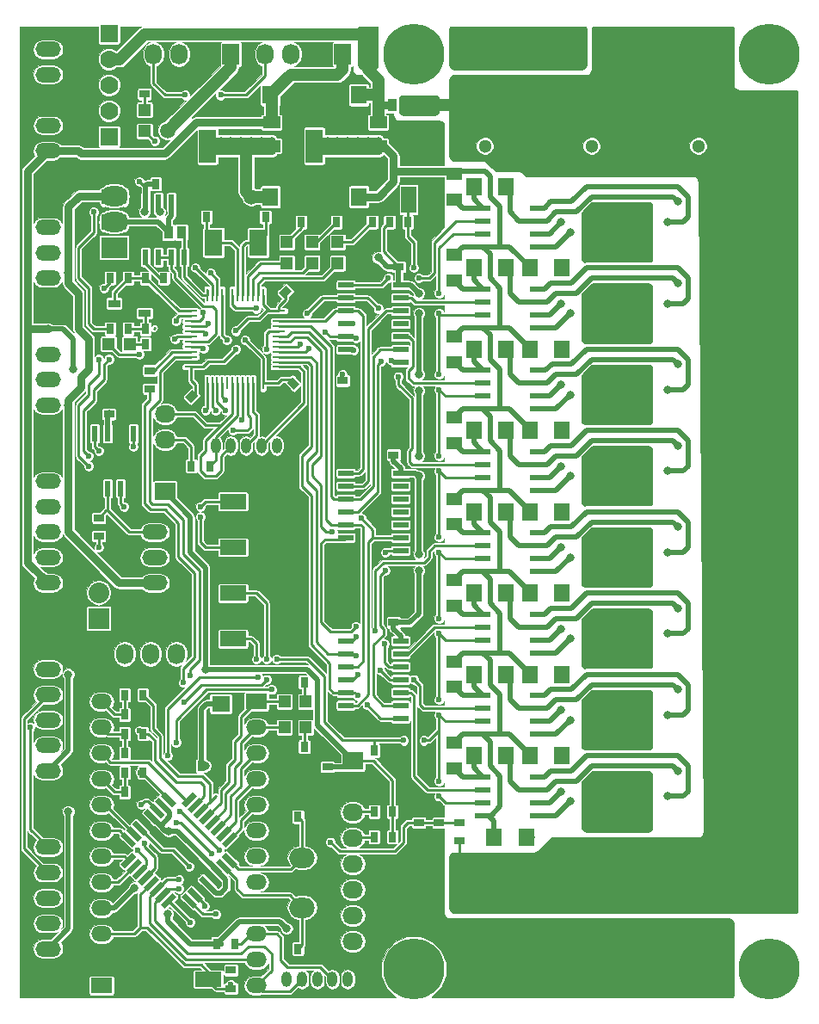
<source format=gbr>
G04 #@! TF.FileFunction,Copper,L1,Top,Signal*
%FSLAX46Y46*%
G04 Gerber Fmt 4.6, Leading zero omitted, Abs format (unit mm)*
G04 Created by KiCad (PCBNEW 4.0.6) date 08/21/17 17:22:48*
%MOMM*%
%LPD*%
G01*
G04 APERTURE LIST*
%ADD10C,0.100000*%
%ADD11O,2.500000X1.500000*%
%ADD12R,0.800000X1.000000*%
%ADD13O,1.000000X1.524000*%
%ADD14R,1.800000X2.600000*%
%ADD15R,1.300000X1.300000*%
%ADD16C,1.300000*%
%ADD17R,1.000000X0.800000*%
%ADD18R,1.600000X1.800000*%
%ADD19R,1.198880X1.198880*%
%ADD20R,1.500000X1.300000*%
%ADD21R,0.250000X1.300000*%
%ADD22R,1.300000X0.250000*%
%ADD23R,1.700000X1.200000*%
%ADD24R,1.700000X3.300000*%
%ADD25R,1.550000X0.600000*%
%ADD26R,2.032000X1.727200*%
%ADD27O,2.032000X1.727200*%
%ADD28O,2.499360X1.998980*%
%ADD29R,1.727200X2.032000*%
%ADD30O,1.727200X2.032000*%
%ADD31R,1.500000X0.600000*%
%ADD32R,0.600000X1.550000*%
%ADD33R,2.600000X2.000000*%
%ADD34O,2.600000X2.000000*%
%ADD35R,0.910000X1.220000*%
%ADD36R,1.200000X0.800100*%
%ADD37R,2.032000X1.500000*%
%ADD38O,2.032000X1.500000*%
%ADD39R,2.032000X2.032000*%
%ADD40O,2.032000X2.032000*%
%ADD41C,1.770000*%
%ADD42R,1.770000X1.770000*%
%ADD43R,2.600000X1.500000*%
%ADD44R,1.500000X2.600000*%
%ADD45R,1.800000X1.600000*%
%ADD46R,0.965200X1.270000*%
%ADD47C,6.000000*%
%ADD48C,0.600000*%
%ADD49C,0.800000*%
%ADD50C,1.500000*%
%ADD51C,0.250000*%
%ADD52C,0.500000*%
%ADD53C,0.800000*%
%ADD54C,1.200000*%
%ADD55C,0.026000*%
G04 APERTURE END LIST*
D10*
D11*
X3000000Y-2500000D03*
X3000000Y-5000000D03*
D12*
X14400000Y-30000000D03*
X12600000Y-30000000D03*
D13*
X34000000Y-94000000D03*
X32500000Y-94000000D03*
X31000000Y-94000000D03*
X29500000Y-94000000D03*
X28000000Y-94000000D03*
X26500000Y-94000000D03*
D14*
X23700000Y-21500000D03*
X19300000Y-21500000D03*
D15*
X67000000Y-7000000D03*
D16*
X67000000Y-12000000D03*
D17*
X37500000Y-22100000D03*
X37500000Y-23900000D03*
D18*
X24900000Y-7000000D03*
X28100000Y-7000000D03*
D12*
X24400000Y-19000000D03*
X22600000Y-19000000D03*
X18600000Y-19000000D03*
X20400000Y-19000000D03*
X15400000Y-15750000D03*
X13600000Y-15750000D03*
D18*
X24900000Y-17000000D03*
X28100000Y-17000000D03*
D10*
G36*
X28272792Y-27565685D02*
X27565685Y-28272792D01*
X27000000Y-27707107D01*
X27707107Y-27000000D01*
X28272792Y-27565685D01*
X28272792Y-27565685D01*
G37*
G36*
X27000000Y-26292893D02*
X26292893Y-27000000D01*
X25727208Y-26434315D01*
X26434315Y-25727208D01*
X27000000Y-26292893D01*
X27000000Y-26292893D01*
G37*
G36*
X25934315Y-37272792D02*
X25227208Y-36565685D01*
X25792893Y-36000000D01*
X26500000Y-36707107D01*
X25934315Y-37272792D01*
X25934315Y-37272792D01*
G37*
G36*
X27207107Y-36000000D02*
X26500000Y-35292893D01*
X27065685Y-34727208D01*
X27772792Y-35434315D01*
X27207107Y-36000000D01*
X27207107Y-36000000D01*
G37*
G36*
X15227208Y-35434315D02*
X15934315Y-34727208D01*
X16500000Y-35292893D01*
X15792893Y-36000000D01*
X15227208Y-35434315D01*
X15227208Y-35434315D01*
G37*
G36*
X16500000Y-36707107D02*
X17207107Y-36000000D01*
X17772792Y-36565685D01*
X17065685Y-37272792D01*
X16500000Y-36707107D01*
X16500000Y-36707107D01*
G37*
D18*
X48100000Y-16000000D03*
X44900000Y-16000000D03*
X50100000Y-80000000D03*
X46900000Y-80000000D03*
X53600000Y-24000000D03*
X50400000Y-24000000D03*
X48100000Y-24000000D03*
X44900000Y-24000000D03*
D19*
X12500000Y-10549020D03*
X12500000Y-8450980D03*
X31500000Y-23549020D03*
X31500000Y-21450980D03*
D20*
X43000000Y-17250000D03*
X43000000Y-14750000D03*
X43000000Y-25250000D03*
X43000000Y-22750000D03*
D13*
X27000000Y-41500000D03*
X25500000Y-41500000D03*
X24000000Y-41500000D03*
X22500000Y-41500000D03*
X21000000Y-41500000D03*
X19500000Y-41500000D03*
D12*
X36600000Y-19500000D03*
X38400000Y-19500000D03*
D17*
X32000000Y-36900000D03*
X32000000Y-35100000D03*
X12500000Y-6900000D03*
X12500000Y-5100000D03*
D12*
X34900000Y-19500000D03*
X33100000Y-19500000D03*
D21*
X24150000Y-26650000D03*
X23650000Y-26650000D03*
X23150000Y-26650000D03*
X22650000Y-26650000D03*
X22150000Y-26650000D03*
X21650000Y-26650000D03*
X21150000Y-26650000D03*
X20650000Y-26650000D03*
X20150000Y-26650000D03*
X19650000Y-26650000D03*
X19150000Y-26650000D03*
X18650000Y-26650000D03*
D22*
X17050000Y-28250000D03*
X17050000Y-28750000D03*
X17050000Y-29250000D03*
X17050000Y-29750000D03*
X17050000Y-30250000D03*
X17050000Y-30750000D03*
X17050000Y-31250000D03*
X17050000Y-31750000D03*
X17050000Y-32250000D03*
X17050000Y-32750000D03*
X17050000Y-33250000D03*
X17050000Y-33750000D03*
D21*
X18650000Y-35350000D03*
X19150000Y-35350000D03*
X19650000Y-35350000D03*
X20150000Y-35350000D03*
X20650000Y-35350000D03*
X21150000Y-35350000D03*
X21650000Y-35350000D03*
X22150000Y-35350000D03*
X22650000Y-35350000D03*
X23150000Y-35350000D03*
X23650000Y-35350000D03*
X24150000Y-35350000D03*
D22*
X25750000Y-33750000D03*
X25750000Y-33250000D03*
X25750000Y-32750000D03*
X25750000Y-32250000D03*
X25750000Y-31750000D03*
X25750000Y-31250000D03*
X25750000Y-30750000D03*
X25750000Y-30250000D03*
X25750000Y-29750000D03*
X25750000Y-29250000D03*
X25750000Y-28750000D03*
X25750000Y-28250000D03*
D23*
X25000000Y-14300000D03*
X25000000Y-12000000D03*
X25000000Y-9700000D03*
D24*
X18700000Y-12000000D03*
D25*
X45800000Y-50095000D03*
X45800000Y-51365000D03*
X45800000Y-52635000D03*
X45800000Y-53905000D03*
X51200000Y-53905000D03*
X51200000Y-52635000D03*
X51200000Y-51365000D03*
X51200000Y-50095000D03*
X45800000Y-58095000D03*
X45800000Y-59365000D03*
X45800000Y-60635000D03*
X45800000Y-61905000D03*
X51200000Y-61905000D03*
X51200000Y-60635000D03*
X51200000Y-59365000D03*
X51200000Y-58095000D03*
D18*
X53600000Y-32000000D03*
X50400000Y-32000000D03*
X53600000Y-40000000D03*
X50400000Y-40000000D03*
X53600000Y-48000000D03*
X50400000Y-48000000D03*
X53600000Y-56000000D03*
X50400000Y-56000000D03*
X48100000Y-32000000D03*
X44900000Y-32000000D03*
X48100000Y-40000000D03*
X44900000Y-40000000D03*
X48100000Y-48000000D03*
X44900000Y-48000000D03*
X48100000Y-56000000D03*
X44900000Y-56000000D03*
D20*
X43000000Y-33250000D03*
X43000000Y-30750000D03*
X43000000Y-41250000D03*
X43000000Y-38750000D03*
X43000000Y-49250000D03*
X43000000Y-46750000D03*
X43000000Y-57250000D03*
X43000000Y-54750000D03*
D25*
X45800000Y-66095000D03*
X45800000Y-67365000D03*
X45800000Y-68635000D03*
X45800000Y-69905000D03*
X51200000Y-69905000D03*
X51200000Y-68635000D03*
X51200000Y-67365000D03*
X51200000Y-66095000D03*
X45800000Y-74095000D03*
X45800000Y-75365000D03*
X45800000Y-76635000D03*
X45800000Y-77905000D03*
X51200000Y-77905000D03*
X51200000Y-76635000D03*
X51200000Y-75365000D03*
X51200000Y-74095000D03*
X45800000Y-18095000D03*
X45800000Y-19365000D03*
X45800000Y-20635000D03*
X45800000Y-21905000D03*
X51200000Y-21905000D03*
X51200000Y-20635000D03*
X51200000Y-19365000D03*
X51200000Y-18095000D03*
X45800000Y-26095000D03*
X45800000Y-27365000D03*
X45800000Y-28635000D03*
X45800000Y-29905000D03*
X51200000Y-29905000D03*
X51200000Y-28635000D03*
X51200000Y-27365000D03*
X51200000Y-26095000D03*
D18*
X53600000Y-64000000D03*
X50400000Y-64000000D03*
X53600000Y-72000000D03*
X50400000Y-72000000D03*
X48100000Y-64000000D03*
X44900000Y-64000000D03*
X48100000Y-72000000D03*
X44900000Y-72000000D03*
D20*
X43000000Y-65250000D03*
X43000000Y-62750000D03*
X43000000Y-73250000D03*
X43000000Y-70750000D03*
D25*
X45800000Y-34095000D03*
X45800000Y-35365000D03*
X45800000Y-36635000D03*
X45800000Y-37905000D03*
X51200000Y-37905000D03*
X51200000Y-36635000D03*
X51200000Y-35365000D03*
X51200000Y-34095000D03*
X45800000Y-42095000D03*
X45800000Y-43365000D03*
X45800000Y-44635000D03*
X45800000Y-45905000D03*
X51200000Y-45905000D03*
X51200000Y-44635000D03*
X51200000Y-43365000D03*
X51200000Y-42095000D03*
D12*
X29400000Y-91000000D03*
X27600000Y-91000000D03*
X29400000Y-78000000D03*
X27600000Y-78000000D03*
D10*
G36*
X17675445Y-86636334D02*
X17286536Y-87025243D01*
X16155165Y-85893872D01*
X16544074Y-85504963D01*
X17675445Y-86636334D01*
X17675445Y-86636334D01*
G37*
G36*
X18241130Y-86070648D02*
X17852221Y-86459557D01*
X16720850Y-85328186D01*
X17109759Y-84939277D01*
X18241130Y-86070648D01*
X18241130Y-86070648D01*
G37*
G36*
X18806816Y-85504963D02*
X18417907Y-85893872D01*
X17286536Y-84762501D01*
X17675445Y-84373592D01*
X18806816Y-85504963D01*
X18806816Y-85504963D01*
G37*
G36*
X19372501Y-84939278D02*
X18983592Y-85328187D01*
X17852221Y-84196816D01*
X18241130Y-83807907D01*
X19372501Y-84939278D01*
X19372501Y-84939278D01*
G37*
G36*
X19938187Y-84373592D02*
X19549278Y-84762501D01*
X18417907Y-83631130D01*
X18806816Y-83242221D01*
X19938187Y-84373592D01*
X19938187Y-84373592D01*
G37*
G36*
X20503872Y-83807907D02*
X20114963Y-84196816D01*
X18983592Y-83065445D01*
X19372501Y-82676536D01*
X20503872Y-83807907D01*
X20503872Y-83807907D01*
G37*
G36*
X21069557Y-83242221D02*
X20680648Y-83631130D01*
X19549277Y-82499759D01*
X19938186Y-82110850D01*
X21069557Y-83242221D01*
X21069557Y-83242221D01*
G37*
G36*
X21635243Y-82676536D02*
X21246334Y-83065445D01*
X20114963Y-81934074D01*
X20503872Y-81545165D01*
X21635243Y-82676536D01*
X21635243Y-82676536D01*
G37*
G36*
X21246334Y-79494555D02*
X21635243Y-79883464D01*
X20503872Y-81014835D01*
X20114963Y-80625926D01*
X21246334Y-79494555D01*
X21246334Y-79494555D01*
G37*
G36*
X20680648Y-78928870D02*
X21069557Y-79317779D01*
X19938186Y-80449150D01*
X19549277Y-80060241D01*
X20680648Y-78928870D01*
X20680648Y-78928870D01*
G37*
G36*
X20114963Y-78363184D02*
X20503872Y-78752093D01*
X19372501Y-79883464D01*
X18983592Y-79494555D01*
X20114963Y-78363184D01*
X20114963Y-78363184D01*
G37*
G36*
X19549278Y-77797499D02*
X19938187Y-78186408D01*
X18806816Y-79317779D01*
X18417907Y-78928870D01*
X19549278Y-77797499D01*
X19549278Y-77797499D01*
G37*
G36*
X18983592Y-77231813D02*
X19372501Y-77620722D01*
X18241130Y-78752093D01*
X17852221Y-78363184D01*
X18983592Y-77231813D01*
X18983592Y-77231813D01*
G37*
G36*
X18417907Y-76666128D02*
X18806816Y-77055037D01*
X17675445Y-78186408D01*
X17286536Y-77797499D01*
X18417907Y-76666128D01*
X18417907Y-76666128D01*
G37*
G36*
X17852221Y-76100443D02*
X18241130Y-76489352D01*
X17109759Y-77620723D01*
X16720850Y-77231814D01*
X17852221Y-76100443D01*
X17852221Y-76100443D01*
G37*
G36*
X17286536Y-75534757D02*
X17675445Y-75923666D01*
X16544074Y-77055037D01*
X16155165Y-76666128D01*
X17286536Y-75534757D01*
X17286536Y-75534757D01*
G37*
G36*
X15624835Y-76666128D02*
X15235926Y-77055037D01*
X14104555Y-75923666D01*
X14493464Y-75534757D01*
X15624835Y-76666128D01*
X15624835Y-76666128D01*
G37*
G36*
X15059150Y-77231814D02*
X14670241Y-77620723D01*
X13538870Y-76489352D01*
X13927779Y-76100443D01*
X15059150Y-77231814D01*
X15059150Y-77231814D01*
G37*
G36*
X14493464Y-77797499D02*
X14104555Y-78186408D01*
X12973184Y-77055037D01*
X13362093Y-76666128D01*
X14493464Y-77797499D01*
X14493464Y-77797499D01*
G37*
G36*
X13927779Y-78363184D02*
X13538870Y-78752093D01*
X12407499Y-77620722D01*
X12796408Y-77231813D01*
X13927779Y-78363184D01*
X13927779Y-78363184D01*
G37*
G36*
X13362093Y-78928870D02*
X12973184Y-79317779D01*
X11841813Y-78186408D01*
X12230722Y-77797499D01*
X13362093Y-78928870D01*
X13362093Y-78928870D01*
G37*
G36*
X12796408Y-79494555D02*
X12407499Y-79883464D01*
X11276128Y-78752093D01*
X11665037Y-78363184D01*
X12796408Y-79494555D01*
X12796408Y-79494555D01*
G37*
G36*
X12230723Y-80060241D02*
X11841814Y-80449150D01*
X10710443Y-79317779D01*
X11099352Y-78928870D01*
X12230723Y-80060241D01*
X12230723Y-80060241D01*
G37*
G36*
X11665037Y-80625926D02*
X11276128Y-81014835D01*
X10144757Y-79883464D01*
X10533666Y-79494555D01*
X11665037Y-80625926D01*
X11665037Y-80625926D01*
G37*
G36*
X11276128Y-81545165D02*
X11665037Y-81934074D01*
X10533666Y-83065445D01*
X10144757Y-82676536D01*
X11276128Y-81545165D01*
X11276128Y-81545165D01*
G37*
G36*
X11841814Y-82110850D02*
X12230723Y-82499759D01*
X11099352Y-83631130D01*
X10710443Y-83242221D01*
X11841814Y-82110850D01*
X11841814Y-82110850D01*
G37*
G36*
X12407499Y-82676536D02*
X12796408Y-83065445D01*
X11665037Y-84196816D01*
X11276128Y-83807907D01*
X12407499Y-82676536D01*
X12407499Y-82676536D01*
G37*
G36*
X12973184Y-83242221D02*
X13362093Y-83631130D01*
X12230722Y-84762501D01*
X11841813Y-84373592D01*
X12973184Y-83242221D01*
X12973184Y-83242221D01*
G37*
G36*
X13538870Y-83807907D02*
X13927779Y-84196816D01*
X12796408Y-85328187D01*
X12407499Y-84939278D01*
X13538870Y-83807907D01*
X13538870Y-83807907D01*
G37*
G36*
X14104555Y-84373592D02*
X14493464Y-84762501D01*
X13362093Y-85893872D01*
X12973184Y-85504963D01*
X14104555Y-84373592D01*
X14104555Y-84373592D01*
G37*
G36*
X14670241Y-84939277D02*
X15059150Y-85328186D01*
X13927779Y-86459557D01*
X13538870Y-86070648D01*
X14670241Y-84939277D01*
X14670241Y-84939277D01*
G37*
G36*
X15235926Y-85504963D02*
X15624835Y-85893872D01*
X14493464Y-87025243D01*
X14104555Y-86636334D01*
X15235926Y-85504963D01*
X15235926Y-85504963D01*
G37*
D26*
X33000000Y-72500000D03*
D27*
X33000000Y-75040000D03*
X33000000Y-77580000D03*
X33000000Y-80120000D03*
X33000000Y-82660000D03*
X33000000Y-85200000D03*
X33000000Y-87740000D03*
X33000000Y-90280000D03*
D12*
X35100000Y-80000000D03*
X36900000Y-80000000D03*
X35100000Y-77500000D03*
X36900000Y-77500000D03*
X19600000Y-90500000D03*
X21400000Y-90500000D03*
D28*
X28000000Y-86940940D03*
X28000000Y-82059060D03*
D17*
X39500000Y-78600000D03*
X39500000Y-80400000D03*
D26*
X14500000Y-46000000D03*
D27*
X14500000Y-43460000D03*
X14500000Y-40920000D03*
X14500000Y-38380000D03*
D12*
X18900000Y-43500000D03*
X17100000Y-43500000D03*
D17*
X43500000Y-80400000D03*
X43500000Y-78600000D03*
X41500000Y-78600000D03*
X41500000Y-80400000D03*
D15*
X67000000Y-84000000D03*
D16*
X67000000Y-89000000D03*
D15*
X46000000Y-7000000D03*
D16*
X46000000Y-12000000D03*
D15*
X46000000Y-84000000D03*
D16*
X46000000Y-89000000D03*
D15*
X56500000Y-84000000D03*
D16*
X56500000Y-89000000D03*
D15*
X56500000Y-7000000D03*
D16*
X56500000Y-12000000D03*
D19*
X29000000Y-23549020D03*
X29000000Y-21450980D03*
X26500000Y-23549020D03*
X26500000Y-21450980D03*
X26270980Y-69215000D03*
X28369020Y-69215000D03*
X26270980Y-66675000D03*
X28369020Y-66675000D03*
D12*
X31400000Y-19500000D03*
X29600000Y-19500000D03*
X27900000Y-19500000D03*
X26100000Y-19500000D03*
X28220000Y-71120000D03*
X26420000Y-71120000D03*
X28220000Y-64770000D03*
X26420000Y-64770000D03*
D29*
X21000000Y-3000000D03*
D30*
X18460000Y-3000000D03*
X15920000Y-3000000D03*
X13380000Y-3000000D03*
D29*
X32000000Y-3000000D03*
D30*
X29460000Y-3000000D03*
X26920000Y-3000000D03*
X24380000Y-3000000D03*
D12*
X36900000Y-71500000D03*
X35100000Y-71500000D03*
D31*
X32300000Y-44190000D03*
X32300000Y-45460000D03*
X32300000Y-46730000D03*
X32300000Y-48000000D03*
X32300000Y-49270000D03*
X32300000Y-50540000D03*
X32300000Y-51810000D03*
X37700000Y-51810000D03*
X37700000Y-50540000D03*
X37700000Y-49270000D03*
X37700000Y-48000000D03*
X37700000Y-46730000D03*
X37700000Y-45460000D03*
X37700000Y-44190000D03*
D18*
X33600000Y-7000000D03*
X30400000Y-7000000D03*
X33600000Y-17000000D03*
X30400000Y-17000000D03*
D32*
X12595000Y-22950000D03*
X13865000Y-22950000D03*
X15135000Y-22950000D03*
X16405000Y-22950000D03*
X16405000Y-17550000D03*
X15135000Y-17550000D03*
X13865000Y-17550000D03*
X12595000Y-17550000D03*
D33*
X9500000Y-22000000D03*
D34*
X9500000Y-19460000D03*
X9500000Y-16920000D03*
X9500000Y-14380000D03*
D23*
X35500000Y-14300000D03*
X35500000Y-12000000D03*
X35500000Y-9700000D03*
D24*
X29200000Y-12000000D03*
D35*
X36865000Y-8000000D03*
X40135000Y-8000000D03*
D17*
X21000000Y-93100000D03*
X21000000Y-94900000D03*
X37000000Y-57100000D03*
X37000000Y-58900000D03*
X37000000Y-40600000D03*
X37000000Y-42400000D03*
D36*
X12501140Y-28450000D03*
X12501140Y-26550000D03*
X9498860Y-27500000D03*
D12*
X9100000Y-30000000D03*
X10900000Y-30000000D03*
D17*
X13000000Y-34100000D03*
X13000000Y-35900000D03*
D12*
X10900000Y-25000000D03*
X9100000Y-25000000D03*
X14400000Y-25000000D03*
X12600000Y-25000000D03*
X12345000Y-73660000D03*
X10545000Y-73660000D03*
X12345000Y-69850000D03*
X10545000Y-69850000D03*
X12345000Y-66040000D03*
X10545000Y-66040000D03*
X10545000Y-75565000D03*
X12345000Y-75565000D03*
X10545000Y-71755000D03*
X12345000Y-71755000D03*
X10545000Y-67945000D03*
X12345000Y-67945000D03*
D37*
X8270000Y-94615000D03*
D38*
X8270000Y-92075000D03*
X8270000Y-89535000D03*
X8270000Y-86995000D03*
X8270000Y-84455000D03*
X8270000Y-81915000D03*
X8270000Y-79375000D03*
X8270000Y-76835000D03*
X8270000Y-74295000D03*
X8270000Y-71755000D03*
X8270000Y-69215000D03*
X8270000Y-66675000D03*
D37*
X23510000Y-66675000D03*
D38*
X23510000Y-69215000D03*
X23510000Y-71755000D03*
X23510000Y-74295000D03*
X23510000Y-76835000D03*
X23510000Y-79375000D03*
X23510000Y-81915000D03*
X23510000Y-84455000D03*
X23510000Y-86995000D03*
X23510000Y-89535000D03*
X23510000Y-92075000D03*
X23510000Y-94615000D03*
D39*
X8000000Y-58500000D03*
D40*
X8000000Y-55960000D03*
D11*
X13500000Y-50000000D03*
X13500000Y-52500000D03*
X13500000Y-55000000D03*
X13500000Y-57500000D03*
D17*
X8000000Y-50400000D03*
X8000000Y-48600000D03*
D32*
X11405000Y-40300000D03*
X10135000Y-40300000D03*
X8865000Y-40300000D03*
X7595000Y-40300000D03*
X7595000Y-45700000D03*
X8865000Y-45700000D03*
X10135000Y-45700000D03*
X11405000Y-45700000D03*
D41*
X9000000Y-3460000D03*
X9000000Y-6000000D03*
X9000000Y-8540000D03*
D42*
X9000000Y-11080000D03*
X9000000Y-920000D03*
D11*
X3000000Y-10000000D03*
X3000000Y-12500000D03*
X3000000Y-15000000D03*
X3000000Y-45000000D03*
X3000000Y-47500000D03*
X3000000Y-50000000D03*
X3000000Y-52500000D03*
X3000000Y-55000000D03*
X3000000Y-57500000D03*
X3000000Y-63500000D03*
X3000000Y-66000000D03*
X3000000Y-68500000D03*
X3000000Y-71000000D03*
X3000000Y-73500000D03*
X3000000Y-76000000D03*
X3000000Y-81000000D03*
X3000000Y-83500000D03*
X3000000Y-86000000D03*
X3000000Y-88500000D03*
X3000000Y-91000000D03*
X3000000Y-93500000D03*
D17*
X9000000Y-36600000D03*
X9000000Y-38400000D03*
X30500000Y-74900000D03*
X30500000Y-73100000D03*
D12*
X19900000Y-73000000D03*
X18100000Y-73000000D03*
D11*
X3000000Y-20000000D03*
X3000000Y-22500000D03*
X3000000Y-25000000D03*
X3000000Y-27500000D03*
X3000000Y-32500000D03*
X3000000Y-35000000D03*
X3000000Y-37500000D03*
X3000000Y-40000000D03*
D43*
X26800000Y-56000000D03*
X21200000Y-56000000D03*
X26800000Y-60500000D03*
X21200000Y-60500000D03*
X26800000Y-47000000D03*
X21200000Y-47000000D03*
X26800000Y-51500000D03*
X21200000Y-51500000D03*
D44*
X38500000Y-11700000D03*
X38500000Y-17300000D03*
D43*
X13200000Y-94000000D03*
X18800000Y-94000000D03*
D45*
X20000000Y-66900000D03*
X20000000Y-70100000D03*
D46*
X14865000Y-20500000D03*
X16135000Y-20500000D03*
D19*
X8950980Y-31500000D03*
X11049020Y-31500000D03*
D12*
X12600000Y-31500000D03*
X14400000Y-31500000D03*
D29*
X8000000Y-62000000D03*
D30*
X10540000Y-62000000D03*
X13080000Y-62000000D03*
X15620000Y-62000000D03*
D31*
X32300000Y-25690000D03*
X32300000Y-26960000D03*
X32300000Y-28230000D03*
X32300000Y-29500000D03*
X32300000Y-30770000D03*
X32300000Y-32040000D03*
X32300000Y-33310000D03*
X37700000Y-33310000D03*
X37700000Y-32040000D03*
X37700000Y-30770000D03*
X37700000Y-29500000D03*
X37700000Y-28230000D03*
X37700000Y-26960000D03*
X37700000Y-25690000D03*
X32300000Y-60690000D03*
X32300000Y-61960000D03*
X32300000Y-63230000D03*
X32300000Y-64500000D03*
X32300000Y-65770000D03*
X32300000Y-67040000D03*
X32300000Y-68310000D03*
X37700000Y-68310000D03*
X37700000Y-67040000D03*
X37700000Y-65770000D03*
X37700000Y-64500000D03*
X37700000Y-63230000D03*
X37700000Y-61960000D03*
X37700000Y-60690000D03*
D47*
X74000000Y-3000000D03*
X74000000Y-93000000D03*
X39000000Y-93000000D03*
X39000000Y-3000000D03*
D48*
X36000000Y-66000000D03*
D49*
X28000000Y-18000000D03*
D48*
X40000000Y-21500000D03*
X41000000Y-10000000D03*
X40500000Y-79500000D03*
X41000000Y-83500000D03*
X41000000Y-88000000D03*
X11000000Y-6000000D03*
X11000000Y-11000000D03*
X23500000Y-8000000D03*
X19000000Y-8000000D03*
X37500000Y-22000000D03*
D49*
X20500000Y-72000000D03*
D48*
X41000000Y-18000000D03*
X41000000Y-85500000D03*
X40500000Y-68000000D03*
X40500000Y-63500000D03*
X40500000Y-56000000D03*
X40500000Y-47500000D03*
X40500000Y-31500000D03*
X40500000Y-34500000D03*
X40500000Y-26500000D03*
X41000000Y-13500000D03*
X41000000Y-15500000D03*
X41000000Y-20500000D03*
X40000000Y-24000000D03*
X40500000Y-28500000D03*
X40500000Y-36000000D03*
X30000000Y-28000000D03*
X30000000Y-26000000D03*
X14000000Y-68000000D03*
X14000000Y-63500000D03*
X32000000Y-36900000D03*
X31000000Y-68000000D03*
D49*
X7500000Y-38500000D03*
D48*
X40000000Y-74000000D03*
X40000000Y-71500000D03*
X38000000Y-71500000D03*
D49*
X22500000Y-4000000D03*
D48*
X25500000Y-34500000D03*
X25000000Y-27000000D03*
X25000000Y-26000000D03*
X28000000Y-26000000D03*
X6500000Y-18000000D03*
X6500000Y-20000000D03*
X11000000Y-23500000D03*
X16000000Y-26500000D03*
X15000000Y-26500000D03*
D49*
X15500000Y-83185000D03*
D48*
X13000000Y-26500000D03*
X17500000Y-41000000D03*
X40500000Y-66500000D03*
D49*
X33200000Y-55600000D03*
X36500000Y-55600000D03*
D48*
X8500000Y-14000000D03*
X10500000Y-14000000D03*
X10500000Y-15000000D03*
X8500000Y-15000000D03*
X7500000Y-500000D03*
X500000Y-500000D03*
X500000Y-13000000D03*
X6500000Y-50000000D03*
X9500000Y-51500000D03*
X5000000Y-52000000D03*
X5500000Y-56000000D03*
X7000000Y-47500000D03*
X31000000Y-77000000D03*
X25000000Y-80500000D03*
X26500000Y-79000000D03*
X24500000Y-37500000D03*
X19000000Y-34000000D03*
X22000000Y-34000000D03*
X41000000Y-81500000D03*
X41000000Y-90000000D03*
X41000000Y-77000000D03*
X40500000Y-53500000D03*
X40500000Y-58900000D03*
X40500000Y-42500000D03*
X40500000Y-39000000D03*
X40500000Y-51000000D03*
X40500000Y-44000000D03*
X40500000Y-61000000D03*
D49*
X37000000Y-40000000D03*
D48*
X27000000Y-49000000D03*
D49*
X31500000Y-51500000D03*
X11000000Y-43500000D03*
D48*
X12000000Y-75000000D03*
X12000000Y-68000000D03*
X12000000Y-71500000D03*
D50*
X29000000Y-7000000D03*
X28000000Y-84500000D03*
D49*
X12080000Y-90170000D03*
X23000000Y-30000000D03*
X53000000Y-3000000D03*
X52000000Y-3000000D03*
X51000000Y-3000000D03*
X50000000Y-3000000D03*
X49000000Y-3000000D03*
X48000000Y-3000000D03*
X47000000Y-3000000D03*
X46000000Y-3000000D03*
X45000000Y-3000000D03*
X44000000Y-3000000D03*
X43000000Y-3000000D03*
X43000000Y-4000000D03*
X44000000Y-4000000D03*
X45000000Y-4000000D03*
X46000000Y-4000000D03*
X47000000Y-4000000D03*
X48000000Y-4000000D03*
X54000000Y-4000000D03*
X55000000Y-4000000D03*
X55000000Y-3000000D03*
X55000000Y-2000000D03*
X55000000Y-1000000D03*
X54000000Y-1000000D03*
X53000000Y-1000000D03*
X52000000Y-1000000D03*
X51000000Y-1000000D03*
X50000000Y-1000000D03*
X49000000Y-1000000D03*
X48000000Y-1000000D03*
X47000000Y-1000000D03*
X46000000Y-1000000D03*
X45000000Y-1000000D03*
X44000000Y-1000000D03*
X43000000Y-1000000D03*
X54000000Y-3000000D03*
X54000000Y-2000000D03*
X53000000Y-2000000D03*
X52000000Y-2000000D03*
X51000000Y-2000000D03*
X50000000Y-2000000D03*
X49000000Y-2000000D03*
X48000000Y-2000000D03*
X47000000Y-2000000D03*
X46000000Y-2000000D03*
X45000000Y-2000000D03*
X44000000Y-2000000D03*
X43000000Y-2000000D03*
X53000000Y-4000000D03*
X52000000Y-4000000D03*
X51000000Y-4000000D03*
X50000000Y-4000000D03*
X49000000Y-4000000D03*
X53600000Y-72000000D03*
X53600000Y-64000000D03*
X53600000Y-56000000D03*
X53600000Y-48000000D03*
X53600000Y-40000000D03*
X53600000Y-32000000D03*
X53600000Y-24000000D03*
X50500000Y-80000000D03*
X53500000Y-75500000D03*
X53500000Y-67500000D03*
X53500000Y-59500000D03*
X53500000Y-51500000D03*
X53500000Y-43500000D03*
X53500000Y-35500000D03*
X53500000Y-27500000D03*
X53500000Y-19500000D03*
D48*
X39000000Y-24000000D03*
X23500000Y-28000000D03*
D50*
X14750000Y-10500000D03*
D49*
X5000000Y-24500000D03*
X5000000Y-37500000D03*
D48*
X8500000Y-16500000D03*
X8500000Y-17500000D03*
X10500000Y-17500000D03*
X10500000Y-16500000D03*
X13500000Y-11500000D03*
D49*
X19000000Y-11500000D03*
X19000000Y-12500000D03*
X20000000Y-12500000D03*
X20000000Y-11500000D03*
X21000000Y-11500000D03*
X21000000Y-12500000D03*
X22000000Y-12500000D03*
X22000000Y-11500000D03*
X23000000Y-11500000D03*
X23000000Y-12500000D03*
X24000000Y-12500000D03*
X24000000Y-11500000D03*
X25000000Y-11500000D03*
X25000000Y-12500000D03*
X39500000Y-44500000D03*
X39500000Y-34500000D03*
X39500000Y-36100000D03*
X39500000Y-42500000D03*
X39500000Y-26500000D03*
X39500000Y-28500000D03*
X9000000Y-38400000D03*
D48*
X22400000Y-31100000D03*
X12000000Y-15500000D03*
X8500000Y-26000000D03*
D49*
X12500000Y-18500000D03*
X35500000Y-23000000D03*
D50*
X23000000Y-17000000D03*
D48*
X21500000Y-30200000D03*
D49*
X39500000Y-52200000D03*
X39500000Y-53800000D03*
D48*
X20600000Y-31100000D03*
X21500000Y-32000000D03*
D49*
X18500000Y-73000000D03*
X3000000Y-30000000D03*
X5500000Y-34000000D03*
D48*
X21000000Y-93100000D03*
D49*
X5000000Y-77500000D03*
X18500000Y-63500000D03*
D48*
X20000000Y-90500000D03*
D49*
X26500000Y-89000000D03*
X5000000Y-64000000D03*
X14800000Y-87600000D03*
X14900000Y-79400000D03*
X65000000Y-17500000D03*
X62000000Y-19000000D03*
X60000000Y-18000000D03*
X61000000Y-18000000D03*
X62000000Y-18000000D03*
X59000000Y-18000000D03*
X58000000Y-18000000D03*
X57000000Y-18000000D03*
X56000000Y-21000000D03*
X57000000Y-21000000D03*
X58000000Y-21000000D03*
X59000000Y-21000000D03*
X60000000Y-21000000D03*
X61000000Y-21000000D03*
X62000000Y-21000000D03*
X62000000Y-20000000D03*
X61000000Y-20000000D03*
X60000000Y-20000000D03*
X59000000Y-20000000D03*
X58000000Y-20000000D03*
X57000000Y-20000000D03*
X56000000Y-20000000D03*
X56000000Y-19000000D03*
X57000000Y-19000000D03*
X58000000Y-19000000D03*
X59000000Y-19000000D03*
X60000000Y-19000000D03*
X61000000Y-19000000D03*
X56000000Y-23000000D03*
X57000000Y-23000000D03*
X58000000Y-23000000D03*
X59000000Y-23000000D03*
X60000000Y-23000000D03*
X61000000Y-23000000D03*
X62000000Y-23000000D03*
X62000000Y-22000000D03*
X61000000Y-22000000D03*
X60000000Y-22000000D03*
X59000000Y-22000000D03*
X58000000Y-22000000D03*
X57000000Y-22000000D03*
X56000000Y-22000000D03*
X56000000Y-28000000D03*
X58000000Y-27000000D03*
X57000000Y-27000000D03*
X56000000Y-27000000D03*
X59000000Y-27000000D03*
X60000000Y-27000000D03*
X61000000Y-27000000D03*
X62000000Y-27000000D03*
X62000000Y-26000000D03*
X61000000Y-26000000D03*
X60000000Y-26000000D03*
X59000000Y-26000000D03*
X58000000Y-26000000D03*
X57000000Y-26000000D03*
X58000000Y-29000000D03*
X57000000Y-29000000D03*
X56000000Y-29000000D03*
X59000000Y-29000000D03*
X60000000Y-29000000D03*
X61000000Y-29000000D03*
X62000000Y-29000000D03*
X62000000Y-28000000D03*
X61000000Y-28000000D03*
X60000000Y-28000000D03*
X59000000Y-28000000D03*
X58000000Y-28000000D03*
X57000000Y-28000000D03*
X56000000Y-31000000D03*
X57000000Y-31000000D03*
X58000000Y-31000000D03*
X59000000Y-31000000D03*
X60000000Y-31000000D03*
X61000000Y-31000000D03*
X62000000Y-31000000D03*
X62000000Y-30000000D03*
X61000000Y-30000000D03*
X60000000Y-30000000D03*
X59000000Y-30000000D03*
X58000000Y-30000000D03*
X57000000Y-30000000D03*
X56000000Y-30000000D03*
X65000000Y-25500000D03*
X64000000Y-19500000D03*
X54400000Y-20500000D03*
X64000000Y-27500000D03*
X54400000Y-28500000D03*
X73000000Y-24000000D03*
X72000000Y-24000000D03*
X71000000Y-24000000D03*
X70000000Y-24000000D03*
X69000000Y-24000000D03*
X68000000Y-24000000D03*
X68000000Y-32000000D03*
X69000000Y-32000000D03*
X70000000Y-32000000D03*
X71000000Y-32000000D03*
X72000000Y-32000000D03*
X73000000Y-32000000D03*
X68000000Y-40000000D03*
X69000000Y-40000000D03*
X70000000Y-40000000D03*
X71000000Y-40000000D03*
X72000000Y-40000000D03*
X73000000Y-40000000D03*
X68000000Y-48000000D03*
X69000000Y-48000000D03*
X70000000Y-48000000D03*
X71000000Y-48000000D03*
X72000000Y-48000000D03*
X73000000Y-48000000D03*
X68000000Y-56000000D03*
X69000000Y-56000000D03*
X70000000Y-56000000D03*
X71000000Y-56000000D03*
X72000000Y-56000000D03*
X73000000Y-56000000D03*
X68000000Y-64000000D03*
X69000000Y-64000000D03*
X70000000Y-64000000D03*
X71000000Y-64000000D03*
X72000000Y-64000000D03*
X73000000Y-64000000D03*
X68000000Y-72000000D03*
X69000000Y-72000000D03*
X70000000Y-72000000D03*
X71000000Y-72000000D03*
X72000000Y-72000000D03*
X73000000Y-72000000D03*
X68000000Y-80000000D03*
X69000000Y-80000000D03*
X70000000Y-80000000D03*
X71000000Y-80000000D03*
X72000000Y-80000000D03*
X73000000Y-80000000D03*
X69000000Y-16000000D03*
X70000000Y-16000000D03*
X71000000Y-16000000D03*
X72000000Y-16000000D03*
X73000000Y-16000000D03*
X68000000Y-16000000D03*
X76000000Y-82500000D03*
X76000000Y-77500000D03*
X76000000Y-72500000D03*
X76000000Y-67500000D03*
X76000000Y-62500000D03*
X76000000Y-57500000D03*
X76000000Y-52500000D03*
X76000000Y-47500000D03*
X76000000Y-42500000D03*
X76000000Y-37500000D03*
X76000000Y-32500000D03*
X76000000Y-27500000D03*
X76000000Y-22500000D03*
X76000000Y-17500000D03*
X76000000Y-12500000D03*
X41000000Y-8500000D03*
X40000000Y-8500000D03*
X39000000Y-7500000D03*
X38000000Y-7500000D03*
X38000000Y-8500000D03*
X39000000Y-8500000D03*
X40000000Y-7500000D03*
X41000000Y-7500000D03*
X46500000Y-9000000D03*
X45500000Y-9000000D03*
X46500000Y-8000000D03*
X45500000Y-8000000D03*
X46500000Y-6000000D03*
X45500000Y-6000000D03*
X58000000Y-3000000D03*
X58000000Y-2000000D03*
X59000000Y-2000000D03*
X60000000Y-2000000D03*
X61000000Y-2000000D03*
X62000000Y-2000000D03*
X63000000Y-2000000D03*
X63000000Y-3000000D03*
X64000000Y-3000000D03*
X65000000Y-3000000D03*
X66000000Y-3000000D03*
X66000000Y-4000000D03*
X67000000Y-4000000D03*
X67000000Y-3000000D03*
X67000000Y-2000000D03*
X66000000Y-2000000D03*
X58000000Y-4000000D03*
X64000000Y-2000000D03*
X65000000Y-2000000D03*
X59000000Y-4000000D03*
X65000000Y-4000000D03*
X64000000Y-4000000D03*
X63000000Y-4000000D03*
X62000000Y-4000000D03*
X61000000Y-4000000D03*
X60000000Y-4000000D03*
X67000000Y-1000000D03*
X66000000Y-1000000D03*
X65000000Y-1000000D03*
X64000000Y-1000000D03*
X63000000Y-1000000D03*
X62000000Y-1000000D03*
X61000000Y-1000000D03*
X60000000Y-1000000D03*
X59000000Y-1000000D03*
X58000000Y-1000000D03*
X57000000Y-1000000D03*
X57000000Y-2000000D03*
X57000000Y-3000000D03*
X57000000Y-4000000D03*
X68000000Y-1000000D03*
X68000000Y-2000000D03*
X68000000Y-3000000D03*
X68000000Y-4000000D03*
X69000000Y-4000000D03*
X69000000Y-3000000D03*
X69000000Y-2000000D03*
X69000000Y-1000000D03*
X70000000Y-1000000D03*
X70000000Y-2000000D03*
X70000000Y-3000000D03*
X70000000Y-4000000D03*
X62000000Y-3000000D03*
X61000000Y-3000000D03*
X60000000Y-3000000D03*
X59000000Y-3000000D03*
D48*
X45500000Y-86000000D03*
X46500000Y-86000000D03*
X46500000Y-85000000D03*
X45500000Y-85000000D03*
X45500000Y-82000000D03*
X46500000Y-82000000D03*
X46500000Y-83000000D03*
X45500000Y-83000000D03*
D49*
X76000000Y-85000000D03*
X76000000Y-10000000D03*
X76000000Y-15000000D03*
X76000000Y-20000000D03*
X76000000Y-25000000D03*
X76000000Y-30000000D03*
X76000000Y-35000000D03*
X76000000Y-40000000D03*
X76000000Y-45000000D03*
X76000000Y-50000000D03*
X76000000Y-55000000D03*
X76000000Y-60000000D03*
X76000000Y-65000000D03*
X76000000Y-70000000D03*
X76000000Y-75000000D03*
X76000000Y-80000000D03*
X56000000Y-36000000D03*
X58000000Y-35000000D03*
X57000000Y-35000000D03*
X56000000Y-35000000D03*
X59000000Y-35000000D03*
X60000000Y-35000000D03*
X61000000Y-35000000D03*
X62000000Y-35000000D03*
X62000000Y-34000000D03*
X61000000Y-34000000D03*
X60000000Y-34000000D03*
X59000000Y-34000000D03*
X58000000Y-34000000D03*
X57000000Y-34000000D03*
X58000000Y-37000000D03*
X57000000Y-37000000D03*
X56000000Y-37000000D03*
X59000000Y-37000000D03*
X60000000Y-37000000D03*
X61000000Y-37000000D03*
X62000000Y-37000000D03*
X62000000Y-36000000D03*
X61000000Y-36000000D03*
X60000000Y-36000000D03*
X59000000Y-36000000D03*
X58000000Y-36000000D03*
X57000000Y-36000000D03*
X56000000Y-39000000D03*
X57000000Y-39000000D03*
X58000000Y-39000000D03*
X59000000Y-39000000D03*
X60000000Y-39000000D03*
X61000000Y-39000000D03*
X62000000Y-39000000D03*
X62000000Y-38000000D03*
X61000000Y-38000000D03*
X60000000Y-38000000D03*
X59000000Y-38000000D03*
X58000000Y-38000000D03*
X57000000Y-38000000D03*
X56000000Y-38000000D03*
X65000000Y-33500000D03*
X62000000Y-43000000D03*
X62000000Y-42000000D03*
X61000000Y-42000000D03*
X60000000Y-42000000D03*
X59000000Y-42000000D03*
X58000000Y-42000000D03*
X57000000Y-42000000D03*
X59000000Y-43000000D03*
X56000000Y-47000000D03*
X57000000Y-47000000D03*
X58000000Y-47000000D03*
X59000000Y-47000000D03*
X60000000Y-47000000D03*
X61000000Y-47000000D03*
X62000000Y-47000000D03*
X62000000Y-46000000D03*
X61000000Y-46000000D03*
X60000000Y-46000000D03*
X59000000Y-46000000D03*
X58000000Y-46000000D03*
X57000000Y-46000000D03*
X56000000Y-46000000D03*
X56000000Y-45000000D03*
X57000000Y-45000000D03*
X58000000Y-45000000D03*
X59000000Y-45000000D03*
X60000000Y-45000000D03*
X61000000Y-45000000D03*
X62000000Y-45000000D03*
X62000000Y-44000000D03*
X61000000Y-44000000D03*
X60000000Y-44000000D03*
X59000000Y-44000000D03*
X58000000Y-44000000D03*
X57000000Y-44000000D03*
X56000000Y-44000000D03*
X56000000Y-43000000D03*
X57000000Y-43000000D03*
X58000000Y-43000000D03*
X60000000Y-43000000D03*
X61000000Y-43000000D03*
X65000000Y-41500000D03*
X57000000Y-52000000D03*
X56000000Y-52000000D03*
X56000000Y-51000000D03*
X57000000Y-51000000D03*
X58000000Y-51000000D03*
X59000000Y-51000000D03*
X60000000Y-51000000D03*
X61000000Y-51000000D03*
X62000000Y-51000000D03*
X62000000Y-50000000D03*
X61000000Y-50000000D03*
X60000000Y-50000000D03*
X59000000Y-50000000D03*
X58000000Y-50000000D03*
X57000000Y-50000000D03*
X56000000Y-53000000D03*
X57000000Y-53000000D03*
X58000000Y-53000000D03*
X59000000Y-53000000D03*
X60000000Y-53000000D03*
X61000000Y-53000000D03*
X62000000Y-53000000D03*
X62000000Y-52000000D03*
X61000000Y-52000000D03*
X60000000Y-52000000D03*
X59000000Y-52000000D03*
X58000000Y-52000000D03*
X56000000Y-55000000D03*
X57000000Y-55000000D03*
X58000000Y-55000000D03*
X59000000Y-55000000D03*
X60000000Y-55000000D03*
X61000000Y-55000000D03*
X62000000Y-55000000D03*
X62000000Y-54000000D03*
X61000000Y-54000000D03*
X60000000Y-54000000D03*
X59000000Y-54000000D03*
X58000000Y-54000000D03*
X57000000Y-54000000D03*
X56000000Y-54000000D03*
X65000000Y-49500000D03*
X60000000Y-62000000D03*
X59000000Y-62000000D03*
X58000000Y-62000000D03*
X57000000Y-62000000D03*
X56000000Y-62000000D03*
X56000000Y-61000000D03*
X57000000Y-61000000D03*
X58000000Y-61000000D03*
X59000000Y-61000000D03*
X60000000Y-61000000D03*
X61000000Y-61000000D03*
X62000000Y-61000000D03*
X62000000Y-60000000D03*
X61000000Y-60000000D03*
X60000000Y-60000000D03*
X59000000Y-60000000D03*
X58000000Y-60000000D03*
X57000000Y-60000000D03*
X56000000Y-60000000D03*
X56000000Y-59000000D03*
X57000000Y-59000000D03*
X58000000Y-59000000D03*
X59000000Y-59000000D03*
X60000000Y-59000000D03*
X61000000Y-59000000D03*
X62000000Y-59000000D03*
X62000000Y-58000000D03*
X61000000Y-58000000D03*
X60000000Y-58000000D03*
X59000000Y-58000000D03*
X58000000Y-58000000D03*
X57000000Y-58000000D03*
X56000000Y-63000000D03*
X57000000Y-63000000D03*
X58000000Y-63000000D03*
X59000000Y-63000000D03*
X60000000Y-63000000D03*
X61000000Y-63000000D03*
X62000000Y-63000000D03*
X62000000Y-62000000D03*
X61000000Y-62000000D03*
X65000000Y-57500000D03*
X64000000Y-36000000D03*
X54400000Y-36500000D03*
X64000000Y-44000000D03*
X54400000Y-44500000D03*
X64000000Y-52000000D03*
X54400000Y-52500000D03*
X64000000Y-60000000D03*
X54400000Y-60500000D03*
X62000000Y-68000000D03*
X61000000Y-68000000D03*
X60000000Y-68000000D03*
X59000000Y-68000000D03*
X58000000Y-68000000D03*
X57000000Y-68000000D03*
X56000000Y-68000000D03*
X56000000Y-67000000D03*
X57000000Y-67000000D03*
X58000000Y-67000000D03*
X59000000Y-67000000D03*
X60000000Y-67000000D03*
X61000000Y-67000000D03*
X62000000Y-67000000D03*
X62000000Y-66000000D03*
X61000000Y-66000000D03*
X60000000Y-66000000D03*
X59000000Y-66000000D03*
X58000000Y-66000000D03*
X57000000Y-66000000D03*
X56000000Y-71000000D03*
X57000000Y-71000000D03*
X58000000Y-71000000D03*
X59000000Y-71000000D03*
X60000000Y-71000000D03*
X61000000Y-71000000D03*
X62000000Y-71000000D03*
X62000000Y-70000000D03*
X61000000Y-70000000D03*
X60000000Y-70000000D03*
X59000000Y-70000000D03*
X58000000Y-70000000D03*
X57000000Y-70000000D03*
X56000000Y-70000000D03*
X56000000Y-69000000D03*
X57000000Y-69000000D03*
X58000000Y-69000000D03*
X59000000Y-69000000D03*
X60000000Y-69000000D03*
X61000000Y-69000000D03*
X62000000Y-69000000D03*
X65000000Y-65500000D03*
X62000000Y-76000000D03*
X61000000Y-76000000D03*
X60000000Y-76000000D03*
X59000000Y-76000000D03*
X58000000Y-76000000D03*
X57000000Y-76000000D03*
X56000000Y-76000000D03*
X56000000Y-75000000D03*
X57000000Y-75000000D03*
X58000000Y-75000000D03*
X59000000Y-75000000D03*
X60000000Y-75000000D03*
X61000000Y-75000000D03*
X62000000Y-75000000D03*
X62000000Y-74000000D03*
X61000000Y-74000000D03*
X60000000Y-74000000D03*
X59000000Y-74000000D03*
X58000000Y-74000000D03*
X57000000Y-74000000D03*
X59000000Y-79000000D03*
X60000000Y-79000000D03*
X61000000Y-79000000D03*
X62000000Y-79000000D03*
X62000000Y-78000000D03*
X61000000Y-78000000D03*
X60000000Y-78000000D03*
X59000000Y-78000000D03*
X58000000Y-78000000D03*
X57000000Y-78000000D03*
X56000000Y-78000000D03*
X56000000Y-77000000D03*
X57000000Y-77000000D03*
X58000000Y-77000000D03*
X59000000Y-77000000D03*
X60000000Y-77000000D03*
X61000000Y-77000000D03*
X62000000Y-77000000D03*
X56000000Y-79000000D03*
X57000000Y-79000000D03*
X58000000Y-79000000D03*
X65000000Y-73500000D03*
X64000000Y-68000000D03*
X54400000Y-68500000D03*
X64000000Y-76000000D03*
X54400000Y-76500000D03*
D48*
X15600000Y-70700000D03*
X25000000Y-65500000D03*
X11800000Y-81300000D03*
X16410000Y-66710000D03*
X24500000Y-64500000D03*
X12500000Y-80600000D03*
X21000000Y-94500000D03*
X16300000Y-64800000D03*
X15600000Y-78600000D03*
X19100000Y-81600000D03*
X15900000Y-84200000D03*
X17000000Y-64100000D03*
X19900000Y-81300000D03*
X15900000Y-85100000D03*
X16000000Y-77500000D03*
X30800000Y-80500000D03*
X16900000Y-82900000D03*
X12000000Y-69500000D03*
X1270000Y-69215000D03*
X12065000Y-73660000D03*
X33300000Y-60300000D03*
X35200000Y-59700000D03*
X33500000Y-64000000D03*
X39000000Y-64500000D03*
X36500000Y-25000000D03*
X39500000Y-25000000D03*
X37500000Y-34700000D03*
X33000000Y-29500000D03*
X16500000Y-7000000D03*
X20000000Y-7000000D03*
X12200000Y-76800000D03*
X14800000Y-72000000D03*
X23700000Y-64300000D03*
X25500000Y-62500000D03*
X38000000Y-70500000D03*
X40000000Y-70500000D03*
X41500000Y-76000000D03*
X41500000Y-74500000D03*
X41500000Y-68000000D03*
X41500000Y-66500000D03*
X41500000Y-60000000D03*
X41500000Y-58500000D03*
X41500000Y-52000000D03*
X41500000Y-50500000D03*
X41500000Y-44000000D03*
X41500000Y-42500000D03*
X41500000Y-36000000D03*
X41500000Y-34500000D03*
X41500000Y-28500000D03*
X41500000Y-26500000D03*
X28500000Y-28500000D03*
X37500000Y-29500000D03*
X35500000Y-28000000D03*
X27800000Y-31500000D03*
X36800000Y-33100000D03*
X33300000Y-30900000D03*
X30300000Y-30300000D03*
X28700000Y-31900000D03*
X35700000Y-63600000D03*
X33300000Y-62200000D03*
X34400000Y-67000000D03*
X33500000Y-66100000D03*
X33800000Y-48600000D03*
X31000000Y-50000000D03*
X18400000Y-86800000D03*
X24500000Y-32000000D03*
X32000000Y-34500000D03*
D49*
X29500000Y-11500000D03*
X29500000Y-12500000D03*
X30500000Y-12500000D03*
X30500000Y-11500000D03*
X31500000Y-11500000D03*
X31500000Y-12500000D03*
X32500000Y-12500000D03*
X32500000Y-11500000D03*
X33500000Y-11500000D03*
X33500000Y-12500000D03*
X34500000Y-12500000D03*
X34500000Y-11500000D03*
X35500000Y-11500000D03*
X35500000Y-12500000D03*
D48*
X19500000Y-87600000D03*
X16999592Y-88400000D03*
X8500000Y-19000000D03*
X10500000Y-19000000D03*
X10500000Y-20000000D03*
X8500000Y-20000000D03*
X8500000Y-21500000D03*
X10500000Y-21500000D03*
X10500000Y-22500000D03*
X8500000Y-22500000D03*
D49*
X14000000Y-18500000D03*
X11500000Y-85000000D03*
X35000000Y-1000000D03*
X35000000Y-2000000D03*
X35000000Y-3000000D03*
X35000000Y-4000000D03*
X34000000Y-4000000D03*
X34000000Y-3000000D03*
X34000000Y-2000000D03*
X34000000Y-1000000D03*
D48*
X7500000Y-18500000D03*
X8000000Y-51500000D03*
X10500000Y-47500000D03*
X22100000Y-39000000D03*
X8000000Y-42000000D03*
X11400000Y-41600000D03*
X21200000Y-40000000D03*
X18500000Y-38000000D03*
X19500000Y-38000000D03*
X20500000Y-38000000D03*
X20500000Y-37000000D03*
X19000000Y-24500000D03*
X17500000Y-24000000D03*
X18300000Y-28400000D03*
X15600000Y-29200000D03*
X24500000Y-62500000D03*
X23500000Y-62500000D03*
X9000000Y-33000000D03*
X15500000Y-31000000D03*
X18000000Y-47500000D03*
X7000000Y-42500000D03*
X8000000Y-33000000D03*
X18500000Y-30500000D03*
X18000000Y-48500000D03*
X7000000Y-43500000D03*
X12000000Y-32500000D03*
X18300000Y-31900000D03*
X18750000Y-29500000D03*
X33100000Y-32100000D03*
X35800000Y-33200000D03*
X33300000Y-59300000D03*
X36100000Y-61000000D03*
X36200000Y-52000000D03*
X36200000Y-53800000D03*
D51*
X13400000Y-30000000D02*
X13500000Y-29900000D01*
D52*
X28100000Y-17000000D02*
X28000000Y-17100000D01*
X28000000Y-17100000D02*
X28000000Y-18000000D01*
D51*
X38500000Y-11700000D02*
X40800000Y-11700000D01*
X41000000Y-11500000D02*
X41000000Y-10000000D01*
X40800000Y-11700000D02*
X41000000Y-11500000D01*
X11400000Y-5100000D02*
X11000000Y-5500000D01*
X11000000Y-5500000D02*
X11000000Y-6000000D01*
X11400000Y-5100000D02*
X12500000Y-5100000D01*
X19000000Y-8000000D02*
X23500000Y-8000000D01*
D52*
X15400000Y-15750000D02*
X15400000Y-14660000D01*
X15400000Y-14660000D02*
X15120000Y-14380000D01*
X15120000Y-14380000D02*
X9500000Y-14380000D01*
D51*
X37500000Y-22000000D02*
X37500000Y-22100000D01*
D52*
X19900000Y-73000000D02*
X19900000Y-72600000D01*
X19900000Y-72600000D02*
X20500000Y-72000000D01*
X15400000Y-14660000D02*
X15120000Y-14380000D01*
D51*
X41000000Y-13500000D02*
X41000000Y-12000000D01*
X40700000Y-11700000D02*
X38500000Y-11700000D01*
X41000000Y-12000000D02*
X40700000Y-11700000D01*
X41000000Y-15500000D02*
X41000000Y-18000000D01*
X41000000Y-18000000D02*
X41000000Y-20500000D01*
X40500000Y-28500000D02*
X40500000Y-31500000D01*
D52*
X20000000Y-70100000D02*
X20150000Y-70250000D01*
D51*
X28000000Y-26000000D02*
X30000000Y-26000000D01*
X8000000Y-62000000D02*
X9500000Y-63500000D01*
X9500000Y-63500000D02*
X14000000Y-63500000D01*
D52*
X32300000Y-33310000D02*
X33000000Y-34010000D01*
X33000000Y-35900000D02*
X33000000Y-34010000D01*
X32000000Y-36900000D02*
X33000000Y-35900000D01*
X32300000Y-68310000D02*
X31310000Y-68310000D01*
X31310000Y-68310000D02*
X31000000Y-68000000D01*
X9000000Y-36600000D02*
X7500000Y-38100000D01*
X7500000Y-38100000D02*
X7500000Y-38500000D01*
X10135000Y-40300000D02*
X10135000Y-36635000D01*
X10135000Y-36635000D02*
X10100000Y-36600000D01*
X10100000Y-36600000D02*
X9000000Y-36600000D01*
D51*
X36900000Y-71500000D02*
X38000000Y-71500000D01*
X40000000Y-71500000D02*
X40000000Y-74000000D01*
D52*
X3000000Y-76000000D02*
X6500000Y-76000000D01*
D53*
X6500000Y-61500000D02*
X6500000Y-76000000D01*
X6500000Y-76000000D02*
X6500000Y-90000000D01*
X6500000Y-90000000D02*
X3000000Y-93500000D01*
D51*
X27636396Y-27636396D02*
X28500000Y-26772792D01*
X25000000Y-26000000D02*
X25000000Y-27000000D01*
X28500000Y-26500000D02*
X28000000Y-26000000D01*
X28500000Y-26772792D02*
X28500000Y-26500000D01*
X6500000Y-18000000D02*
X6500000Y-20000000D01*
D52*
X20000000Y-70100000D02*
X20400000Y-70500000D01*
D53*
X8000000Y-62000000D02*
X10000000Y-60000000D01*
X10500000Y-57500000D02*
X13500000Y-57500000D01*
X10000000Y-58000000D02*
X10500000Y-57500000D01*
X10000000Y-60000000D02*
X10000000Y-58000000D01*
X8000000Y-62000000D02*
X6500000Y-62000000D01*
X5500000Y-60500000D02*
X6500000Y-61500000D01*
X6500000Y-61500000D02*
X6500000Y-62000000D01*
X3000000Y-57500000D02*
X3000000Y-60000000D01*
X3500000Y-60500000D02*
X5500000Y-60500000D01*
X3000000Y-60000000D02*
X3500000Y-60500000D01*
D52*
X16097944Y-83185000D02*
X15500000Y-83185000D01*
X16956472Y-84043528D02*
X16097944Y-83185000D01*
D51*
X13000000Y-26500000D02*
X12950000Y-26550000D01*
X12950000Y-26550000D02*
X12501140Y-26550000D01*
X17050000Y-33250000D02*
X17950000Y-33250000D01*
X20000000Y-32600000D02*
X21500000Y-31100000D01*
X18600000Y-32600000D02*
X20000000Y-32600000D01*
X17950000Y-33250000D02*
X18600000Y-32600000D01*
X38500000Y-11700000D02*
X38800000Y-11700000D01*
D52*
X37000000Y-57100000D02*
X37000000Y-56100000D01*
X32300000Y-54700000D02*
X32300000Y-51810000D01*
X33200000Y-55600000D02*
X32300000Y-54700000D01*
X37000000Y-56100000D02*
X36500000Y-55600000D01*
D51*
X8000000Y-14380000D02*
X8120000Y-14380000D01*
X8120000Y-14380000D02*
X8500000Y-14000000D01*
X10500000Y-14000000D02*
X10500000Y-15000000D01*
X8500000Y-15000000D02*
X9500000Y-14380000D01*
X500000Y-13000000D02*
X500000Y-500000D01*
X3000000Y-57500000D02*
X5000000Y-57500000D01*
X5500000Y-57000000D02*
X5500000Y-56000000D01*
X5000000Y-57500000D02*
X5500000Y-57000000D01*
X29400000Y-78000000D02*
X30500000Y-78000000D01*
X31000000Y-77500000D02*
X31000000Y-77000000D01*
X30500000Y-78000000D02*
X31000000Y-77500000D01*
X29400000Y-78000000D02*
X29400000Y-76900000D01*
X26500000Y-77000000D02*
X26500000Y-79000000D01*
X27000000Y-76500000D02*
X26500000Y-77000000D01*
X29000000Y-76500000D02*
X27000000Y-76500000D01*
X29400000Y-76900000D02*
X29000000Y-76500000D01*
X23650000Y-34500000D02*
X23150000Y-34000000D01*
X23150000Y-34000000D02*
X22000000Y-34000000D01*
X41000000Y-81500000D02*
X41000000Y-83500000D01*
X41000000Y-83500000D02*
X41000000Y-85500000D01*
X41000000Y-85500000D02*
X41000000Y-88000000D01*
X41000000Y-88000000D02*
X41000000Y-90000000D01*
X40500000Y-53500000D02*
X40500000Y-56000000D01*
X40500000Y-56000000D02*
X40500000Y-58900000D01*
X40500000Y-44000000D02*
X40500000Y-47500000D01*
X40500000Y-47500000D02*
X40500000Y-51000000D01*
X40500000Y-61000000D02*
X40500000Y-63500000D01*
X40500000Y-63500000D02*
X40500000Y-66500000D01*
D52*
X37000000Y-40000000D02*
X37000000Y-40600000D01*
D51*
X26800000Y-49000000D02*
X27000000Y-49000000D01*
D52*
X10135000Y-42635000D02*
X9270000Y-43500000D01*
X9270000Y-43500000D02*
X8500000Y-43500000D01*
D51*
X26800000Y-51500000D02*
X26800000Y-49000000D01*
X26800000Y-49000000D02*
X26800000Y-47000000D01*
X26800000Y-56000000D02*
X26800000Y-51500000D01*
X26800000Y-60500000D02*
X26800000Y-56000000D01*
D52*
X32300000Y-51810000D02*
X31810000Y-51810000D01*
X31810000Y-51810000D02*
X31500000Y-51500000D01*
D51*
X26420000Y-71120000D02*
X26420000Y-73420000D01*
X27900000Y-74900000D02*
X30500000Y-74900000D01*
X26420000Y-73420000D02*
X27900000Y-74900000D01*
D52*
X14500000Y-43460000D02*
X14960000Y-43460000D01*
D51*
X16405000Y-17550000D02*
X20050000Y-17550000D01*
X20400000Y-17900000D02*
X20400000Y-19000000D01*
X20050000Y-17550000D02*
X20400000Y-17900000D01*
D53*
X3000000Y-15000000D02*
X6000000Y-15000000D01*
X6620000Y-14380000D02*
X8000000Y-14380000D01*
X8000000Y-14380000D02*
X9500000Y-14380000D01*
X6000000Y-15000000D02*
X6620000Y-14380000D01*
D51*
X12501140Y-26550000D02*
X14400000Y-28448860D01*
X14400000Y-28448860D02*
X14400000Y-30000000D01*
D52*
X7595000Y-44405000D02*
X7595000Y-45700000D01*
X8500000Y-43500000D02*
X7595000Y-44405000D01*
X10135000Y-40300000D02*
X10135000Y-42635000D01*
X11405000Y-43905000D02*
X11405000Y-45700000D01*
X10135000Y-42635000D02*
X11000000Y-43500000D01*
X11000000Y-43500000D02*
X11405000Y-43905000D01*
D51*
X37500000Y-22100000D02*
X37500000Y-19000000D01*
X37500000Y-19000000D02*
X37000000Y-18500000D01*
X37000000Y-18500000D02*
X35500000Y-18500000D01*
X35500000Y-18500000D02*
X34100000Y-18500000D01*
X34100000Y-18500000D02*
X33100000Y-19500000D01*
X30400000Y-17000000D02*
X30400000Y-18500000D01*
X30400000Y-18500000D02*
X30500000Y-18500000D01*
X29500000Y-18500000D02*
X29600000Y-18600000D01*
X29600000Y-18600000D02*
X29600000Y-19500000D01*
X26100000Y-19500000D02*
X27100000Y-18500000D01*
X32100000Y-18500000D02*
X33100000Y-19500000D01*
X30500000Y-18500000D02*
X32100000Y-18500000D01*
X27100000Y-18500000D02*
X29500000Y-18500000D01*
X29500000Y-18500000D02*
X30500000Y-18500000D01*
X25750000Y-28750000D02*
X26522792Y-28750000D01*
X26522792Y-28750000D02*
X27636396Y-27636396D01*
X22600000Y-19000000D02*
X20400000Y-19000000D01*
D52*
X15400000Y-15750000D02*
X16250000Y-15750000D01*
X16405000Y-15905000D02*
X16405000Y-17550000D01*
X16250000Y-15750000D02*
X16405000Y-15905000D01*
X30500000Y-74900000D02*
X32860000Y-74900000D01*
X32860000Y-74900000D02*
X33000000Y-75040000D01*
D51*
X12345000Y-75565000D02*
X12345000Y-75345000D01*
X12345000Y-75345000D02*
X12000000Y-75000000D01*
X12345000Y-67945000D02*
X12290000Y-68000000D01*
X12290000Y-68000000D02*
X12000000Y-68000000D01*
X12000000Y-71500000D02*
X12255000Y-71755000D01*
X12255000Y-71755000D02*
X12345000Y-71755000D01*
D54*
X29000000Y-7000000D02*
X29500000Y-7000000D01*
X28100000Y-7000000D02*
X28100000Y-8900000D01*
X27000000Y-10000000D02*
X27000000Y-14300000D01*
X28100000Y-8900000D02*
X27000000Y-10000000D01*
X30400000Y-17000000D02*
X30400000Y-15600000D01*
X31700000Y-14300000D02*
X35500000Y-14300000D01*
X30400000Y-15600000D02*
X31700000Y-14300000D01*
X25000000Y-14300000D02*
X27000000Y-14300000D01*
X27000000Y-14300000D02*
X27300000Y-14300000D01*
X27300000Y-14300000D02*
X28100000Y-15100000D01*
X28100000Y-15100000D02*
X28100000Y-17000000D01*
X28100000Y-17000000D02*
X30400000Y-17000000D01*
X28100000Y-7000000D02*
X29500000Y-7000000D01*
X29500000Y-7000000D02*
X30400000Y-7000000D01*
D51*
X34000000Y-94000000D02*
X34000000Y-91700000D01*
X34000000Y-91700000D02*
X40500000Y-85200000D01*
X40500000Y-85200000D02*
X40500000Y-80400000D01*
X12345000Y-71755000D02*
X12390000Y-71800000D01*
X12565000Y-75565000D02*
X12345000Y-75565000D01*
D52*
X23510000Y-86995000D02*
X21495000Y-86995000D01*
X21495000Y-86995000D02*
X21000000Y-86500000D01*
D51*
X12345000Y-75565000D02*
X11445000Y-75565000D01*
X11445000Y-77400686D02*
X12601953Y-78557639D01*
X11445000Y-75565000D02*
X11445000Y-77400686D01*
D52*
X16956472Y-84043528D02*
X18087843Y-82912157D01*
X18131372Y-82955686D02*
X19178047Y-84002361D01*
X18087843Y-82912157D02*
X18131372Y-82955686D01*
X19178047Y-84002361D02*
X15675686Y-80500000D01*
X15675686Y-80500000D02*
X14544314Y-80500000D01*
X14544314Y-80500000D02*
X12601953Y-78557639D01*
D51*
X28000000Y-84500000D02*
X30000000Y-84500000D01*
X30000000Y-90400000D02*
X29400000Y-91000000D01*
X30000000Y-84500000D02*
X30000000Y-90400000D01*
X39500000Y-80400000D02*
X40500000Y-80400000D01*
X40500000Y-80400000D02*
X41500000Y-80400000D01*
D52*
X18046676Y-85133732D02*
X16956472Y-84043528D01*
D51*
X32300000Y-51810000D02*
X32110000Y-52000000D01*
X26420000Y-71120000D02*
X27320000Y-70220000D01*
X27320000Y-70220000D02*
X27320000Y-67945000D01*
X27320000Y-65670000D02*
X26420000Y-64770000D01*
X27320000Y-67945000D02*
X27320000Y-65670000D01*
D52*
X8270000Y-92075000D02*
X10175000Y-92075000D01*
X23510000Y-86995000D02*
X23015000Y-86500000D01*
X21000000Y-86500000D02*
X19412944Y-86500000D01*
X18046676Y-85133732D02*
X19412944Y-86500000D01*
X18046676Y-85133732D02*
X17000000Y-84087056D01*
D51*
X35500000Y-14300000D02*
X36200000Y-14300000D01*
X23000000Y-30000000D02*
X22600000Y-30000000D01*
X22600000Y-30000000D02*
X21500000Y-31100000D01*
X25750000Y-28750000D02*
X24750000Y-28750000D01*
X24750000Y-28750000D02*
X23500000Y-30000000D01*
X23500000Y-30000000D02*
X23000000Y-30000000D01*
X25863604Y-36636396D02*
X25000000Y-37500000D01*
X23699998Y-37000000D02*
X23699998Y-35350000D01*
X24199998Y-37500000D02*
X23699998Y-37000000D01*
X25000000Y-37500000D02*
X24500000Y-37500000D01*
X24500000Y-37500000D02*
X24199998Y-37500000D01*
X23699998Y-35350000D02*
X23650000Y-35350000D01*
X15863604Y-35363604D02*
X15000000Y-34500000D01*
X15750000Y-33250000D02*
X17050000Y-33250000D01*
X15000000Y-34000000D02*
X15750000Y-33250000D01*
X15000000Y-34500000D02*
X15000000Y-34000000D01*
X21500000Y-31100000D02*
X23650000Y-33250000D01*
X23650000Y-33250000D02*
X23650000Y-34500000D01*
X23650000Y-34500000D02*
X23650000Y-35350000D01*
X20650000Y-26650000D02*
X20650000Y-30250000D01*
X20650000Y-30250000D02*
X21500000Y-31100000D01*
X29400000Y-78000000D02*
X30000000Y-78600000D01*
X30000000Y-78600000D02*
X30000000Y-84500000D01*
X13190000Y-91280000D02*
X12080000Y-90170000D01*
D52*
X10175000Y-92075000D02*
X12080000Y-90170000D01*
D51*
X13190000Y-93980000D02*
X13190000Y-91280000D01*
D52*
X54000000Y-3000000D02*
X53000000Y-3000000D01*
X52000000Y-3000000D02*
X51000000Y-3000000D01*
X50000000Y-3000000D02*
X49000000Y-3000000D01*
X48000000Y-3000000D02*
X47000000Y-3000000D01*
X46000000Y-3000000D02*
X45000000Y-3000000D01*
X44000000Y-3000000D02*
X43000000Y-3000000D01*
X43000000Y-4000000D02*
X44000000Y-4000000D01*
X45000000Y-4000000D02*
X46000000Y-4000000D01*
X47000000Y-4000000D02*
X48000000Y-4000000D01*
X55000000Y-4000000D02*
X55000000Y-3000000D01*
X55000000Y-2000000D02*
X55000000Y-1000000D01*
X54000000Y-1000000D02*
X53000000Y-1000000D01*
X52000000Y-1000000D02*
X51000000Y-1000000D01*
X50000000Y-1000000D02*
X49000000Y-1000000D01*
X48000000Y-1000000D02*
X47000000Y-1000000D01*
X46000000Y-1000000D02*
X45000000Y-1000000D01*
X44000000Y-1000000D02*
X43000000Y-1000000D01*
X53000000Y-2000000D02*
X54000000Y-2000000D01*
X51000000Y-2000000D02*
X52000000Y-2000000D01*
X49000000Y-2000000D02*
X50000000Y-2000000D01*
X47000000Y-2000000D02*
X48000000Y-2000000D01*
X45000000Y-2000000D02*
X46000000Y-2000000D01*
X43000000Y-2000000D02*
X44000000Y-2000000D01*
X51000000Y-4000000D02*
X52000000Y-4000000D01*
X49000000Y-4000000D02*
X50000000Y-4000000D01*
X50500000Y-80000000D02*
X50100000Y-80000000D01*
X52365000Y-76635000D02*
X51200000Y-76635000D01*
X53500000Y-75500000D02*
X52365000Y-76635000D01*
X52365000Y-68635000D02*
X51200000Y-68635000D01*
X53500000Y-67500000D02*
X52365000Y-68635000D01*
X52365000Y-60635000D02*
X51200000Y-60635000D01*
X53500000Y-59500000D02*
X52365000Y-60635000D01*
X52365000Y-52635000D02*
X51200000Y-52635000D01*
X53500000Y-51500000D02*
X52365000Y-52635000D01*
X52365000Y-44635000D02*
X51200000Y-44635000D01*
X53500000Y-43500000D02*
X52365000Y-44635000D01*
X52365000Y-36635000D02*
X51200000Y-36635000D01*
X53500000Y-35500000D02*
X52365000Y-36635000D01*
X52365000Y-28635000D02*
X51200000Y-28635000D01*
X53500000Y-27500000D02*
X52365000Y-28635000D01*
X51200000Y-20635000D02*
X52365000Y-20635000D01*
X52365000Y-20635000D02*
X53500000Y-19500000D01*
D51*
X38500000Y-17200000D02*
X38400000Y-17300000D01*
X21150000Y-26650000D02*
X21150000Y-27650000D01*
X38400000Y-20900000D02*
X38400000Y-19500000D01*
X39000000Y-21500000D02*
X38400000Y-20900000D01*
X39000000Y-24000000D02*
X39000000Y-21500000D01*
X21500000Y-28000000D02*
X23500000Y-28000000D01*
X21150000Y-27650000D02*
X21500000Y-28000000D01*
X38400000Y-17300000D02*
X38400000Y-19500000D01*
D54*
X14750000Y-10500000D02*
X21000000Y-4250000D01*
X21000000Y-4250000D02*
X21000000Y-3000000D01*
X21000000Y-4250000D02*
X21000000Y-3000000D01*
D53*
X6000000Y-30000000D02*
X7000000Y-31000000D01*
X7000000Y-31000000D02*
X7000000Y-34000000D01*
X7000000Y-34000000D02*
X6250000Y-34750000D01*
X5000000Y-24500000D02*
X5000000Y-25500000D01*
X6000000Y-26500000D02*
X6000000Y-30000000D01*
X5000000Y-25500000D02*
X6000000Y-26500000D01*
X6250000Y-35750000D02*
X6250000Y-34750000D01*
X5000000Y-37000000D02*
X5000000Y-37500000D01*
X6250000Y-35750000D02*
X5000000Y-37000000D01*
X9500000Y-16920000D02*
X6080000Y-16920000D01*
X5000000Y-18000000D02*
X5000000Y-24500000D01*
X6080000Y-16920000D02*
X5000000Y-18000000D01*
D51*
X9500000Y-16920000D02*
X8920000Y-16920000D01*
X8920000Y-16920000D02*
X8500000Y-16500000D01*
X8500000Y-17500000D02*
X10500000Y-17500000D01*
X10500000Y-16500000D02*
X9500000Y-16920000D01*
D53*
X13500000Y-55000000D02*
X10000000Y-55000000D01*
X5000000Y-37500000D02*
X5000000Y-50000000D01*
X10000000Y-55000000D02*
X5000000Y-50000000D01*
X25000000Y-12500000D02*
X25000000Y-12000000D01*
X19200000Y-12500000D02*
X25000000Y-12500000D01*
X18700000Y-12000000D02*
X19200000Y-12500000D01*
X25000000Y-11500000D02*
X25000000Y-12000000D01*
X19200000Y-11500000D02*
X25000000Y-11500000D01*
X18700000Y-12000000D02*
X19200000Y-11500000D01*
D51*
X12500000Y-10549020D02*
X13450980Y-11500000D01*
X13450980Y-11500000D02*
X13500000Y-11500000D01*
X18700000Y-12000000D02*
X18700000Y-11800000D01*
X18700000Y-11800000D02*
X19000000Y-11500000D01*
X19000000Y-12500000D02*
X20000000Y-12500000D01*
X20000000Y-11500000D02*
X21000000Y-11500000D01*
X21000000Y-12500000D02*
X22000000Y-12500000D01*
X22000000Y-11500000D02*
X23000000Y-11500000D01*
X23000000Y-12500000D02*
X24000000Y-12500000D01*
X24000000Y-11500000D02*
X25000000Y-11500000D01*
X25000000Y-12500000D02*
X25000000Y-12000000D01*
D52*
X39500000Y-34500000D02*
X39500000Y-28500000D01*
X39500000Y-36100000D02*
X39500000Y-42500000D01*
X38690000Y-25690000D02*
X37700000Y-25690000D01*
X39500000Y-26500000D02*
X38690000Y-25690000D01*
X8865000Y-38535000D02*
X9000000Y-38400000D01*
X8865000Y-40300000D02*
X8865000Y-38535000D01*
D51*
X17050000Y-33750000D02*
X18250000Y-33750000D01*
X18250000Y-33750000D02*
X18800000Y-33200000D01*
X20300000Y-33200000D02*
X21500000Y-32000000D01*
X18800000Y-33200000D02*
X20300000Y-33200000D01*
X24150000Y-32850000D02*
X22400000Y-31100000D01*
X24150000Y-32850000D02*
X24150000Y-35350000D01*
X12500000Y-16000000D02*
X12595000Y-16000000D01*
X12000000Y-15500000D02*
X12500000Y-16000000D01*
X9100000Y-25000000D02*
X9100000Y-25400000D01*
X9100000Y-25400000D02*
X8500000Y-26000000D01*
D52*
X12595000Y-17550000D02*
X12595000Y-18405000D01*
X12595000Y-18405000D02*
X12500000Y-18500000D01*
X37500000Y-23900000D02*
X36400000Y-23900000D01*
X36400000Y-23900000D02*
X35500000Y-23000000D01*
D51*
X36600000Y-19500000D02*
X36000000Y-20100000D01*
X36000000Y-20100000D02*
X36000000Y-22400000D01*
X36000000Y-22400000D02*
X37500000Y-23900000D01*
X26363604Y-26363604D02*
X26363604Y-27136396D01*
X25750000Y-27750000D02*
X25750000Y-28250000D01*
X26363604Y-27136396D02*
X25750000Y-27750000D01*
X22700000Y-29000000D02*
X21500000Y-30200000D01*
X23750000Y-29000000D02*
X22700000Y-29000000D01*
X24500000Y-28250000D02*
X25750000Y-28250000D01*
X24500000Y-28250000D02*
X23750000Y-29000000D01*
D52*
X12595000Y-17550000D02*
X12595000Y-16000000D01*
X12595000Y-16000000D02*
X12595000Y-15905000D01*
X12750000Y-15750000D02*
X13600000Y-15750000D01*
X12595000Y-15905000D02*
X12750000Y-15750000D01*
X37500000Y-23900000D02*
X37500000Y-25490000D01*
X37500000Y-25490000D02*
X37700000Y-25690000D01*
X37000000Y-42400000D02*
X37000000Y-43000000D01*
X37700000Y-43700000D02*
X37700000Y-44190000D01*
X37000000Y-43000000D02*
X37700000Y-43700000D01*
X37000000Y-58900000D02*
X38600000Y-58900000D01*
X39500000Y-52200000D02*
X39500000Y-44500000D01*
X39500000Y-58000000D02*
X39500000Y-53800000D01*
X38600000Y-58900000D02*
X39500000Y-58000000D01*
X37700000Y-60690000D02*
X37700000Y-60200000D01*
X37000000Y-59500000D02*
X37000000Y-58900000D01*
X37700000Y-60200000D02*
X37000000Y-59500000D01*
X39190000Y-44190000D02*
X37700000Y-44190000D01*
X39500000Y-44500000D02*
X39190000Y-44190000D01*
D54*
X22500000Y-12000000D02*
X22500000Y-16500000D01*
X22500000Y-16500000D02*
X23000000Y-17000000D01*
X23000000Y-17000000D02*
X24900000Y-17000000D01*
X18700000Y-12000000D02*
X22500000Y-12000000D01*
X22500000Y-12000000D02*
X25000000Y-12000000D01*
D51*
X24150000Y-26650000D02*
X24150000Y-27650000D01*
X24150000Y-27650000D02*
X24750000Y-28250000D01*
X24750000Y-28250000D02*
X25750000Y-28250000D01*
X27136396Y-35363604D02*
X26772792Y-35000000D01*
X26772792Y-35000000D02*
X26000000Y-35000000D01*
X26000000Y-35000000D02*
X25650000Y-35350000D01*
X25650000Y-35350000D02*
X24150000Y-35350000D01*
X17136396Y-36636396D02*
X17500000Y-36272792D01*
X17050000Y-35050000D02*
X17050000Y-33750000D01*
X17500000Y-35500000D02*
X17050000Y-35050000D01*
X17500000Y-36272792D02*
X17500000Y-35500000D01*
X20150000Y-26650000D02*
X20150000Y-30650000D01*
X20150000Y-30650000D02*
X20600000Y-31100000D01*
X23500000Y-17000000D02*
X24000000Y-17000000D01*
X24000000Y-17000000D02*
X23500000Y-17000000D01*
X22150000Y-26650000D02*
X22150000Y-21850000D01*
X22500000Y-21500000D02*
X23700000Y-21500000D01*
X22150000Y-21850000D02*
X22500000Y-21500000D01*
X24400000Y-19000000D02*
X24400000Y-20800000D01*
X24400000Y-20800000D02*
X23700000Y-21500000D01*
X19300000Y-21500000D02*
X21000000Y-21500000D01*
X21650000Y-22150000D02*
X21650000Y-26650000D01*
X21000000Y-21500000D02*
X21650000Y-22150000D01*
X18600000Y-19000000D02*
X18600000Y-20800000D01*
X18600000Y-20800000D02*
X19300000Y-21500000D01*
D52*
X18100000Y-73000000D02*
X18100000Y-67400000D01*
X18600000Y-66900000D02*
X20000000Y-66900000D01*
X18100000Y-67400000D02*
X18600000Y-66900000D01*
X18500000Y-73000000D02*
X18350000Y-73000000D01*
X4500000Y-30000000D02*
X3000000Y-30000000D01*
X5500000Y-31000000D02*
X4500000Y-30000000D01*
X5500000Y-34000000D02*
X5500000Y-31000000D01*
D53*
X3000000Y-30000000D02*
X1000000Y-30000000D01*
D51*
X36900000Y-77500000D02*
X36900000Y-74400000D01*
X35000000Y-72500000D02*
X33000000Y-72500000D01*
X36900000Y-74400000D02*
X35000000Y-72500000D01*
X20900000Y-93000000D02*
X21000000Y-93100000D01*
D52*
X5000000Y-89000000D02*
X3000000Y-91000000D01*
X5000000Y-77500000D02*
X5000000Y-89000000D01*
D53*
X3000000Y-12500000D02*
X1000000Y-14500000D01*
X1000000Y-14500000D02*
X1000000Y-25000000D01*
X1000000Y-25000000D02*
X1000000Y-30000000D01*
X1000000Y-30000000D02*
X1000000Y-37500000D01*
X1000000Y-37500000D02*
X1000000Y-53000000D01*
X1000000Y-53000000D02*
X3000000Y-55000000D01*
D52*
X14800000Y-87600000D02*
X14800000Y-88300000D01*
X17000000Y-90500000D02*
X19600000Y-90500000D01*
X14800000Y-88300000D02*
X17000000Y-90500000D01*
X18500000Y-63500000D02*
X18500000Y-53500000D01*
X17000000Y-48500000D02*
X14500000Y-46000000D01*
X17000000Y-48500000D02*
X17000000Y-52000000D01*
X18500000Y-53500000D02*
X17000000Y-52000000D01*
X29500000Y-64500000D02*
X28500000Y-63500000D01*
X28500000Y-63500000D02*
X18500000Y-63500000D01*
X33000000Y-72500000D02*
X29500000Y-69000000D01*
X29500000Y-69000000D02*
X29500000Y-64500000D01*
D53*
X3000000Y-55000000D02*
X1000000Y-53000000D01*
X3000000Y-12500000D02*
X6000000Y-12500000D01*
X6000000Y-12500000D02*
X6250000Y-12750000D01*
X17550000Y-9700000D02*
X14500000Y-12750000D01*
X14500000Y-12750000D02*
X6250000Y-12750000D01*
X25000000Y-9700000D02*
X17550000Y-9700000D01*
D51*
X20000000Y-90500000D02*
X19600000Y-90500000D01*
D52*
X19600000Y-90500000D02*
X21800000Y-88300000D01*
X21800000Y-88300000D02*
X25800000Y-88300000D01*
X25800000Y-88300000D02*
X26500000Y-89000000D01*
X30500000Y-73100000D02*
X32400000Y-73100000D01*
X32400000Y-73100000D02*
X33000000Y-72500000D01*
X26500000Y-89000000D02*
X25800000Y-88300000D01*
X3000000Y-73500000D02*
X5000000Y-71500000D01*
X5000000Y-71500000D02*
X5000000Y-64000000D01*
D54*
X32000000Y-3000000D02*
X32000000Y-4500000D01*
X26900000Y-5000000D02*
X24900000Y-7000000D01*
X31500000Y-5000000D02*
X26900000Y-5000000D01*
X32000000Y-4500000D02*
X31500000Y-5000000D01*
X25000000Y-9700000D02*
X25000000Y-7100000D01*
X25000000Y-7100000D02*
X24900000Y-7000000D01*
D51*
X36900000Y-77500000D02*
X36900000Y-80000000D01*
D52*
X32500000Y-94000000D02*
X32500000Y-93700000D01*
X13167639Y-77991953D02*
X14575686Y-79400000D01*
X14575686Y-79400000D02*
X14900000Y-79400000D01*
X14900000Y-79400000D02*
X15707056Y-79400000D01*
X15707056Y-79400000D02*
X19743732Y-83436676D01*
X14299010Y-76860583D02*
X15000000Y-77561573D01*
X15000000Y-78000000D02*
X14087843Y-78912157D01*
X15000000Y-77561573D02*
X15000000Y-78000000D01*
X14087843Y-78912157D02*
X13167639Y-77991953D01*
X18612361Y-84568047D02*
X19544314Y-85500000D01*
X20500000Y-84192944D02*
X19743732Y-83436676D01*
X20500000Y-85000000D02*
X20500000Y-84192944D01*
X20000000Y-85500000D02*
X20500000Y-85000000D01*
X19544314Y-85500000D02*
X20000000Y-85500000D01*
X56500000Y-17000000D02*
X64500000Y-17000000D01*
X64500000Y-17000000D02*
X65000000Y-17500000D01*
X48100000Y-16000000D02*
X48500000Y-16400000D01*
X48500000Y-16400000D02*
X48500000Y-18500000D01*
X48500000Y-18500000D02*
X49365000Y-19365000D01*
X49365000Y-19365000D02*
X51200000Y-19365000D01*
X53000000Y-18500000D02*
X55000000Y-18500000D01*
X55000000Y-18500000D02*
X56500000Y-17000000D01*
X62000000Y-19000000D02*
X62000000Y-18000000D01*
X61000000Y-18000000D02*
X60000000Y-18000000D01*
X59000000Y-18000000D02*
X58000000Y-18000000D01*
X56000000Y-21000000D02*
X57000000Y-21000000D01*
X58000000Y-21000000D02*
X59000000Y-21000000D01*
X60000000Y-21000000D02*
X61000000Y-21000000D01*
X62000000Y-21000000D02*
X62000000Y-20000000D01*
X61000000Y-20000000D02*
X60000000Y-20000000D01*
X59000000Y-20000000D02*
X58000000Y-20000000D01*
X57000000Y-20000000D02*
X56000000Y-20000000D01*
X56000000Y-19000000D02*
X57000000Y-19000000D01*
X58000000Y-19000000D02*
X59000000Y-19000000D01*
X60000000Y-19000000D02*
X61000000Y-19000000D01*
X56000000Y-23000000D02*
X57000000Y-23000000D01*
X58000000Y-23000000D02*
X59000000Y-23000000D01*
X60000000Y-23000000D02*
X61000000Y-23000000D01*
X62000000Y-23000000D02*
X62000000Y-22000000D01*
X61000000Y-22000000D02*
X60000000Y-22000000D01*
X59000000Y-22000000D02*
X58000000Y-22000000D01*
X57000000Y-22000000D02*
X56000000Y-22000000D01*
X51200000Y-19365000D02*
X52135000Y-19365000D01*
X52135000Y-19365000D02*
X53000000Y-18500000D01*
X48100000Y-24000000D02*
X48500000Y-24400000D01*
X48500000Y-24400000D02*
X48500000Y-26500000D01*
X48500000Y-26500000D02*
X49365000Y-27365000D01*
X49365000Y-27365000D02*
X51200000Y-27365000D01*
X56000000Y-28000000D02*
X56000000Y-27000000D01*
X57000000Y-27000000D02*
X58000000Y-27000000D01*
X59000000Y-27000000D02*
X60000000Y-27000000D01*
X61000000Y-27000000D02*
X62000000Y-27000000D01*
X62000000Y-26000000D02*
X61000000Y-26000000D01*
X60000000Y-26000000D02*
X59000000Y-26000000D01*
X58000000Y-26000000D02*
X57000000Y-26000000D01*
X56000000Y-30000000D02*
X56000000Y-29000000D01*
X57000000Y-29000000D02*
X58000000Y-29000000D01*
X59000000Y-29000000D02*
X60000000Y-29000000D01*
X61000000Y-29000000D02*
X62000000Y-29000000D01*
X62000000Y-28000000D02*
X61000000Y-28000000D01*
X60000000Y-28000000D02*
X59000000Y-28000000D01*
X58000000Y-28000000D02*
X57000000Y-28000000D01*
X56000000Y-31000000D02*
X57000000Y-31000000D01*
X58000000Y-31000000D02*
X59000000Y-31000000D01*
X60000000Y-31000000D02*
X61000000Y-31000000D01*
X62000000Y-31000000D02*
X62000000Y-30000000D01*
X61000000Y-30000000D02*
X60000000Y-30000000D01*
X59000000Y-30000000D02*
X58000000Y-30000000D01*
X57000000Y-30000000D02*
X56000000Y-30000000D01*
X51200000Y-27365000D02*
X52135000Y-27365000D01*
X53000000Y-26500000D02*
X55000000Y-26500000D01*
X52135000Y-27365000D02*
X53000000Y-26500000D01*
X64500000Y-25000000D02*
X65000000Y-25500000D01*
X56500000Y-25000000D02*
X64500000Y-25000000D01*
X55000000Y-26500000D02*
X56500000Y-25000000D01*
D51*
X12500000Y-8450980D02*
X12500000Y-6900000D01*
X31500000Y-21450980D02*
X32949020Y-21450980D01*
X32949020Y-21450980D02*
X34900000Y-19500000D01*
X25750000Y-33750000D02*
X27750000Y-33750000D01*
X28200000Y-37300000D02*
X24000000Y-41500000D01*
X28200000Y-34200000D02*
X28200000Y-37300000D01*
X27750000Y-33750000D02*
X28200000Y-34200000D01*
X23150000Y-35350000D02*
X23150000Y-38150000D01*
X23500000Y-40500000D02*
X22500000Y-41500000D01*
X23500000Y-38500000D02*
X23500000Y-40500000D01*
X23150000Y-38150000D02*
X23500000Y-38500000D01*
X18000000Y-42500000D02*
X18500000Y-42000000D01*
X18500000Y-42000000D02*
X18500000Y-41000000D01*
X21000000Y-41500000D02*
X20000000Y-42500000D01*
X20000000Y-44000000D02*
X19500000Y-44500000D01*
X20000000Y-42500000D02*
X20000000Y-44000000D01*
X20000000Y-39500000D02*
X18500000Y-41000000D01*
X18000000Y-42500000D02*
X18000000Y-44000000D01*
X18000000Y-44000000D02*
X18500000Y-44500000D01*
X18500000Y-44500000D02*
X19500000Y-44500000D01*
X14500000Y-38380000D02*
X17380000Y-38380000D01*
X18500000Y-39500000D02*
X20000000Y-39500000D01*
X17380000Y-38380000D02*
X18500000Y-39500000D01*
X21150000Y-38350000D02*
X21150000Y-35350000D01*
X20000000Y-39500000D02*
X21150000Y-38350000D01*
X19500000Y-41500000D02*
X19500000Y-42900000D01*
X19500000Y-42900000D02*
X18900000Y-43500000D01*
X19500000Y-41500000D02*
X19500000Y-40700000D01*
X19500000Y-40700000D02*
X21650000Y-38550000D01*
X21650000Y-38550000D02*
X21650000Y-35350000D01*
D52*
X52500000Y-17500000D02*
X54500000Y-17500000D01*
X54500000Y-17500000D02*
X56000000Y-16000000D01*
X51200000Y-18095000D02*
X51905000Y-18095000D01*
X51905000Y-18095000D02*
X52500000Y-17500000D01*
X65500000Y-19500000D02*
X64000000Y-19500000D01*
X66000000Y-19000000D02*
X65500000Y-19500000D01*
X66000000Y-17000000D02*
X66000000Y-19000000D01*
X65000000Y-16000000D02*
X66000000Y-17000000D01*
X56000000Y-16000000D02*
X65000000Y-16000000D01*
X52995000Y-21905000D02*
X54400000Y-20500000D01*
X51200000Y-21905000D02*
X52995000Y-21905000D01*
X51200000Y-26095000D02*
X51905000Y-26095000D01*
X51905000Y-26095000D02*
X52500000Y-25500000D01*
X52500000Y-25500000D02*
X54500000Y-25500000D01*
X65500000Y-27500000D02*
X64000000Y-27500000D01*
X66000000Y-27000000D02*
X65500000Y-27500000D01*
X66000000Y-25000000D02*
X66000000Y-27000000D01*
X65000000Y-24000000D02*
X66000000Y-25000000D01*
X56000000Y-24000000D02*
X65000000Y-24000000D01*
X54500000Y-25500000D02*
X56000000Y-24000000D01*
X51200000Y-29905000D02*
X52995000Y-29905000D01*
X52995000Y-29905000D02*
X54400000Y-28500000D01*
D54*
X41000000Y-8000000D02*
X45000000Y-8000000D01*
X45000000Y-8000000D02*
X46000000Y-7000000D01*
D51*
X72000000Y-24000000D02*
X73000000Y-24000000D01*
X70000000Y-24000000D02*
X71000000Y-24000000D01*
X68000000Y-24000000D02*
X69000000Y-24000000D01*
X68000000Y-32000000D02*
X69000000Y-32000000D01*
X70000000Y-32000000D02*
X71000000Y-32000000D01*
X72000000Y-32000000D02*
X73000000Y-32000000D01*
X68000000Y-40000000D02*
X69000000Y-40000000D01*
X70000000Y-40000000D02*
X71000000Y-40000000D01*
X72000000Y-40000000D02*
X73000000Y-40000000D01*
X68000000Y-48000000D02*
X69000000Y-48000000D01*
X70000000Y-48000000D02*
X71000000Y-48000000D01*
X72000000Y-48000000D02*
X73000000Y-48000000D01*
X68000000Y-56000000D02*
X69000000Y-56000000D01*
X70000000Y-56000000D02*
X71000000Y-56000000D01*
X72000000Y-56000000D02*
X73000000Y-56000000D01*
X68000000Y-64000000D02*
X69000000Y-64000000D01*
X70000000Y-64000000D02*
X71000000Y-64000000D01*
X72000000Y-64000000D02*
X73000000Y-64000000D01*
X68000000Y-72000000D02*
X69000000Y-72000000D01*
X70000000Y-72000000D02*
X71000000Y-72000000D01*
X72000000Y-72000000D02*
X73000000Y-72000000D01*
X68000000Y-80000000D02*
X69000000Y-80000000D01*
X70000000Y-80000000D02*
X71000000Y-80000000D01*
X72000000Y-80000000D02*
X73000000Y-80000000D01*
X69000000Y-16000000D02*
X70000000Y-16000000D01*
X71000000Y-16000000D02*
X72000000Y-16000000D01*
X41000000Y-8000000D02*
X41000000Y-7500000D01*
X39000000Y-8500000D02*
X40000000Y-8500000D01*
X40000000Y-7500000D02*
X39000000Y-7500000D01*
X38000000Y-7500000D02*
X38000000Y-8500000D01*
X45500000Y-8000000D02*
X45500000Y-9000000D01*
X45500000Y-8000000D02*
X46500000Y-8000000D01*
X45500000Y-6000000D02*
X46500000Y-6000000D01*
X66000000Y-2000000D02*
X65000000Y-2000000D01*
X58000000Y-4000000D02*
X58000000Y-3000000D01*
X58000000Y-2000000D02*
X59000000Y-2000000D01*
X60000000Y-2000000D02*
X61000000Y-2000000D01*
X62000000Y-2000000D02*
X63000000Y-2000000D01*
X63000000Y-3000000D02*
X64000000Y-3000000D01*
X65000000Y-3000000D02*
X66000000Y-3000000D01*
X66000000Y-4000000D02*
X67000000Y-4000000D01*
X67000000Y-3000000D02*
X67000000Y-2000000D01*
D53*
X40135000Y-8000000D02*
X41000000Y-8000000D01*
D51*
X64000000Y-4000000D02*
X65000000Y-4000000D01*
X62000000Y-4000000D02*
X63000000Y-4000000D01*
X60000000Y-4000000D02*
X61000000Y-4000000D01*
X67000000Y-1000000D02*
X66000000Y-1000000D01*
X65000000Y-1000000D02*
X64000000Y-1000000D01*
X63000000Y-1000000D02*
X62000000Y-1000000D01*
X61000000Y-1000000D02*
X60000000Y-1000000D01*
X59000000Y-1000000D02*
X58000000Y-1000000D01*
X57000000Y-1000000D02*
X57000000Y-2000000D01*
X57000000Y-3000000D02*
X57000000Y-4000000D01*
X68000000Y-2000000D02*
X68000000Y-1000000D01*
X68000000Y-4000000D02*
X68000000Y-3000000D01*
X69000000Y-3000000D02*
X69000000Y-4000000D01*
X69000000Y-1000000D02*
X69000000Y-2000000D01*
X70000000Y-2000000D02*
X70000000Y-1000000D01*
X70000000Y-4000000D02*
X70000000Y-3000000D01*
X61000000Y-3000000D02*
X62000000Y-3000000D01*
X59000000Y-3000000D02*
X60000000Y-3000000D01*
X43500000Y-80400000D02*
X43500000Y-83000000D01*
X44500000Y-84000000D02*
X46000000Y-84000000D01*
X43500000Y-83000000D02*
X44500000Y-84000000D01*
X46500000Y-86000000D02*
X45500000Y-86000000D01*
X45500000Y-85000000D02*
X46500000Y-85000000D01*
X46500000Y-82000000D02*
X45500000Y-82000000D01*
X45500000Y-83000000D02*
X46500000Y-83000000D01*
X45600000Y-83600000D02*
X46000000Y-84000000D01*
D52*
X75000000Y-84000000D02*
X76000000Y-85000000D01*
X67000000Y-84000000D02*
X75000000Y-84000000D01*
D51*
X76000000Y-20000000D02*
X76000000Y-17500000D01*
X76000000Y-17500000D02*
X76000000Y-15000000D01*
X76000000Y-30000000D02*
X76000000Y-27500000D01*
X76000000Y-27500000D02*
X76000000Y-25000000D01*
X76000000Y-40000000D02*
X76000000Y-37500000D01*
X76000000Y-37500000D02*
X76000000Y-35000000D01*
X76000000Y-50000000D02*
X76000000Y-47500000D01*
X76000000Y-47500000D02*
X76000000Y-45000000D01*
X76000000Y-60000000D02*
X76000000Y-57500000D01*
X76000000Y-57500000D02*
X76000000Y-55000000D01*
X76000000Y-70000000D02*
X76000000Y-67500000D01*
X76000000Y-67500000D02*
X76000000Y-65000000D01*
X76000000Y-80000000D02*
X76000000Y-77500000D01*
X76000000Y-77500000D02*
X76000000Y-75000000D01*
D52*
X48100000Y-32000000D02*
X48500000Y-32400000D01*
X48500000Y-32400000D02*
X48500000Y-34500000D01*
X48500000Y-34500000D02*
X49365000Y-35365000D01*
X49365000Y-35365000D02*
X51200000Y-35365000D01*
X56000000Y-36000000D02*
X56000000Y-35000000D01*
X57000000Y-35000000D02*
X58000000Y-35000000D01*
X59000000Y-35000000D02*
X60000000Y-35000000D01*
X61000000Y-35000000D02*
X62000000Y-35000000D01*
X62000000Y-34000000D02*
X61000000Y-34000000D01*
X60000000Y-34000000D02*
X59000000Y-34000000D01*
X58000000Y-34000000D02*
X57000000Y-34000000D01*
X56000000Y-38000000D02*
X56000000Y-37000000D01*
X57000000Y-37000000D02*
X58000000Y-37000000D01*
X59000000Y-37000000D02*
X60000000Y-37000000D01*
X61000000Y-37000000D02*
X62000000Y-37000000D01*
X62000000Y-36000000D02*
X61000000Y-36000000D01*
X60000000Y-36000000D02*
X59000000Y-36000000D01*
X58000000Y-36000000D02*
X57000000Y-36000000D01*
X56000000Y-39000000D02*
X57000000Y-39000000D01*
X58000000Y-39000000D02*
X59000000Y-39000000D01*
X60000000Y-39000000D02*
X61000000Y-39000000D01*
X62000000Y-39000000D02*
X62000000Y-38000000D01*
X61000000Y-38000000D02*
X60000000Y-38000000D01*
X59000000Y-38000000D02*
X58000000Y-38000000D01*
X57000000Y-38000000D02*
X56000000Y-38000000D01*
X51200000Y-35365000D02*
X52135000Y-35365000D01*
X53000000Y-34500000D02*
X55000000Y-34500000D01*
X52135000Y-35365000D02*
X53000000Y-34500000D01*
X65000000Y-33500000D02*
X64500000Y-33000000D01*
X64500000Y-33000000D02*
X56500000Y-33000000D01*
X56500000Y-33000000D02*
X55000000Y-34500000D01*
X48100000Y-40000000D02*
X48500000Y-40400000D01*
X48500000Y-40400000D02*
X48500000Y-42500000D01*
X48500000Y-42500000D02*
X49365000Y-43365000D01*
X49365000Y-43365000D02*
X51200000Y-43365000D01*
X62000000Y-43000000D02*
X62000000Y-42000000D01*
X61000000Y-42000000D02*
X60000000Y-42000000D01*
X59000000Y-42000000D02*
X58000000Y-42000000D01*
X56000000Y-47000000D02*
X57000000Y-47000000D01*
X58000000Y-47000000D02*
X59000000Y-47000000D01*
X60000000Y-47000000D02*
X61000000Y-47000000D01*
X62000000Y-47000000D02*
X62000000Y-46000000D01*
X61000000Y-46000000D02*
X60000000Y-46000000D01*
X59000000Y-46000000D02*
X58000000Y-46000000D01*
X57000000Y-46000000D02*
X56000000Y-46000000D01*
X56000000Y-45000000D02*
X57000000Y-45000000D01*
X58000000Y-45000000D02*
X59000000Y-45000000D01*
X60000000Y-45000000D02*
X61000000Y-45000000D01*
X62000000Y-45000000D02*
X62000000Y-44000000D01*
X61000000Y-44000000D02*
X60000000Y-44000000D01*
X59000000Y-44000000D02*
X58000000Y-44000000D01*
X57000000Y-44000000D02*
X56000000Y-44000000D01*
X56000000Y-43000000D02*
X57000000Y-43000000D01*
X58000000Y-43000000D02*
X59000000Y-43000000D01*
X59000000Y-43000000D02*
X60000000Y-43000000D01*
X51200000Y-43365000D02*
X52135000Y-43365000D01*
X64500000Y-41000000D02*
X65000000Y-41500000D01*
X56500000Y-41000000D02*
X64500000Y-41000000D01*
X55000000Y-42500000D02*
X56500000Y-41000000D01*
X53000000Y-42500000D02*
X55000000Y-42500000D01*
X52135000Y-43365000D02*
X53000000Y-42500000D01*
X48100000Y-48000000D02*
X48500000Y-48400000D01*
X48500000Y-48400000D02*
X48500000Y-50500000D01*
X48500000Y-50500000D02*
X49365000Y-51365000D01*
X49365000Y-51365000D02*
X51200000Y-51365000D01*
X58000000Y-52000000D02*
X57000000Y-52000000D01*
X56000000Y-52000000D02*
X56000000Y-51000000D01*
X57000000Y-51000000D02*
X58000000Y-51000000D01*
X59000000Y-51000000D02*
X60000000Y-51000000D01*
X61000000Y-51000000D02*
X62000000Y-51000000D01*
X62000000Y-50000000D02*
X61000000Y-50000000D01*
X60000000Y-50000000D02*
X59000000Y-50000000D01*
X58000000Y-50000000D02*
X57000000Y-50000000D01*
X56000000Y-53000000D02*
X57000000Y-53000000D01*
X58000000Y-53000000D02*
X59000000Y-53000000D01*
X60000000Y-53000000D02*
X61000000Y-53000000D01*
X62000000Y-53000000D02*
X62000000Y-52000000D01*
X61000000Y-52000000D02*
X60000000Y-52000000D01*
X59000000Y-52000000D02*
X58000000Y-52000000D01*
X56000000Y-55000000D02*
X57000000Y-55000000D01*
X58000000Y-55000000D02*
X59000000Y-55000000D01*
X60000000Y-55000000D02*
X61000000Y-55000000D01*
X62000000Y-55000000D02*
X62000000Y-54000000D01*
X61000000Y-54000000D02*
X60000000Y-54000000D01*
X59000000Y-54000000D02*
X58000000Y-54000000D01*
X57000000Y-54000000D02*
X56000000Y-54000000D01*
X51200000Y-51365000D02*
X52135000Y-51365000D01*
X64500000Y-49000000D02*
X65000000Y-49500000D01*
X56500000Y-49000000D02*
X64500000Y-49000000D01*
X55000000Y-50500000D02*
X56500000Y-49000000D01*
X53000000Y-50500000D02*
X55000000Y-50500000D01*
X52135000Y-51365000D02*
X53000000Y-50500000D01*
X48100000Y-56000000D02*
X48500000Y-56400000D01*
X48500000Y-56400000D02*
X48500000Y-58500000D01*
X48500000Y-58500000D02*
X49365000Y-59365000D01*
X49365000Y-59365000D02*
X51200000Y-59365000D01*
X61000000Y-62000000D02*
X60000000Y-62000000D01*
X59000000Y-62000000D02*
X58000000Y-62000000D01*
X57000000Y-62000000D02*
X56000000Y-62000000D01*
X56000000Y-61000000D02*
X57000000Y-61000000D01*
X58000000Y-61000000D02*
X59000000Y-61000000D01*
X60000000Y-61000000D02*
X61000000Y-61000000D01*
X62000000Y-61000000D02*
X62000000Y-60000000D01*
X61000000Y-60000000D02*
X60000000Y-60000000D01*
X59000000Y-60000000D02*
X58000000Y-60000000D01*
X57000000Y-60000000D02*
X56000000Y-60000000D01*
X56000000Y-59000000D02*
X57000000Y-59000000D01*
X58000000Y-59000000D02*
X59000000Y-59000000D01*
X60000000Y-59000000D02*
X61000000Y-59000000D01*
X62000000Y-59000000D02*
X62000000Y-58000000D01*
X61000000Y-58000000D02*
X60000000Y-58000000D01*
X59000000Y-58000000D02*
X58000000Y-58000000D01*
X56000000Y-63000000D02*
X57000000Y-63000000D01*
X58000000Y-63000000D02*
X59000000Y-63000000D01*
X60000000Y-63000000D02*
X61000000Y-63000000D01*
X62000000Y-63000000D02*
X62000000Y-62000000D01*
X51200000Y-59365000D02*
X52135000Y-59365000D01*
X64500000Y-57000000D02*
X65000000Y-57500000D01*
X56500000Y-57000000D02*
X64500000Y-57000000D01*
X55000000Y-58500000D02*
X56500000Y-57000000D01*
X53000000Y-58500000D02*
X55000000Y-58500000D01*
X52135000Y-59365000D02*
X53000000Y-58500000D01*
X51200000Y-34095000D02*
X52000000Y-34095000D01*
X52595000Y-33500000D02*
X54500000Y-33500000D01*
X52000000Y-34095000D02*
X52595000Y-33500000D01*
X65500000Y-36000000D02*
X64000000Y-36000000D01*
X66000000Y-35500000D02*
X65500000Y-36000000D01*
X66000000Y-33000000D02*
X66000000Y-35500000D01*
X65000000Y-32000000D02*
X66000000Y-33000000D01*
X56000000Y-32000000D02*
X65000000Y-32000000D01*
X54500000Y-33500000D02*
X56000000Y-32000000D01*
X51200000Y-37905000D02*
X52995000Y-37905000D01*
X52995000Y-37905000D02*
X54400000Y-36500000D01*
X51200000Y-42095000D02*
X51905000Y-42095000D01*
X51905000Y-42095000D02*
X52500000Y-41500000D01*
X52500000Y-41500000D02*
X54500000Y-41500000D01*
X65500000Y-44000000D02*
X64000000Y-44000000D01*
X66000000Y-43500000D02*
X65500000Y-44000000D01*
X66000000Y-41000000D02*
X66000000Y-43500000D01*
X65000000Y-40000000D02*
X66000000Y-41000000D01*
X56000000Y-40000000D02*
X65000000Y-40000000D01*
X54500000Y-41500000D02*
X56000000Y-40000000D01*
X51200000Y-45905000D02*
X52995000Y-45905000D01*
X52995000Y-45905000D02*
X54400000Y-44500000D01*
X51200000Y-50095000D02*
X51905000Y-50095000D01*
X51905000Y-50095000D02*
X52500000Y-49500000D01*
X52500000Y-49500000D02*
X54500000Y-49500000D01*
X54500000Y-49500000D02*
X56000000Y-48000000D01*
X56000000Y-48000000D02*
X65000000Y-48000000D01*
X65000000Y-48000000D02*
X66000000Y-49000000D01*
X66000000Y-49000000D02*
X66000000Y-51500000D01*
X66000000Y-51500000D02*
X65500000Y-52000000D01*
X65500000Y-52000000D02*
X64000000Y-52000000D01*
X51200000Y-53905000D02*
X52995000Y-53905000D01*
X52995000Y-53905000D02*
X54400000Y-52500000D01*
X51200000Y-58095000D02*
X51905000Y-58095000D01*
X51905000Y-58095000D02*
X52500000Y-57500000D01*
X52500000Y-57500000D02*
X54500000Y-57500000D01*
X54500000Y-57500000D02*
X56000000Y-56000000D01*
X56000000Y-56000000D02*
X65000000Y-56000000D01*
X65000000Y-56000000D02*
X66000000Y-57000000D01*
X66000000Y-57000000D02*
X66000000Y-59500000D01*
X66000000Y-59500000D02*
X65500000Y-60000000D01*
X65500000Y-60000000D02*
X64000000Y-60000000D01*
X51200000Y-61905000D02*
X52995000Y-61905000D01*
X52995000Y-61905000D02*
X54400000Y-60500000D01*
X48100000Y-64000000D02*
X48500000Y-64400000D01*
X48500000Y-64400000D02*
X48500000Y-66500000D01*
X48500000Y-66500000D02*
X49365000Y-67365000D01*
X49365000Y-67365000D02*
X51200000Y-67365000D01*
X62000000Y-69000000D02*
X62000000Y-68000000D01*
X61000000Y-68000000D02*
X60000000Y-68000000D01*
X59000000Y-68000000D02*
X58000000Y-68000000D01*
X57000000Y-68000000D02*
X56000000Y-68000000D01*
X56000000Y-67000000D02*
X57000000Y-67000000D01*
X58000000Y-67000000D02*
X59000000Y-67000000D01*
X60000000Y-67000000D02*
X61000000Y-67000000D01*
X62000000Y-67000000D02*
X62000000Y-66000000D01*
X61000000Y-66000000D02*
X60000000Y-66000000D01*
X59000000Y-66000000D02*
X58000000Y-66000000D01*
X56000000Y-71000000D02*
X57000000Y-71000000D01*
X58000000Y-71000000D02*
X59000000Y-71000000D01*
X60000000Y-71000000D02*
X61000000Y-71000000D01*
X62000000Y-71000000D02*
X62000000Y-70000000D01*
X61000000Y-70000000D02*
X60000000Y-70000000D01*
X59000000Y-70000000D02*
X58000000Y-70000000D01*
X57000000Y-70000000D02*
X56000000Y-70000000D01*
X56000000Y-69000000D02*
X57000000Y-69000000D01*
X58000000Y-69000000D02*
X59000000Y-69000000D01*
X60000000Y-69000000D02*
X61000000Y-69000000D01*
X51200000Y-67365000D02*
X52135000Y-67365000D01*
X64500000Y-65000000D02*
X65000000Y-65500000D01*
X56500000Y-65000000D02*
X64500000Y-65000000D01*
X55000000Y-66500000D02*
X56500000Y-65000000D01*
X53000000Y-66500000D02*
X55000000Y-66500000D01*
X52135000Y-67365000D02*
X53000000Y-66500000D01*
X48100000Y-72000000D02*
X48500000Y-72400000D01*
X48500000Y-72400000D02*
X48500000Y-74500000D01*
X48500000Y-74500000D02*
X49365000Y-75365000D01*
X49365000Y-75365000D02*
X51200000Y-75365000D01*
X62000000Y-77000000D02*
X62000000Y-76000000D01*
X61000000Y-76000000D02*
X60000000Y-76000000D01*
X59000000Y-76000000D02*
X58000000Y-76000000D01*
X57000000Y-76000000D02*
X56000000Y-76000000D01*
X56000000Y-75000000D02*
X57000000Y-75000000D01*
X58000000Y-75000000D02*
X59000000Y-75000000D01*
X60000000Y-75000000D02*
X61000000Y-75000000D01*
X62000000Y-75000000D02*
X62000000Y-74000000D01*
X61000000Y-74000000D02*
X60000000Y-74000000D01*
X59000000Y-74000000D02*
X58000000Y-74000000D01*
X58000000Y-79000000D02*
X59000000Y-79000000D01*
X60000000Y-79000000D02*
X61000000Y-79000000D01*
X62000000Y-79000000D02*
X62000000Y-78000000D01*
X61000000Y-78000000D02*
X60000000Y-78000000D01*
X59000000Y-78000000D02*
X58000000Y-78000000D01*
X57000000Y-78000000D02*
X56000000Y-78000000D01*
X56000000Y-77000000D02*
X57000000Y-77000000D01*
X58000000Y-77000000D02*
X59000000Y-77000000D01*
X60000000Y-77000000D02*
X61000000Y-77000000D01*
X56000000Y-79000000D02*
X57000000Y-79000000D01*
X51200000Y-75365000D02*
X52135000Y-75365000D01*
X64500000Y-73000000D02*
X65000000Y-73500000D01*
X56500000Y-73000000D02*
X64500000Y-73000000D01*
X55000000Y-74500000D02*
X56500000Y-73000000D01*
X53000000Y-74500000D02*
X55000000Y-74500000D01*
X52135000Y-75365000D02*
X53000000Y-74500000D01*
X51200000Y-66095000D02*
X51905000Y-66095000D01*
X51905000Y-66095000D02*
X52500000Y-65500000D01*
X52500000Y-65500000D02*
X54500000Y-65500000D01*
X54500000Y-65500000D02*
X56000000Y-64000000D01*
X56000000Y-64000000D02*
X65000000Y-64000000D01*
X65000000Y-64000000D02*
X66000000Y-65000000D01*
X66000000Y-65000000D02*
X66000000Y-67500000D01*
X66000000Y-67500000D02*
X65500000Y-68000000D01*
X65500000Y-68000000D02*
X64000000Y-68000000D01*
X51200000Y-69905000D02*
X52995000Y-69905000D01*
X52995000Y-69905000D02*
X54400000Y-68500000D01*
X51200000Y-74095000D02*
X51905000Y-74095000D01*
X51905000Y-74095000D02*
X52500000Y-73500000D01*
X52500000Y-73500000D02*
X54500000Y-73500000D01*
X54500000Y-73500000D02*
X56000000Y-72000000D01*
X56000000Y-72000000D02*
X65000000Y-72000000D01*
X65000000Y-72000000D02*
X66000000Y-73000000D01*
X66000000Y-73000000D02*
X66000000Y-75500000D01*
X66000000Y-75500000D02*
X65500000Y-76000000D01*
X65500000Y-76000000D02*
X64000000Y-76000000D01*
X51200000Y-77905000D02*
X52995000Y-77905000D01*
X52995000Y-77905000D02*
X54400000Y-76500000D01*
D51*
X28000000Y-86940940D02*
X28000000Y-90600000D01*
X28000000Y-90600000D02*
X27600000Y-91000000D01*
X28319060Y-87260000D02*
X28000000Y-86940940D01*
X28000000Y-86940940D02*
X26784060Y-85725000D01*
X21605000Y-84166573D02*
X20309417Y-82870990D01*
X21605000Y-85090000D02*
X21605000Y-84166573D01*
X22240000Y-85725000D02*
X21605000Y-85090000D01*
X26784060Y-85725000D02*
X22240000Y-85725000D01*
X27600000Y-78000000D02*
X28000000Y-78400000D01*
X28000000Y-78400000D02*
X28000000Y-82059060D01*
X28409060Y-81650000D02*
X28000000Y-82059060D01*
X28000000Y-82059060D02*
X26874060Y-83185000D01*
X21754798Y-83185000D02*
X20875103Y-82305305D01*
X26874060Y-83185000D02*
X21754798Y-83185000D01*
X25000000Y-65500000D02*
X18600000Y-65500000D01*
X15600000Y-68500000D02*
X15600000Y-70700000D01*
X18600000Y-65500000D02*
X15600000Y-68500000D01*
X12700000Y-82772944D02*
X12700000Y-82200000D01*
X12700000Y-82200000D02*
X11800000Y-81300000D01*
X12700000Y-82772944D02*
X12036268Y-83436676D01*
X35100000Y-80000000D02*
X33120000Y-80000000D01*
X33120000Y-80000000D02*
X33000000Y-80120000D01*
X24000000Y-65000000D02*
X18120000Y-65000000D01*
X24500000Y-64500000D02*
X24000000Y-65000000D01*
X18120000Y-65000000D02*
X16410000Y-66710000D01*
X12500000Y-80600000D02*
X12500000Y-81000000D01*
X12500000Y-81000000D02*
X13500000Y-82000000D01*
X13500000Y-82000000D02*
X13500000Y-83104314D01*
X12601953Y-84002361D02*
X13500000Y-83104314D01*
X35100000Y-77500000D02*
X33080000Y-77500000D01*
X33080000Y-77500000D02*
X33000000Y-77580000D01*
X18800000Y-94000000D02*
X18800000Y-93300000D01*
X18800000Y-93300000D02*
X18100000Y-92600000D01*
X18100000Y-92600000D02*
X16463602Y-92600000D01*
X18590000Y-93980000D02*
X19510000Y-94900000D01*
X16463602Y-92600000D02*
X12763602Y-88900000D01*
X12763602Y-88900000D02*
X12100000Y-88900000D01*
X12100000Y-88900000D02*
X12100000Y-85635686D01*
X18590000Y-93980000D02*
X17843602Y-93980000D01*
X12100000Y-88900000D02*
X11465000Y-89535000D01*
X21400000Y-90500000D02*
X22000000Y-90500000D01*
X22000000Y-90500000D02*
X22965000Y-89535000D01*
X22965000Y-89535000D02*
X23510000Y-89535000D01*
X21000000Y-94500000D02*
X21000000Y-94900000D01*
X23510000Y-89535000D02*
X25535000Y-89535000D01*
X29800000Y-92800000D02*
X31000000Y-94000000D01*
X26600000Y-92800000D02*
X29800000Y-92800000D01*
X25900000Y-92100000D02*
X26600000Y-92800000D01*
X25900000Y-89900000D02*
X25900000Y-92100000D01*
X25535000Y-89535000D02*
X25900000Y-89900000D01*
X19510000Y-94900000D02*
X21000000Y-94900000D01*
X12100000Y-85635686D02*
X13167639Y-84568047D01*
X11465000Y-89535000D02*
X8270000Y-89535000D01*
X17400000Y-62300000D02*
X17400000Y-54000000D01*
X17400000Y-54000000D02*
X15800000Y-52400000D01*
X15800000Y-52400000D02*
X15800000Y-49100000D01*
X13000000Y-37000000D02*
X12500000Y-37500000D01*
X12500000Y-37500000D02*
X12500000Y-47200000D01*
X13000000Y-35900000D02*
X13000000Y-37000000D01*
X14500000Y-47800000D02*
X13100000Y-47800000D01*
X13100000Y-47800000D02*
X12500000Y-47200000D01*
X15800000Y-49100000D02*
X14500000Y-47800000D01*
X16300000Y-64800000D02*
X16300000Y-63400000D01*
X16300000Y-63400000D02*
X17400000Y-62300000D01*
X14667056Y-84200000D02*
X15900000Y-84200000D01*
X16100000Y-78600000D02*
X19100000Y-81600000D01*
X13733324Y-85133732D02*
X14667056Y-84200000D01*
X15600000Y-78600000D02*
X16100000Y-78600000D01*
X23510000Y-92075000D02*
X16575000Y-92075000D01*
X13000000Y-85867056D02*
X13733324Y-85133732D01*
X13000000Y-88500000D02*
X13000000Y-85867056D01*
X16575000Y-92075000D02*
X13000000Y-88500000D01*
X17000000Y-63500000D02*
X17900000Y-62600000D01*
X17000000Y-64100000D02*
X17000000Y-63500000D01*
X14898427Y-85100000D02*
X15900000Y-85100000D01*
X14299010Y-85699417D02*
X14898427Y-85100000D01*
X16100000Y-77500000D02*
X16000000Y-77500000D01*
X19900000Y-81300000D02*
X16100000Y-77500000D01*
X13000000Y-47000000D02*
X13300000Y-47300000D01*
X14800000Y-47300000D02*
X16300000Y-48800000D01*
X13300000Y-47300000D02*
X14800000Y-47300000D01*
X16300000Y-52200000D02*
X17900000Y-53800000D01*
X17900000Y-53800000D02*
X17900000Y-62600000D01*
X13000000Y-38000000D02*
X13000000Y-47000000D01*
X13000000Y-38000000D02*
X14000000Y-37000000D01*
X14000000Y-34200000D02*
X15450000Y-32750000D01*
X14000000Y-37000000D02*
X14000000Y-34200000D01*
X15450000Y-32750000D02*
X17050000Y-32750000D01*
X16300000Y-48800000D02*
X16300000Y-52200000D01*
X13500000Y-86498427D02*
X13500000Y-88250000D01*
X22000000Y-91500000D02*
X22750000Y-90750000D01*
X16750000Y-91500000D02*
X22000000Y-91500000D01*
X13500000Y-88250000D02*
X16750000Y-91500000D01*
X28000000Y-94000000D02*
X26800000Y-95200000D01*
X26800000Y-95200000D02*
X24095000Y-95200000D01*
X24095000Y-95200000D02*
X23510000Y-94615000D01*
X23510000Y-94615000D02*
X25000000Y-93125000D01*
X24250000Y-90750000D02*
X22750000Y-90750000D01*
X25000000Y-91500000D02*
X24250000Y-90750000D01*
X25000000Y-93125000D02*
X25000000Y-91500000D01*
X13500000Y-86498427D02*
X14299010Y-85699417D01*
D52*
X45800000Y-18095000D02*
X43845000Y-18095000D01*
X43845000Y-18095000D02*
X43000000Y-17250000D01*
X44900000Y-16000000D02*
X44900000Y-17195000D01*
X44900000Y-17195000D02*
X45800000Y-18095000D01*
X45800000Y-26095000D02*
X43845000Y-26095000D01*
X43845000Y-26095000D02*
X43000000Y-25250000D01*
X44900000Y-24000000D02*
X44900000Y-25195000D01*
X44900000Y-25195000D02*
X45800000Y-26095000D01*
X45800000Y-34095000D02*
X43845000Y-34095000D01*
X43845000Y-34095000D02*
X43000000Y-33250000D01*
X44900000Y-32000000D02*
X44900000Y-33195000D01*
X44900000Y-33195000D02*
X45800000Y-34095000D01*
X45800000Y-42095000D02*
X43845000Y-42095000D01*
X43845000Y-42095000D02*
X43000000Y-41250000D01*
X44900000Y-40000000D02*
X44900000Y-41195000D01*
X44900000Y-41195000D02*
X45800000Y-42095000D01*
X45800000Y-50095000D02*
X43845000Y-50095000D01*
X43845000Y-50095000D02*
X43000000Y-49250000D01*
X44900000Y-48000000D02*
X44900000Y-49195000D01*
X44900000Y-49195000D02*
X45800000Y-50095000D01*
X45800000Y-58095000D02*
X43845000Y-58095000D01*
X43845000Y-58095000D02*
X43000000Y-57250000D01*
X44900000Y-56000000D02*
X44900000Y-57195000D01*
X44900000Y-57195000D02*
X45800000Y-58095000D01*
X45800000Y-66095000D02*
X43845000Y-66095000D01*
X43845000Y-66095000D02*
X43000000Y-65250000D01*
X44900000Y-64000000D02*
X44900000Y-65195000D01*
X44900000Y-65195000D02*
X45800000Y-66095000D01*
X45800000Y-74095000D02*
X43845000Y-74095000D01*
X43845000Y-74095000D02*
X43000000Y-73250000D01*
X44900000Y-72000000D02*
X44900000Y-73195000D01*
X44900000Y-73195000D02*
X45800000Y-74095000D01*
D51*
X39500000Y-78600000D02*
X38400000Y-78600000D01*
X31700000Y-81400000D02*
X30800000Y-80500000D01*
X37100000Y-81400000D02*
X31700000Y-81400000D01*
X38000000Y-80500000D02*
X37100000Y-81400000D01*
X38400000Y-78600000D02*
X38000000Y-79000000D01*
X38000000Y-79000000D02*
X38000000Y-80500000D01*
X14200000Y-81300000D02*
X12036268Y-79136268D01*
X15300000Y-81300000D02*
X16900000Y-82900000D01*
X14200000Y-81300000D02*
X15300000Y-81300000D01*
X41500000Y-78600000D02*
X39500000Y-78600000D01*
X43500000Y-78600000D02*
X41500000Y-78600000D01*
X12036268Y-79123324D02*
X12036268Y-79136268D01*
X17100000Y-43500000D02*
X17100000Y-41600000D01*
X16420000Y-40920000D02*
X14500000Y-40920000D01*
X17100000Y-41600000D02*
X16420000Y-40920000D01*
X23650000Y-26650000D02*
X23650000Y-25550000D01*
X30049020Y-25000000D02*
X31500000Y-23549020D01*
X24200000Y-25000000D02*
X30049020Y-25000000D01*
X23650000Y-25550000D02*
X24200000Y-25000000D01*
X23150000Y-26650000D02*
X23150000Y-25150000D01*
X28049020Y-24500000D02*
X29000000Y-23549020D01*
X23800000Y-24500000D02*
X28049020Y-24500000D01*
X23150000Y-25150000D02*
X23800000Y-24500000D01*
X29000000Y-21450980D02*
X29449020Y-21450980D01*
X29449020Y-21450980D02*
X31400000Y-19500000D01*
X22650000Y-26650000D02*
X22650000Y-24850000D01*
X23950980Y-23549020D02*
X26500000Y-23549020D01*
X22650000Y-24850000D02*
X23950980Y-23549020D01*
X26500000Y-21450980D02*
X27900000Y-20050980D01*
X27900000Y-20050980D02*
X27900000Y-19500000D01*
X23510000Y-69215000D02*
X22000000Y-70725000D01*
X21400000Y-74800000D02*
X20500000Y-75700000D01*
X21400000Y-73200000D02*
X21400000Y-74800000D01*
X22000000Y-72600000D02*
X21400000Y-73200000D01*
X22000000Y-70725000D02*
X22000000Y-72600000D01*
X23510000Y-69215000D02*
X26270980Y-69215000D01*
X20500000Y-77000000D02*
X20500000Y-75700000D01*
X19178047Y-78557639D02*
X20500000Y-77235686D01*
X20500000Y-77235686D02*
X20500000Y-77000000D01*
X28220000Y-71120000D02*
X28220000Y-69364020D01*
X28220000Y-69364020D02*
X28369020Y-69215000D01*
X20000000Y-75400000D02*
X20800000Y-74600000D01*
X22000000Y-70000000D02*
X22000000Y-68185000D01*
X21400000Y-70600000D02*
X22000000Y-70000000D01*
X21400000Y-72400000D02*
X21400000Y-70600000D01*
X20800000Y-73000000D02*
X21400000Y-72400000D01*
X20800000Y-74600000D02*
X20800000Y-73000000D01*
X22000000Y-68185000D02*
X22000000Y-68200000D01*
X22000000Y-68200000D02*
X22000000Y-68185000D01*
X26270980Y-66675000D02*
X23510000Y-66675000D01*
X18612361Y-77991953D02*
X20000000Y-76604314D01*
X22000000Y-68185000D02*
X23510000Y-66675000D01*
X20000000Y-76604314D02*
X20000000Y-75400000D01*
X28220000Y-64770000D02*
X28220000Y-66525980D01*
X28220000Y-66525980D02*
X28369020Y-66675000D01*
X13500000Y-72500000D02*
X15600000Y-74600000D01*
X18370787Y-74970787D02*
X18370787Y-75970786D01*
X18000000Y-74600000D02*
X18370787Y-74970787D01*
X15600000Y-74600000D02*
X18000000Y-74600000D01*
X12345000Y-69850000D02*
X12850000Y-69850000D01*
X13500000Y-70500000D02*
X13500000Y-72500000D01*
X12850000Y-69850000D02*
X13500000Y-70500000D01*
X12000000Y-69500000D02*
X12345000Y-69845000D01*
X12345000Y-69850000D02*
X12345000Y-69845000D01*
X3000000Y-81000000D02*
X1270000Y-79270000D01*
X1270000Y-79270000D02*
X1270000Y-69215000D01*
X18370787Y-75970786D02*
X17480990Y-76860583D01*
X16915305Y-76294897D02*
X16494897Y-76294897D01*
X16494897Y-76294897D02*
X12844000Y-72644000D01*
X3000000Y-83500000D02*
X635000Y-81135000D01*
X635000Y-81135000D02*
X635000Y-68365000D01*
X635000Y-68365000D02*
X3000000Y-66000000D01*
X8270000Y-71755000D02*
X9159000Y-72644000D01*
X9159000Y-72644000D02*
X12844000Y-72644000D01*
X8270000Y-71755000D02*
X8515000Y-72000000D01*
X12065000Y-73660000D02*
X12345000Y-73660000D01*
X12345000Y-73660000D02*
X12345000Y-73775202D01*
X12345000Y-73775202D02*
X14864695Y-76294897D01*
X32300000Y-60690000D02*
X32910000Y-60690000D01*
X32910000Y-60690000D02*
X33300000Y-60300000D01*
X36000000Y-53000000D02*
X40000000Y-53000000D01*
X40500000Y-52500000D02*
X40500000Y-51900000D01*
X40000000Y-53000000D02*
X40500000Y-52500000D01*
X45800000Y-51365000D02*
X41035000Y-51365000D01*
X41035000Y-51365000D02*
X40500000Y-51900000D01*
X35200000Y-59700000D02*
X35200000Y-53800000D01*
X36000000Y-53000000D02*
X35200000Y-53800000D01*
X45800000Y-59365000D02*
X41035000Y-59365000D01*
X41035000Y-59365000D02*
X38440000Y-61960000D01*
X38440000Y-61960000D02*
X37700000Y-61960000D01*
X33000000Y-64500000D02*
X33500000Y-64000000D01*
X32300000Y-64500000D02*
X33000000Y-64500000D01*
X39965000Y-67365000D02*
X45800000Y-67365000D01*
X39600000Y-67000000D02*
X39965000Y-67365000D01*
X39600000Y-65100000D02*
X39600000Y-67000000D01*
X39000000Y-64500000D02*
X39600000Y-65100000D01*
X37700000Y-65770000D02*
X38670000Y-65770000D01*
X38670000Y-65770000D02*
X39000000Y-66100000D01*
X39000000Y-66100000D02*
X39000000Y-74000000D01*
X39000000Y-74000000D02*
X40365000Y-75365000D01*
X40365000Y-75365000D02*
X45800000Y-75365000D01*
X32300000Y-25690000D02*
X35810000Y-25690000D01*
X35810000Y-25690000D02*
X36500000Y-25000000D01*
X45800000Y-19365000D02*
X43135000Y-19365000D01*
X39500000Y-25000000D02*
X40500000Y-25000000D01*
X40500000Y-25000000D02*
X41000000Y-24500000D01*
X41000000Y-24500000D02*
X41000000Y-21500000D01*
X43135000Y-19365000D02*
X41000000Y-21500000D01*
X32300000Y-25690000D02*
X32690000Y-25690000D01*
X37700000Y-26960000D02*
X38760000Y-26960000D01*
X39165000Y-27365000D02*
X45800000Y-27365000D01*
X38760000Y-26960000D02*
X39165000Y-27365000D01*
X37700000Y-30770000D02*
X38470000Y-30770000D01*
X38500000Y-34900000D02*
X38965000Y-35365000D01*
X38500000Y-34100000D02*
X38500000Y-34900000D01*
X38900000Y-33700000D02*
X38500000Y-34100000D01*
X38900000Y-31200000D02*
X38900000Y-33700000D01*
X38470000Y-30770000D02*
X38900000Y-31200000D01*
X38965000Y-35365000D02*
X45800000Y-35365000D01*
X38800000Y-41800000D02*
X38600000Y-42000000D01*
X38800000Y-36800000D02*
X38800000Y-41800000D01*
X37500000Y-35500000D02*
X38800000Y-36800000D01*
X37500000Y-34700000D02*
X37500000Y-35500000D01*
X38600000Y-42000000D02*
X38600000Y-43100000D01*
X38600000Y-43100000D02*
X38865000Y-43365000D01*
X33000000Y-29500000D02*
X32300000Y-29500000D01*
X38865000Y-43365000D02*
X45800000Y-43365000D01*
X13380000Y-5880000D02*
X13380000Y-3000000D01*
X14500000Y-7000000D02*
X13380000Y-5880000D01*
X16500000Y-7000000D02*
X14500000Y-7000000D01*
X24380000Y-3000000D02*
X24380000Y-5120000D01*
X24380000Y-5120000D02*
X22500000Y-7000000D01*
X22500000Y-7000000D02*
X20000000Y-7000000D01*
X24380000Y-3000000D02*
X24380000Y-3620000D01*
X14800000Y-72000000D02*
X14800000Y-67400000D01*
X14800000Y-67400000D02*
X17900000Y-64300000D01*
X30200000Y-64200000D02*
X28500000Y-62500000D01*
X12807056Y-76500000D02*
X12500000Y-76500000D01*
X12500000Y-76500000D02*
X12200000Y-76800000D01*
X13733324Y-77426268D02*
X12807056Y-76500000D01*
X32000000Y-70500000D02*
X35000000Y-70500000D01*
X32000000Y-70500000D02*
X30200000Y-68700000D01*
X30200000Y-68700000D02*
X30200000Y-64200000D01*
X17900000Y-64300000D02*
X23700000Y-64300000D01*
X28500000Y-62500000D02*
X25500000Y-62500000D01*
X35100000Y-71500000D02*
X35100000Y-70500000D01*
X35100000Y-70500000D02*
X35000000Y-70500000D01*
X38000000Y-70500000D02*
X37000000Y-70500000D01*
X37000000Y-70500000D02*
X35000000Y-70500000D01*
X40500000Y-70500000D02*
X40000000Y-70500000D01*
X41500000Y-69500000D02*
X40500000Y-70500000D01*
X41500000Y-68000000D02*
X41500000Y-69500000D01*
X41500000Y-69500000D02*
X41500000Y-74500000D01*
X42135000Y-76635000D02*
X45800000Y-76635000D01*
X41500000Y-76000000D02*
X42135000Y-76635000D01*
X41500000Y-60000000D02*
X41500000Y-66500000D01*
X42135000Y-68635000D02*
X45800000Y-68635000D01*
X41500000Y-68000000D02*
X42135000Y-68635000D01*
X41500000Y-52000000D02*
X41500000Y-58500000D01*
X42135000Y-60635000D02*
X45800000Y-60635000D01*
X41500000Y-60000000D02*
X42135000Y-60635000D01*
X41500000Y-44000000D02*
X41500000Y-50500000D01*
X42135000Y-52635000D02*
X45800000Y-52635000D01*
X41500000Y-52000000D02*
X42135000Y-52635000D01*
X41500000Y-36000000D02*
X41500000Y-42500000D01*
X42135000Y-44635000D02*
X45800000Y-44635000D01*
X41500000Y-44000000D02*
X42135000Y-44635000D01*
X41500000Y-28500000D02*
X41500000Y-34500000D01*
X42135000Y-36635000D02*
X45800000Y-36635000D01*
X41500000Y-36000000D02*
X42135000Y-36635000D01*
X45800000Y-20635000D02*
X42865000Y-20635000D01*
X41635000Y-28635000D02*
X45800000Y-28635000D01*
X41500000Y-28500000D02*
X41635000Y-28635000D01*
X41500000Y-22000000D02*
X41500000Y-26500000D01*
X42865000Y-20635000D02*
X41500000Y-22000000D01*
X32300000Y-26960000D02*
X30040000Y-26960000D01*
X30040000Y-26960000D02*
X28500000Y-28500000D01*
X32300000Y-26960000D02*
X34460000Y-26960000D01*
X37500000Y-29500000D02*
X37700000Y-29500000D01*
X34460000Y-26960000D02*
X35500000Y-28000000D01*
X25750000Y-31750000D02*
X27550000Y-31750000D01*
X27550000Y-31750000D02*
X27800000Y-31500000D01*
X32260000Y-27000000D02*
X32300000Y-26960000D01*
X32340000Y-27000000D02*
X32300000Y-26960000D01*
X32300000Y-30770000D02*
X30770000Y-30770000D01*
X30770000Y-30770000D02*
X30300000Y-30300000D01*
X37700000Y-33310000D02*
X37010000Y-33310000D01*
X37010000Y-33310000D02*
X36800000Y-33100000D01*
X33300000Y-30900000D02*
X33170000Y-30770000D01*
X33170000Y-30770000D02*
X32300000Y-30770000D01*
X25750000Y-32250000D02*
X28350000Y-32250000D01*
X28350000Y-32250000D02*
X28700000Y-31900000D01*
X36600000Y-64500000D02*
X35700000Y-63600000D01*
X33060000Y-61960000D02*
X33300000Y-62200000D01*
X33060000Y-61960000D02*
X32300000Y-61960000D01*
X36600000Y-64500000D02*
X37700000Y-64500000D01*
X32300000Y-61960000D02*
X30560000Y-61960000D01*
X28850000Y-32750000D02*
X29400000Y-33300000D01*
X29400000Y-33300000D02*
X29400000Y-42100000D01*
X25750000Y-32750000D02*
X28850000Y-32750000D01*
X28500000Y-43000000D02*
X29400000Y-42100000D01*
X29400000Y-45900000D02*
X29400000Y-59200000D01*
X28500000Y-45000000D02*
X28500000Y-43000000D01*
X29400000Y-45900000D02*
X28500000Y-45000000D01*
X30560000Y-61960000D02*
X29400000Y-60800000D01*
X29400000Y-60800000D02*
X29400000Y-59200000D01*
X37700000Y-64500000D02*
X36600000Y-64500000D01*
X37400000Y-64500000D02*
X37700000Y-64500000D01*
X35710000Y-68310000D02*
X37700000Y-68310000D01*
X34400000Y-67000000D02*
X35710000Y-68310000D01*
X33170000Y-65770000D02*
X33500000Y-66100000D01*
X32300000Y-65770000D02*
X33170000Y-65770000D01*
X32300000Y-65800000D02*
X32300000Y-65770000D01*
X28900000Y-33600000D02*
X28900000Y-41600000D01*
X28550000Y-33250000D02*
X28900000Y-33600000D01*
X25750000Y-33250000D02*
X28550000Y-33250000D01*
X28000000Y-42500000D02*
X28000000Y-45500000D01*
X28900000Y-41600000D02*
X28000000Y-42500000D01*
X28900000Y-46400000D02*
X28900000Y-61100000D01*
X28000000Y-45500000D02*
X28900000Y-46400000D01*
X31070000Y-65770000D02*
X30700000Y-65400000D01*
X30700000Y-65400000D02*
X30700000Y-62900000D01*
X30700000Y-62900000D02*
X28900000Y-61100000D01*
X32300000Y-65770000D02*
X31070000Y-65770000D01*
X25750000Y-29250000D02*
X30250000Y-29250000D01*
X30250000Y-29250000D02*
X31270000Y-28230000D01*
X32300000Y-44190000D02*
X33610000Y-44190000D01*
X33530000Y-28230000D02*
X32300000Y-28230000D01*
X34000000Y-28700000D02*
X33530000Y-28230000D01*
X34000000Y-43800000D02*
X34000000Y-28700000D01*
X33610000Y-44190000D02*
X34000000Y-43800000D01*
X32300000Y-28230000D02*
X31270000Y-28230000D01*
X37700000Y-32040000D02*
X35710000Y-32040000D01*
X35710000Y-32040000D02*
X35000000Y-32750000D01*
X35000000Y-45500000D02*
X35000000Y-32750000D01*
X33770000Y-46730000D02*
X35000000Y-45500000D01*
X25750000Y-29750000D02*
X28850000Y-29750000D01*
X31130000Y-46730000D02*
X32300000Y-46730000D01*
X30900000Y-46500000D02*
X31130000Y-46730000D01*
X30900000Y-31800000D02*
X30900000Y-46500000D01*
X28850000Y-29750000D02*
X30900000Y-31800000D01*
X32300000Y-46730000D02*
X33770000Y-46730000D01*
X34000000Y-61500000D02*
X34000000Y-62700000D01*
X33470000Y-63230000D02*
X32300000Y-63230000D01*
X34000000Y-62700000D02*
X33470000Y-63230000D01*
X34000000Y-61500000D02*
X34000000Y-49500000D01*
X25750000Y-30750000D02*
X26550000Y-30750000D01*
X28700000Y-30300000D02*
X30400000Y-32000000D01*
X27000000Y-30300000D02*
X28700000Y-30300000D01*
X26550000Y-30750000D02*
X27000000Y-30300000D01*
X30870000Y-49270000D02*
X32300000Y-49270000D01*
X30400000Y-32000000D02*
X30400000Y-48800000D01*
X30400000Y-48800000D02*
X30870000Y-49270000D01*
X33770000Y-49270000D02*
X32300000Y-49270000D01*
X34000000Y-49500000D02*
X33770000Y-49270000D01*
X34960000Y-50540000D02*
X34960000Y-49760000D01*
X34960000Y-49760000D02*
X33800000Y-48600000D01*
X32300000Y-67040000D02*
X33460000Y-67040000D01*
X34500000Y-66000000D02*
X34500000Y-51000000D01*
X33460000Y-67040000D02*
X34500000Y-66000000D01*
X34960000Y-50540000D02*
X34500000Y-51000000D01*
X29900000Y-42500000D02*
X29000000Y-43400000D01*
X30400000Y-50000000D02*
X31000000Y-50000000D01*
X29900000Y-49500000D02*
X30400000Y-50000000D01*
X29900000Y-45400000D02*
X29900000Y-49500000D01*
X29900000Y-32200000D02*
X29900000Y-42500000D01*
X26850000Y-31250000D02*
X27300000Y-30800000D01*
X27300000Y-30800000D02*
X28500000Y-30800000D01*
X28500000Y-30800000D02*
X29900000Y-32200000D01*
X25750000Y-31250000D02*
X26850000Y-31250000D01*
X29000000Y-43400000D02*
X29000000Y-44500000D01*
X29000000Y-44500000D02*
X29900000Y-45400000D01*
X37700000Y-50540000D02*
X34960000Y-50540000D01*
X17480990Y-85699417D02*
X18400000Y-86618427D01*
X18400000Y-86618427D02*
X18400000Y-86800000D01*
X20875103Y-80254695D02*
X22000000Y-79129798D01*
X22000000Y-78345000D02*
X23510000Y-76835000D01*
X22000000Y-79129798D02*
X22000000Y-78345000D01*
X10904897Y-80254695D02*
X10025202Y-79375000D01*
X10025202Y-79375000D02*
X8270000Y-79375000D01*
X24500000Y-32000000D02*
X24500000Y-30500000D01*
X32000000Y-35100000D02*
X32000000Y-34500000D01*
X24750000Y-30250000D02*
X25750000Y-30250000D01*
X24500000Y-30500000D02*
X24750000Y-30250000D01*
D53*
X35500000Y-12500000D02*
X35500000Y-12000000D01*
X29700000Y-12500000D02*
X35500000Y-12500000D01*
X29200000Y-12000000D02*
X29700000Y-12500000D01*
X35500000Y-11500000D02*
X35500000Y-12000000D01*
X29700000Y-11500000D02*
X35500000Y-11500000D01*
X29200000Y-12000000D02*
X29700000Y-11500000D01*
D51*
X29200000Y-12000000D02*
X29200000Y-11800000D01*
X29200000Y-11800000D02*
X29500000Y-11500000D01*
X29500000Y-12500000D02*
X30500000Y-12500000D01*
X30500000Y-11500000D02*
X31500000Y-11500000D01*
X31500000Y-12500000D02*
X32500000Y-12500000D01*
X32500000Y-11500000D02*
X33500000Y-11500000D01*
X33500000Y-12500000D02*
X34500000Y-12500000D01*
X34500000Y-11500000D02*
X35500000Y-11500000D01*
X35500000Y-12500000D02*
X35500000Y-12000000D01*
D53*
X43000000Y-14750000D02*
X42750000Y-14500000D01*
X42750000Y-14500000D02*
X37000000Y-14500000D01*
X33600000Y-17000000D02*
X35500000Y-17000000D01*
X37000000Y-15500000D02*
X37000000Y-14500000D01*
X37000000Y-14500000D02*
X37000000Y-13000000D01*
X35500000Y-17000000D02*
X37000000Y-15500000D01*
X35500000Y-12000000D02*
X36000000Y-12000000D01*
X36000000Y-12000000D02*
X37000000Y-13000000D01*
D54*
X29200000Y-12000000D02*
X35500000Y-12000000D01*
D52*
X43000000Y-62750000D02*
X43845000Y-61905000D01*
X43845000Y-61905000D02*
X45800000Y-61905000D01*
X43000000Y-70750000D02*
X43845000Y-69905000D01*
X43845000Y-69905000D02*
X45800000Y-69905000D01*
X43000000Y-54750000D02*
X43845000Y-53905000D01*
X43845000Y-53905000D02*
X45800000Y-53905000D01*
X43000000Y-46750000D02*
X43845000Y-45905000D01*
X43845000Y-45905000D02*
X45800000Y-45905000D01*
X43000000Y-38750000D02*
X43845000Y-37905000D01*
X43845000Y-37905000D02*
X45800000Y-37905000D01*
X43000000Y-30750000D02*
X43845000Y-29905000D01*
X43845000Y-29905000D02*
X45800000Y-29905000D01*
X43000000Y-22750000D02*
X43845000Y-21905000D01*
X43845000Y-21905000D02*
X45800000Y-21905000D01*
X47500000Y-21905000D02*
X47500000Y-18000000D01*
X46000000Y-14500000D02*
X43250000Y-14500000D01*
X46500000Y-15000000D02*
X46000000Y-14500000D01*
X46500000Y-17000000D02*
X46500000Y-15000000D01*
X47500000Y-18000000D02*
X46500000Y-17000000D01*
X43250000Y-14500000D02*
X43000000Y-14750000D01*
X45800000Y-77905000D02*
X46595000Y-77905000D01*
X46500000Y-70605000D02*
X45800000Y-69905000D01*
X46500000Y-73000000D02*
X46500000Y-70605000D01*
X47500000Y-74000000D02*
X46500000Y-73000000D01*
X47500000Y-77000000D02*
X47500000Y-74000000D01*
X46595000Y-77905000D02*
X47500000Y-77000000D01*
X47500000Y-69905000D02*
X47500000Y-66000000D01*
X46500000Y-62605000D02*
X45800000Y-61905000D01*
X46500000Y-65000000D02*
X46500000Y-62605000D01*
X47500000Y-66000000D02*
X46500000Y-65000000D01*
X47500000Y-61905000D02*
X47500000Y-58000000D01*
X46500000Y-54605000D02*
X45800000Y-53905000D01*
X46500000Y-57000000D02*
X46500000Y-54605000D01*
X47500000Y-58000000D02*
X46500000Y-57000000D01*
X47500000Y-53905000D02*
X47500000Y-50000000D01*
X46500000Y-46605000D02*
X45800000Y-45905000D01*
X46500000Y-49000000D02*
X46500000Y-46605000D01*
X47500000Y-50000000D02*
X46500000Y-49000000D01*
X47500000Y-45905000D02*
X47500000Y-42000000D01*
X46500000Y-38605000D02*
X45800000Y-37905000D01*
X46500000Y-41000000D02*
X46500000Y-38605000D01*
X47500000Y-42000000D02*
X46500000Y-41000000D01*
X47500000Y-37905000D02*
X47500000Y-34000000D01*
X46500000Y-30605000D02*
X45800000Y-29905000D01*
X46500000Y-33000000D02*
X46500000Y-30605000D01*
X47500000Y-34000000D02*
X46500000Y-33000000D01*
X47500000Y-29905000D02*
X47500000Y-26000000D01*
X46500000Y-22605000D02*
X45800000Y-21905000D01*
X46500000Y-25000000D02*
X46500000Y-22605000D01*
X47500000Y-26000000D02*
X46500000Y-25000000D01*
X45800000Y-69905000D02*
X47500000Y-69905000D01*
X47500000Y-69905000D02*
X48405000Y-69905000D01*
X48405000Y-69905000D02*
X50400000Y-71900000D01*
X50400000Y-71900000D02*
X50400000Y-72000000D01*
X45800000Y-61905000D02*
X47500000Y-61905000D01*
X47500000Y-61905000D02*
X48405000Y-61905000D01*
X48405000Y-61905000D02*
X50400000Y-63900000D01*
X50400000Y-63900000D02*
X50400000Y-64000000D01*
X45800000Y-53905000D02*
X47500000Y-53905000D01*
X47500000Y-53905000D02*
X48405000Y-53905000D01*
X48405000Y-53905000D02*
X50400000Y-55900000D01*
X50400000Y-55900000D02*
X50400000Y-56000000D01*
X45800000Y-45905000D02*
X47500000Y-45905000D01*
X47500000Y-45905000D02*
X48405000Y-45905000D01*
X48405000Y-45905000D02*
X50400000Y-47900000D01*
X50400000Y-47900000D02*
X50400000Y-48000000D01*
X45800000Y-37905000D02*
X47500000Y-37905000D01*
X47500000Y-37905000D02*
X48405000Y-37905000D01*
X48405000Y-37905000D02*
X50400000Y-39900000D01*
X50400000Y-39900000D02*
X50400000Y-40000000D01*
X45800000Y-29905000D02*
X47500000Y-29905000D01*
X47500000Y-29905000D02*
X48405000Y-29905000D01*
X48405000Y-29905000D02*
X50400000Y-31900000D01*
X50400000Y-31900000D02*
X50400000Y-32000000D01*
X45800000Y-21905000D02*
X47500000Y-21905000D01*
X47500000Y-21905000D02*
X48405000Y-21905000D01*
X48405000Y-21905000D02*
X50400000Y-23900000D01*
X50400000Y-23900000D02*
X50400000Y-24000000D01*
X45800000Y-77905000D02*
X46405000Y-77905000D01*
X46405000Y-77905000D02*
X46900000Y-78400000D01*
X46900000Y-78400000D02*
X46900000Y-80000000D01*
D51*
X16915305Y-86265103D02*
X18250202Y-87600000D01*
X18250202Y-87600000D02*
X19500000Y-87600000D01*
X16000000Y-87400408D02*
X16999592Y-88400000D01*
X14864695Y-86265103D02*
X16000000Y-87400408D01*
X9500000Y-19460000D02*
X8960000Y-19460000D01*
X8960000Y-19460000D02*
X8500000Y-19000000D01*
X10500000Y-19000000D02*
X10500000Y-20000000D01*
X8500000Y-20000000D02*
X9500000Y-19460000D01*
D52*
X15135000Y-17550000D02*
X15135000Y-18865000D01*
X14865000Y-19135000D02*
X14865000Y-20500000D01*
X15135000Y-18865000D02*
X14865000Y-19135000D01*
X9500000Y-19460000D02*
X13825000Y-19460000D01*
X13825000Y-19460000D02*
X14865000Y-20500000D01*
D51*
X9500000Y-22000000D02*
X9000000Y-22000000D01*
X9000000Y-22000000D02*
X8500000Y-21500000D01*
X10500000Y-21500000D02*
X10500000Y-22500000D01*
X8500000Y-22500000D02*
X9500000Y-22000000D01*
D52*
X13865000Y-18365000D02*
X13865000Y-17550000D01*
X14000000Y-18500000D02*
X13865000Y-18365000D01*
X9505000Y-86995000D02*
X8270000Y-86995000D01*
X11500000Y-85000000D02*
X9505000Y-86995000D01*
D54*
X35500000Y-7000000D02*
X35500000Y-5500000D01*
X35500000Y-5500000D02*
X34500000Y-4500000D01*
X34500000Y-4000000D02*
X34500000Y-4500000D01*
X34000000Y-1000000D02*
X12500000Y-1000000D01*
X10040000Y-3460000D02*
X9000000Y-3460000D01*
X12500000Y-1000000D02*
X10040000Y-3460000D01*
D51*
X35000000Y-1000000D02*
X34000000Y-1000000D01*
X35000000Y-3000000D02*
X35000000Y-2000000D01*
X34000000Y-4000000D02*
X34500000Y-4000000D01*
X34500000Y-4000000D02*
X35000000Y-4000000D01*
X34000000Y-2000000D02*
X34000000Y-3000000D01*
D53*
X34000000Y-6600000D02*
X33600000Y-7000000D01*
X36865000Y-8000000D02*
X35500000Y-8000000D01*
D54*
X35500000Y-9700000D02*
X35500000Y-8000000D01*
X35500000Y-8000000D02*
X35500000Y-7000000D01*
X35500000Y-7000000D02*
X35000000Y-7000000D01*
X35000000Y-7000000D02*
X33600000Y-7000000D01*
D51*
X18936472Y-76536472D02*
X18936472Y-74736472D01*
X15800000Y-74000000D02*
X14000000Y-72200000D01*
X18200000Y-74000000D02*
X15800000Y-74000000D01*
X18936472Y-74736472D02*
X18200000Y-74000000D01*
X14000000Y-72200000D02*
X14000000Y-70000000D01*
X13350000Y-67045000D02*
X13350000Y-69350000D01*
X13350000Y-69350000D02*
X14000000Y-70000000D01*
X13350000Y-67045000D02*
X12345000Y-66040000D01*
X12345000Y-66040000D02*
X13350000Y-67045000D01*
X19500000Y-75972944D02*
X18936472Y-76536472D01*
X18936472Y-76536472D02*
X18046676Y-77426268D01*
X18046676Y-77426268D02*
X19500000Y-75972944D01*
X11470583Y-79689010D02*
X8616573Y-76835000D01*
X8616573Y-76835000D02*
X8270000Y-76835000D01*
X10904897Y-82305305D02*
X10514592Y-81915000D01*
X10514592Y-81915000D02*
X8270000Y-81915000D01*
X8270000Y-84455000D02*
X9886573Y-84455000D01*
X9886573Y-84455000D02*
X11470583Y-82870990D01*
X12595000Y-22950000D02*
X12595000Y-23595000D01*
X12595000Y-23595000D02*
X14000000Y-25000000D01*
X14000000Y-25000000D02*
X14400000Y-25000000D01*
X15135000Y-22950000D02*
X15135000Y-24135000D01*
X15135000Y-24135000D02*
X15500000Y-24500000D01*
X18250000Y-27750000D02*
X19150000Y-27750000D01*
X19500000Y-28100000D02*
X19500000Y-30500000D01*
X19150000Y-27750000D02*
X19500000Y-28100000D01*
X15500000Y-24500000D02*
X15500000Y-25000000D01*
X18750000Y-31250000D02*
X17050000Y-31250000D01*
X19500000Y-30500000D02*
X18750000Y-31250000D01*
X15500000Y-25000000D02*
X18250000Y-27750000D01*
X13865000Y-22950000D02*
X15135000Y-22950000D01*
X16135000Y-20500000D02*
X16405000Y-20770000D01*
X16405000Y-20770000D02*
X16405000Y-22950000D01*
X16405000Y-22405000D02*
X16405000Y-22950000D01*
X16405000Y-22950000D02*
X16405000Y-24905000D01*
X18150000Y-26650000D02*
X18650000Y-26650000D01*
X16405000Y-24905000D02*
X18150000Y-26650000D01*
X18650000Y-26650000D02*
X18650000Y-26150000D01*
X7500000Y-20500000D02*
X6000000Y-22000000D01*
X7500000Y-30000000D02*
X9100000Y-30000000D01*
X7000000Y-29500000D02*
X7500000Y-30000000D01*
X7000000Y-26000000D02*
X7000000Y-29500000D01*
X6000000Y-25000000D02*
X7000000Y-26000000D01*
X6000000Y-22000000D02*
X6000000Y-25000000D01*
X7500000Y-20500000D02*
X7500000Y-18500000D01*
X12600000Y-30000000D02*
X10900000Y-30000000D01*
X12501140Y-28450000D02*
X12600000Y-28548860D01*
X12600000Y-28548860D02*
X12600000Y-30000000D01*
X12600000Y-25000000D02*
X15850000Y-28250000D01*
X15850000Y-28250000D02*
X17050000Y-28250000D01*
X9498860Y-27500000D02*
X9498860Y-26401140D01*
X9498860Y-26401140D02*
X10900000Y-25000000D01*
X10900000Y-25000000D02*
X12600000Y-25000000D01*
X17050000Y-32250000D02*
X15250000Y-32250000D01*
X15250000Y-32250000D02*
X13400000Y-34100000D01*
X13400000Y-34100000D02*
X13000000Y-34100000D01*
X10545000Y-73660000D02*
X10545000Y-75565000D01*
X8270000Y-74295000D02*
X9540000Y-75565000D01*
X9540000Y-75565000D02*
X10545000Y-75565000D01*
X8270000Y-69215000D02*
X8905000Y-69850000D01*
X8905000Y-69850000D02*
X10545000Y-69850000D01*
X10545000Y-71755000D02*
X10545000Y-69850000D01*
X10545000Y-66040000D02*
X10545000Y-67945000D01*
X8270000Y-66675000D02*
X9540000Y-67945000D01*
X9540000Y-67945000D02*
X10545000Y-67945000D01*
X8000000Y-51500000D02*
X8000000Y-50400000D01*
X10135000Y-45700000D02*
X10135000Y-47135000D01*
X10135000Y-47135000D02*
X10500000Y-47500000D01*
X8865000Y-47865000D02*
X8735000Y-47865000D01*
X8735000Y-47865000D02*
X8000000Y-48600000D01*
X13500000Y-50000000D02*
X11000000Y-50000000D01*
X8865000Y-47865000D02*
X8865000Y-45700000D01*
X11000000Y-50000000D02*
X8865000Y-47865000D01*
X22150000Y-35350000D02*
X22150000Y-38950000D01*
X22150000Y-38950000D02*
X22100000Y-39000000D01*
X8000000Y-42000000D02*
X7595000Y-41595000D01*
X7595000Y-41595000D02*
X7595000Y-40300000D01*
X7595000Y-41595000D02*
X7595000Y-40300000D01*
X11405000Y-41595000D02*
X11405000Y-40300000D01*
X11400000Y-41600000D02*
X11405000Y-41595000D01*
X22650000Y-35350000D02*
X22650000Y-38450000D01*
X22600000Y-40000000D02*
X21200000Y-40000000D01*
X22900000Y-39700000D02*
X22600000Y-40000000D01*
X22900000Y-38700000D02*
X22900000Y-39700000D01*
X22650000Y-38450000D02*
X22900000Y-38700000D01*
X18650000Y-37850000D02*
X18650000Y-35350000D01*
X18500000Y-38000000D02*
X18650000Y-37850000D01*
X19150000Y-35350000D02*
X19150000Y-37650000D01*
X19150000Y-37650000D02*
X19500000Y-38000000D01*
X19650000Y-37150000D02*
X19650000Y-35350000D01*
X20500000Y-38000000D02*
X19650000Y-37150000D01*
X20150000Y-36650000D02*
X20500000Y-37000000D01*
X20150000Y-35350000D02*
X20150000Y-36650000D01*
X19650000Y-26650000D02*
X19650000Y-25150000D01*
X19650000Y-25150000D02*
X19000000Y-24500000D01*
X19150000Y-25650000D02*
X17500000Y-24000000D01*
X19150000Y-25650000D02*
X19150000Y-26650000D01*
X17050000Y-29250000D02*
X17950000Y-29250000D01*
X18300000Y-28900000D02*
X18300000Y-28400000D01*
X17950000Y-29250000D02*
X18300000Y-28900000D01*
X17050000Y-28750000D02*
X15850000Y-28750000D01*
X15600000Y-29000000D02*
X15600000Y-29200000D01*
X15850000Y-28750000D02*
X15600000Y-29000000D01*
X23500000Y-56000000D02*
X24500000Y-57000000D01*
X24500000Y-57000000D02*
X24500000Y-62500000D01*
X23500000Y-56000000D02*
X21200000Y-56000000D01*
X23510000Y-71755000D02*
X22000000Y-73265000D01*
X22000000Y-75000000D02*
X21000000Y-76000000D01*
X22000000Y-73265000D02*
X22000000Y-75000000D01*
X19743732Y-79123324D02*
X21000000Y-77867056D01*
X21000000Y-77867056D02*
X21000000Y-76000000D01*
X21200000Y-60500000D02*
X23000000Y-60500000D01*
X23500000Y-61000000D02*
X23500000Y-62500000D01*
X23000000Y-60500000D02*
X23500000Y-61000000D01*
X20309417Y-79689010D02*
X21500000Y-78498427D01*
X21500000Y-76305000D02*
X23510000Y-74295000D01*
X21500000Y-78498427D02*
X21500000Y-76305000D01*
X22875000Y-74930000D02*
X23510000Y-74295000D01*
X9000000Y-33000000D02*
X8500000Y-33500000D01*
X6500000Y-38000000D02*
X6500000Y-42000000D01*
X7500000Y-37000000D02*
X6500000Y-38000000D01*
X7500000Y-36000000D02*
X7500000Y-37000000D01*
X8500000Y-35000000D02*
X7500000Y-36000000D01*
X8500000Y-33500000D02*
X8500000Y-35000000D01*
X17050000Y-30750000D02*
X15750000Y-30750000D01*
X15750000Y-30750000D02*
X15500000Y-31000000D01*
X7000000Y-42500000D02*
X6500000Y-42000000D01*
X18500000Y-47000000D02*
X18000000Y-47500000D01*
X21200000Y-47000000D02*
X18500000Y-47000000D01*
X8000000Y-34500000D02*
X8000000Y-33000000D01*
X7000000Y-35500000D02*
X8000000Y-34500000D01*
X7000000Y-36500000D02*
X7000000Y-35500000D01*
X6000000Y-37500000D02*
X7000000Y-36500000D01*
X7000000Y-36500000D02*
X7000000Y-36500000D01*
X18250000Y-30250000D02*
X17050000Y-30250000D01*
X18250000Y-30250000D02*
X18500000Y-30500000D01*
X18000000Y-51000000D02*
X18000000Y-48500000D01*
X21200000Y-51500000D02*
X18500000Y-51500000D01*
X18500000Y-51500000D02*
X18000000Y-51000000D01*
X6000000Y-37500000D02*
X6000000Y-42500000D01*
X7000000Y-43500000D02*
X6000000Y-42500000D01*
X8950980Y-31500000D02*
X9950980Y-32500000D01*
X9950980Y-32500000D02*
X12000000Y-32500000D01*
X17050000Y-31750000D02*
X18150000Y-31750000D01*
X18150000Y-31750000D02*
X18300000Y-31900000D01*
X12600000Y-31500000D02*
X11049020Y-31500000D01*
X17050000Y-29750000D02*
X18500000Y-29750000D01*
X18500000Y-29750000D02*
X18750000Y-29500000D01*
X37700000Y-28230000D02*
X36270000Y-28230000D01*
X36270000Y-28230000D02*
X34500000Y-30000000D01*
X34500000Y-30000000D02*
X34500000Y-45000000D01*
X32300000Y-45460000D02*
X34040000Y-45460000D01*
X34040000Y-45460000D02*
X34500000Y-45000000D01*
X35450002Y-33600000D02*
X35450002Y-33549998D01*
X33100000Y-32100000D02*
X33040000Y-32040000D01*
X35450002Y-33549998D02*
X35800000Y-33200000D01*
X33040000Y-32040000D02*
X32300000Y-32040000D01*
X35450002Y-46049998D02*
X35450002Y-33600000D01*
X33500000Y-48000000D02*
X35450002Y-46049998D01*
X32300000Y-48000000D02*
X33500000Y-48000000D01*
X32300000Y-50540000D02*
X32140000Y-50700000D01*
X32140000Y-50700000D02*
X30300000Y-50700000D01*
X32800000Y-59800000D02*
X33300000Y-59300000D01*
X30800000Y-59800000D02*
X32800000Y-59800000D01*
X29900000Y-58900000D02*
X30800000Y-59800000D01*
X29900000Y-51100000D02*
X29900000Y-58900000D01*
X30300000Y-50700000D02*
X29900000Y-51100000D01*
X37700000Y-63230000D02*
X36530000Y-63230000D01*
X36530000Y-63230000D02*
X36100000Y-62800000D01*
X36100000Y-62800000D02*
X36100000Y-61000000D01*
X37230000Y-63230000D02*
X37700000Y-63230000D01*
X37700000Y-67040000D02*
X35940000Y-67040000D01*
X36000000Y-60100000D02*
X36000000Y-59500000D01*
X35000000Y-61100000D02*
X36000000Y-60100000D01*
X35000000Y-66100000D02*
X35000000Y-61100000D01*
X35940000Y-67040000D02*
X35000000Y-66100000D01*
X36000000Y-59500000D02*
X35700000Y-59200000D01*
X35700000Y-59200000D02*
X35700000Y-54300000D01*
X37700000Y-51810000D02*
X36390000Y-51810000D01*
X36200000Y-52000000D02*
X36390000Y-51810000D01*
X35700000Y-54300000D02*
X36200000Y-53800000D01*
D55*
G36*
X62186270Y-17550306D02*
X62344181Y-17655819D01*
X62449694Y-17813730D01*
X62487000Y-18001279D01*
X62487000Y-22998721D01*
X62449694Y-23186270D01*
X62344181Y-23344181D01*
X62280098Y-23387000D01*
X56000000Y-23387000D01*
X55784157Y-23429934D01*
X55655819Y-23344181D01*
X55550306Y-23186270D01*
X55513000Y-22998721D01*
X55513000Y-18708386D01*
X55550306Y-18520837D01*
X55656545Y-18361839D01*
X56361839Y-17656545D01*
X56520837Y-17550306D01*
X56708386Y-17513000D01*
X61998721Y-17513000D01*
X62186270Y-17550306D01*
X62186270Y-17550306D01*
G37*
X62186270Y-17550306D02*
X62344181Y-17655819D01*
X62449694Y-17813730D01*
X62487000Y-18001279D01*
X62487000Y-22998721D01*
X62449694Y-23186270D01*
X62344181Y-23344181D01*
X62280098Y-23387000D01*
X56000000Y-23387000D01*
X55784157Y-23429934D01*
X55655819Y-23344181D01*
X55550306Y-23186270D01*
X55513000Y-22998721D01*
X55513000Y-18708386D01*
X55550306Y-18520837D01*
X55656545Y-18361839D01*
X56361839Y-17656545D01*
X56520837Y-17550306D01*
X56708386Y-17513000D01*
X61998721Y-17513000D01*
X62186270Y-17550306D01*
G36*
X62186270Y-25550306D02*
X62344181Y-25655819D01*
X62449694Y-25813730D01*
X62487000Y-26001279D01*
X62487000Y-30998721D01*
X62449694Y-31186270D01*
X62344181Y-31344181D01*
X62280098Y-31387000D01*
X56000000Y-31387000D01*
X55784157Y-31429934D01*
X55655819Y-31344181D01*
X55550306Y-31186270D01*
X55513000Y-30998721D01*
X55513000Y-26708386D01*
X55550306Y-26520837D01*
X55656545Y-26361839D01*
X56361839Y-25656545D01*
X56520837Y-25550306D01*
X56708386Y-25513000D01*
X61998721Y-25513000D01*
X62186270Y-25550306D01*
X62186270Y-25550306D01*
G37*
X62186270Y-25550306D02*
X62344181Y-25655819D01*
X62449694Y-25813730D01*
X62487000Y-26001279D01*
X62487000Y-30998721D01*
X62449694Y-31186270D01*
X62344181Y-31344181D01*
X62280098Y-31387000D01*
X56000000Y-31387000D01*
X55784157Y-31429934D01*
X55655819Y-31344181D01*
X55550306Y-31186270D01*
X55513000Y-30998721D01*
X55513000Y-26708386D01*
X55550306Y-26520837D01*
X55656545Y-26361839D01*
X56361839Y-25656545D01*
X56520837Y-25550306D01*
X56708386Y-25513000D01*
X61998721Y-25513000D01*
X62186270Y-25550306D01*
G36*
X62186270Y-33550306D02*
X62344181Y-33655819D01*
X62449694Y-33813730D01*
X62487000Y-34001279D01*
X62487000Y-38998721D01*
X62449694Y-39186270D01*
X62344181Y-39344181D01*
X62280098Y-39387000D01*
X56000000Y-39387000D01*
X55784157Y-39429934D01*
X55655819Y-39344181D01*
X55550306Y-39186270D01*
X55513000Y-38998721D01*
X55513000Y-34708386D01*
X55550306Y-34520837D01*
X55656545Y-34361839D01*
X56361839Y-33656545D01*
X56520837Y-33550306D01*
X56708386Y-33513000D01*
X61998721Y-33513000D01*
X62186270Y-33550306D01*
X62186270Y-33550306D01*
G37*
X62186270Y-33550306D02*
X62344181Y-33655819D01*
X62449694Y-33813730D01*
X62487000Y-34001279D01*
X62487000Y-38998721D01*
X62449694Y-39186270D01*
X62344181Y-39344181D01*
X62280098Y-39387000D01*
X56000000Y-39387000D01*
X55784157Y-39429934D01*
X55655819Y-39344181D01*
X55550306Y-39186270D01*
X55513000Y-38998721D01*
X55513000Y-34708386D01*
X55550306Y-34520837D01*
X55656545Y-34361839D01*
X56361839Y-33656545D01*
X56520837Y-33550306D01*
X56708386Y-33513000D01*
X61998721Y-33513000D01*
X62186270Y-33550306D01*
G36*
X62186270Y-41550306D02*
X62344181Y-41655819D01*
X62449694Y-41813730D01*
X62487000Y-42001279D01*
X62487000Y-46998721D01*
X62449694Y-47186270D01*
X62344181Y-47344181D01*
X62280098Y-47387000D01*
X56000000Y-47387000D01*
X55784157Y-47429934D01*
X55655819Y-47344181D01*
X55550306Y-47186270D01*
X55513000Y-46998721D01*
X55513000Y-42708386D01*
X55550306Y-42520837D01*
X55656545Y-42361839D01*
X56361839Y-41656545D01*
X56520837Y-41550306D01*
X56708386Y-41513000D01*
X61998721Y-41513000D01*
X62186270Y-41550306D01*
X62186270Y-41550306D01*
G37*
X62186270Y-41550306D02*
X62344181Y-41655819D01*
X62449694Y-41813730D01*
X62487000Y-42001279D01*
X62487000Y-46998721D01*
X62449694Y-47186270D01*
X62344181Y-47344181D01*
X62280098Y-47387000D01*
X56000000Y-47387000D01*
X55784157Y-47429934D01*
X55655819Y-47344181D01*
X55550306Y-47186270D01*
X55513000Y-46998721D01*
X55513000Y-42708386D01*
X55550306Y-42520837D01*
X55656545Y-42361839D01*
X56361839Y-41656545D01*
X56520837Y-41550306D01*
X56708386Y-41513000D01*
X61998721Y-41513000D01*
X62186270Y-41550306D01*
G36*
X62186270Y-49550306D02*
X62344181Y-49655819D01*
X62449694Y-49813730D01*
X62487000Y-50001279D01*
X62487000Y-54998721D01*
X62449694Y-55186270D01*
X62344181Y-55344181D01*
X62280098Y-55387000D01*
X56000000Y-55387000D01*
X55784157Y-55429934D01*
X55655819Y-55344181D01*
X55550306Y-55186270D01*
X55513000Y-54998721D01*
X55513000Y-50708386D01*
X55550306Y-50520837D01*
X55656545Y-50361839D01*
X56361839Y-49656545D01*
X56520837Y-49550306D01*
X56708386Y-49513000D01*
X61998721Y-49513000D01*
X62186270Y-49550306D01*
X62186270Y-49550306D01*
G37*
X62186270Y-49550306D02*
X62344181Y-49655819D01*
X62449694Y-49813730D01*
X62487000Y-50001279D01*
X62487000Y-54998721D01*
X62449694Y-55186270D01*
X62344181Y-55344181D01*
X62280098Y-55387000D01*
X56000000Y-55387000D01*
X55784157Y-55429934D01*
X55655819Y-55344181D01*
X55550306Y-55186270D01*
X55513000Y-54998721D01*
X55513000Y-50708386D01*
X55550306Y-50520837D01*
X55656545Y-50361839D01*
X56361839Y-49656545D01*
X56520837Y-49550306D01*
X56708386Y-49513000D01*
X61998721Y-49513000D01*
X62186270Y-49550306D01*
G36*
X62186270Y-57550306D02*
X62344181Y-57655819D01*
X62449694Y-57813730D01*
X62487000Y-58001279D01*
X62487000Y-62998721D01*
X62449694Y-63186270D01*
X62344181Y-63344181D01*
X62280098Y-63387000D01*
X56000000Y-63387000D01*
X55784157Y-63429934D01*
X55655819Y-63344181D01*
X55550306Y-63186270D01*
X55513000Y-62998721D01*
X55513000Y-58708386D01*
X55550306Y-58520837D01*
X55656545Y-58361839D01*
X56361839Y-57656545D01*
X56520837Y-57550306D01*
X56708386Y-57513000D01*
X61998721Y-57513000D01*
X62186270Y-57550306D01*
X62186270Y-57550306D01*
G37*
X62186270Y-57550306D02*
X62344181Y-57655819D01*
X62449694Y-57813730D01*
X62487000Y-58001279D01*
X62487000Y-62998721D01*
X62449694Y-63186270D01*
X62344181Y-63344181D01*
X62280098Y-63387000D01*
X56000000Y-63387000D01*
X55784157Y-63429934D01*
X55655819Y-63344181D01*
X55550306Y-63186270D01*
X55513000Y-62998721D01*
X55513000Y-58708386D01*
X55550306Y-58520837D01*
X55656545Y-58361839D01*
X56361839Y-57656545D01*
X56520837Y-57550306D01*
X56708386Y-57513000D01*
X61998721Y-57513000D01*
X62186270Y-57550306D01*
G36*
X62186270Y-65550306D02*
X62344181Y-65655819D01*
X62449694Y-65813730D01*
X62487000Y-66001279D01*
X62487000Y-70998721D01*
X62449694Y-71186270D01*
X62344181Y-71344181D01*
X62280098Y-71387000D01*
X56000000Y-71387000D01*
X55784157Y-71429934D01*
X55655819Y-71344181D01*
X55550306Y-71186270D01*
X55513000Y-70998721D01*
X55513000Y-66708386D01*
X55550306Y-66520837D01*
X55656545Y-66361839D01*
X56361839Y-65656545D01*
X56520837Y-65550306D01*
X56708386Y-65513000D01*
X61998721Y-65513000D01*
X62186270Y-65550306D01*
X62186270Y-65550306D01*
G37*
X62186270Y-65550306D02*
X62344181Y-65655819D01*
X62449694Y-65813730D01*
X62487000Y-66001279D01*
X62487000Y-70998721D01*
X62449694Y-71186270D01*
X62344181Y-71344181D01*
X62280098Y-71387000D01*
X56000000Y-71387000D01*
X55784157Y-71429934D01*
X55655819Y-71344181D01*
X55550306Y-71186270D01*
X55513000Y-70998721D01*
X55513000Y-66708386D01*
X55550306Y-66520837D01*
X55656545Y-66361839D01*
X56361839Y-65656545D01*
X56520837Y-65550306D01*
X56708386Y-65513000D01*
X61998721Y-65513000D01*
X62186270Y-65550306D01*
G36*
X62186270Y-73550306D02*
X62344181Y-73655819D01*
X62449694Y-73813730D01*
X62487000Y-74001279D01*
X62487000Y-78998721D01*
X62449694Y-79186270D01*
X62344181Y-79344181D01*
X62186270Y-79449694D01*
X61998721Y-79487000D01*
X56001279Y-79487000D01*
X55813730Y-79449694D01*
X55655819Y-79344181D01*
X55550306Y-79186270D01*
X55513000Y-78998721D01*
X55513000Y-74708386D01*
X55550306Y-74520837D01*
X55656545Y-74361839D01*
X56361839Y-73656545D01*
X56520837Y-73550306D01*
X56708386Y-73513000D01*
X61998721Y-73513000D01*
X62186270Y-73550306D01*
X62186270Y-73550306D01*
G37*
X62186270Y-73550306D02*
X62344181Y-73655819D01*
X62449694Y-73813730D01*
X62487000Y-74001279D01*
X62487000Y-78998721D01*
X62449694Y-79186270D01*
X62344181Y-79344181D01*
X62186270Y-79449694D01*
X61998721Y-79487000D01*
X56001279Y-79487000D01*
X55813730Y-79449694D01*
X55655819Y-79344181D01*
X55550306Y-79186270D01*
X55513000Y-78998721D01*
X55513000Y-74708386D01*
X55550306Y-74520837D01*
X55656545Y-74361839D01*
X56361839Y-73656545D01*
X56520837Y-73550306D01*
X56708386Y-73513000D01*
X61998721Y-73513000D01*
X62186270Y-73550306D01*
G36*
X70463010Y-349559D02*
X70487000Y-501024D01*
X70487000Y-6000000D01*
X70487250Y-6002536D01*
X70525310Y-6193878D01*
X70527251Y-6198564D01*
X70635638Y-6360775D01*
X70639225Y-6364362D01*
X70801436Y-6472749D01*
X70806122Y-6474690D01*
X70997464Y-6512750D01*
X71000000Y-6513000D01*
X76498721Y-6513000D01*
X76686270Y-6550306D01*
X76737000Y-6584203D01*
X76737000Y-87415797D01*
X76686270Y-87449694D01*
X76498721Y-87487000D01*
X43001279Y-87487000D01*
X42813730Y-87449694D01*
X42655819Y-87344181D01*
X42550306Y-87186270D01*
X42513000Y-86998721D01*
X42513000Y-82001279D01*
X42550306Y-81813730D01*
X42655819Y-81655819D01*
X42813730Y-81550306D01*
X43001279Y-81513000D01*
X50792893Y-81513000D01*
X50795429Y-81512750D01*
X50986771Y-81474690D01*
X50991457Y-81472749D01*
X51153669Y-81364362D01*
X51155639Y-81362745D01*
X52361839Y-80156545D01*
X52520837Y-80050306D01*
X52708386Y-80013000D01*
X66996139Y-80013000D01*
X66998183Y-80012838D01*
X67153423Y-79988128D01*
X67157308Y-79986859D01*
X67297204Y-79915171D01*
X67300503Y-79912759D01*
X67411228Y-79801180D01*
X67413615Y-79797862D01*
X67484224Y-79657418D01*
X67485463Y-79653524D01*
X67508978Y-79498099D01*
X67509124Y-79496054D01*
X67016817Y-15496054D01*
X67016550Y-15493532D01*
X66977393Y-15303374D01*
X66975434Y-15298722D01*
X66866796Y-15137815D01*
X66863213Y-15134259D01*
X66701475Y-15026863D01*
X66696808Y-15024940D01*
X66506355Y-14987247D01*
X66503831Y-14987000D01*
X50207961Y-14987000D01*
X50081088Y-14970297D01*
X49963666Y-14921659D01*
X49862137Y-14843753D01*
X49655639Y-14637255D01*
X49654361Y-14636133D01*
X49550807Y-14556673D01*
X49547868Y-14554977D01*
X49427278Y-14505027D01*
X49424000Y-14504148D01*
X49294590Y-14487111D01*
X49292893Y-14487000D01*
X47207961Y-14487000D01*
X47081088Y-14470297D01*
X46963666Y-14421659D01*
X46862137Y-14343753D01*
X46155639Y-13637255D01*
X46154361Y-13636133D01*
X46050807Y-13556673D01*
X46047868Y-13554977D01*
X45927278Y-13505027D01*
X45924000Y-13504148D01*
X45794590Y-13487111D01*
X45792893Y-13487000D01*
X43001279Y-13487000D01*
X42813730Y-13449694D01*
X42655819Y-13344181D01*
X42550306Y-13186270D01*
X42513000Y-12998721D01*
X42513000Y-12170908D01*
X45136851Y-12170908D01*
X45267958Y-12488211D01*
X45510512Y-12731189D01*
X45827586Y-12862850D01*
X46170908Y-12863149D01*
X46488211Y-12732042D01*
X46731189Y-12489488D01*
X46862850Y-12172414D01*
X46862851Y-12170908D01*
X55636851Y-12170908D01*
X55767958Y-12488211D01*
X56010512Y-12731189D01*
X56327586Y-12862850D01*
X56670908Y-12863149D01*
X56988211Y-12732042D01*
X57231189Y-12489488D01*
X57362850Y-12172414D01*
X57362851Y-12170908D01*
X66136851Y-12170908D01*
X66267958Y-12488211D01*
X66510512Y-12731189D01*
X66827586Y-12862850D01*
X67170908Y-12863149D01*
X67488211Y-12732042D01*
X67731189Y-12489488D01*
X67862850Y-12172414D01*
X67863149Y-11829092D01*
X67732042Y-11511789D01*
X67489488Y-11268811D01*
X67172414Y-11137150D01*
X66829092Y-11136851D01*
X66511789Y-11267958D01*
X66268811Y-11510512D01*
X66137150Y-11827586D01*
X66136851Y-12170908D01*
X57362851Y-12170908D01*
X57363149Y-11829092D01*
X57232042Y-11511789D01*
X56989488Y-11268811D01*
X56672414Y-11137150D01*
X56329092Y-11136851D01*
X56011789Y-11267958D01*
X55768811Y-11510512D01*
X55637150Y-11827586D01*
X55636851Y-12170908D01*
X46862851Y-12170908D01*
X46863149Y-11829092D01*
X46732042Y-11511789D01*
X46489488Y-11268811D01*
X46172414Y-11137150D01*
X45829092Y-11136851D01*
X45511789Y-11267958D01*
X45268811Y-11510512D01*
X45137150Y-11827586D01*
X45136851Y-12170908D01*
X42513000Y-12170908D01*
X42513000Y-5501279D01*
X42550306Y-5313730D01*
X42655819Y-5155819D01*
X42813730Y-5050306D01*
X43001279Y-5013000D01*
X56000000Y-5013000D01*
X56002536Y-5012750D01*
X56193878Y-4974690D01*
X56198564Y-4972749D01*
X56360775Y-4864362D01*
X56364362Y-4860775D01*
X56472749Y-4698564D01*
X56474690Y-4693878D01*
X56512750Y-4502536D01*
X56513000Y-4500000D01*
X56513000Y-501024D01*
X56536990Y-349559D01*
X56581094Y-263000D01*
X70418906Y-263000D01*
X70463010Y-349559D01*
X70463010Y-349559D01*
G37*
X70463010Y-349559D02*
X70487000Y-501024D01*
X70487000Y-6000000D01*
X70487250Y-6002536D01*
X70525310Y-6193878D01*
X70527251Y-6198564D01*
X70635638Y-6360775D01*
X70639225Y-6364362D01*
X70801436Y-6472749D01*
X70806122Y-6474690D01*
X70997464Y-6512750D01*
X71000000Y-6513000D01*
X76498721Y-6513000D01*
X76686270Y-6550306D01*
X76737000Y-6584203D01*
X76737000Y-87415797D01*
X76686270Y-87449694D01*
X76498721Y-87487000D01*
X43001279Y-87487000D01*
X42813730Y-87449694D01*
X42655819Y-87344181D01*
X42550306Y-87186270D01*
X42513000Y-86998721D01*
X42513000Y-82001279D01*
X42550306Y-81813730D01*
X42655819Y-81655819D01*
X42813730Y-81550306D01*
X43001279Y-81513000D01*
X50792893Y-81513000D01*
X50795429Y-81512750D01*
X50986771Y-81474690D01*
X50991457Y-81472749D01*
X51153669Y-81364362D01*
X51155639Y-81362745D01*
X52361839Y-80156545D01*
X52520837Y-80050306D01*
X52708386Y-80013000D01*
X66996139Y-80013000D01*
X66998183Y-80012838D01*
X67153423Y-79988128D01*
X67157308Y-79986859D01*
X67297204Y-79915171D01*
X67300503Y-79912759D01*
X67411228Y-79801180D01*
X67413615Y-79797862D01*
X67484224Y-79657418D01*
X67485463Y-79653524D01*
X67508978Y-79498099D01*
X67509124Y-79496054D01*
X67016817Y-15496054D01*
X67016550Y-15493532D01*
X66977393Y-15303374D01*
X66975434Y-15298722D01*
X66866796Y-15137815D01*
X66863213Y-15134259D01*
X66701475Y-15026863D01*
X66696808Y-15024940D01*
X66506355Y-14987247D01*
X66503831Y-14987000D01*
X50207961Y-14987000D01*
X50081088Y-14970297D01*
X49963666Y-14921659D01*
X49862137Y-14843753D01*
X49655639Y-14637255D01*
X49654361Y-14636133D01*
X49550807Y-14556673D01*
X49547868Y-14554977D01*
X49427278Y-14505027D01*
X49424000Y-14504148D01*
X49294590Y-14487111D01*
X49292893Y-14487000D01*
X47207961Y-14487000D01*
X47081088Y-14470297D01*
X46963666Y-14421659D01*
X46862137Y-14343753D01*
X46155639Y-13637255D01*
X46154361Y-13636133D01*
X46050807Y-13556673D01*
X46047868Y-13554977D01*
X45927278Y-13505027D01*
X45924000Y-13504148D01*
X45794590Y-13487111D01*
X45792893Y-13487000D01*
X43001279Y-13487000D01*
X42813730Y-13449694D01*
X42655819Y-13344181D01*
X42550306Y-13186270D01*
X42513000Y-12998721D01*
X42513000Y-12170908D01*
X45136851Y-12170908D01*
X45267958Y-12488211D01*
X45510512Y-12731189D01*
X45827586Y-12862850D01*
X46170908Y-12863149D01*
X46488211Y-12732042D01*
X46731189Y-12489488D01*
X46862850Y-12172414D01*
X46862851Y-12170908D01*
X55636851Y-12170908D01*
X55767958Y-12488211D01*
X56010512Y-12731189D01*
X56327586Y-12862850D01*
X56670908Y-12863149D01*
X56988211Y-12732042D01*
X57231189Y-12489488D01*
X57362850Y-12172414D01*
X57362851Y-12170908D01*
X66136851Y-12170908D01*
X66267958Y-12488211D01*
X66510512Y-12731189D01*
X66827586Y-12862850D01*
X67170908Y-12863149D01*
X67488211Y-12732042D01*
X67731189Y-12489488D01*
X67862850Y-12172414D01*
X67863149Y-11829092D01*
X67732042Y-11511789D01*
X67489488Y-11268811D01*
X67172414Y-11137150D01*
X66829092Y-11136851D01*
X66511789Y-11267958D01*
X66268811Y-11510512D01*
X66137150Y-11827586D01*
X66136851Y-12170908D01*
X57362851Y-12170908D01*
X57363149Y-11829092D01*
X57232042Y-11511789D01*
X56989488Y-11268811D01*
X56672414Y-11137150D01*
X56329092Y-11136851D01*
X56011789Y-11267958D01*
X55768811Y-11510512D01*
X55637150Y-11827586D01*
X55636851Y-12170908D01*
X46862851Y-12170908D01*
X46863149Y-11829092D01*
X46732042Y-11511789D01*
X46489488Y-11268811D01*
X46172414Y-11137150D01*
X45829092Y-11136851D01*
X45511789Y-11267958D01*
X45268811Y-11510512D01*
X45137150Y-11827586D01*
X45136851Y-12170908D01*
X42513000Y-12170908D01*
X42513000Y-5501279D01*
X42550306Y-5313730D01*
X42655819Y-5155819D01*
X42813730Y-5050306D01*
X43001279Y-5013000D01*
X56000000Y-5013000D01*
X56002536Y-5012750D01*
X56193878Y-4974690D01*
X56198564Y-4972749D01*
X56360775Y-4864362D01*
X56364362Y-4860775D01*
X56472749Y-4698564D01*
X56474690Y-4693878D01*
X56512750Y-4502536D01*
X56513000Y-4500000D01*
X56513000Y-501024D01*
X56536990Y-349559D01*
X56581094Y-263000D01*
X70418906Y-263000D01*
X70463010Y-349559D01*
G36*
X7897828Y-1805000D02*
X7912680Y-1883933D01*
X7959329Y-1956428D01*
X8030508Y-2005062D01*
X8115000Y-2022172D01*
X9885000Y-2022172D01*
X9963933Y-2007320D01*
X10036428Y-1960671D01*
X10085062Y-1889492D01*
X10102172Y-1805000D01*
X10102172Y-263000D01*
X12167755Y-263000D01*
X11925122Y-425122D01*
X9721573Y-2628671D01*
X9622779Y-2529704D01*
X9219364Y-2362191D01*
X8782553Y-2361810D01*
X8378846Y-2528618D01*
X8069704Y-2837221D01*
X7902191Y-3240636D01*
X7901810Y-3677447D01*
X8068618Y-4081154D01*
X8377221Y-4390296D01*
X8780636Y-4557809D01*
X9217447Y-4558190D01*
X9621154Y-4391382D01*
X9739743Y-4273000D01*
X10040000Y-4273000D01*
X10351122Y-4211114D01*
X10614878Y-4034878D01*
X12836756Y-1813000D01*
X13047802Y-1813000D01*
X12968003Y-1828873D01*
X12618729Y-2062251D01*
X12385351Y-2411525D01*
X12303400Y-2823522D01*
X12303400Y-3176478D01*
X12385351Y-3588475D01*
X12618729Y-3937749D01*
X12968003Y-4171127D01*
X13042000Y-4185846D01*
X13042000Y-5880000D01*
X13067729Y-6009347D01*
X13140998Y-6119002D01*
X14260998Y-7239002D01*
X14370653Y-7312271D01*
X14500000Y-7338000D01*
X16112552Y-7338000D01*
X16209030Y-7434646D01*
X16397510Y-7512910D01*
X16587168Y-7513076D01*
X14563407Y-9536837D01*
X14559288Y-9536833D01*
X14205217Y-9683133D01*
X13934085Y-9953792D01*
X13787168Y-10307607D01*
X13786833Y-10690712D01*
X13933133Y-11044783D01*
X14203792Y-11315915D01*
X14557607Y-11462832D01*
X14919939Y-11463149D01*
X14246088Y-12137000D01*
X10011052Y-12137000D01*
X10036428Y-12120671D01*
X10085062Y-12049492D01*
X10102172Y-11965000D01*
X10102172Y-10195000D01*
X10087320Y-10116067D01*
X10040671Y-10043572D01*
X9969492Y-9994938D01*
X9885000Y-9977828D01*
X8115000Y-9977828D01*
X8036067Y-9992680D01*
X7963572Y-10039329D01*
X7914938Y-10110508D01*
X7897828Y-10195000D01*
X7897828Y-11965000D01*
X7912680Y-12043933D01*
X7959329Y-12116428D01*
X7989437Y-12137000D01*
X6503912Y-12137000D01*
X6433456Y-12066544D01*
X6234585Y-11933662D01*
X6212892Y-11929347D01*
X6000000Y-11887000D01*
X4255005Y-11887000D01*
X4209606Y-11819056D01*
X3897186Y-11610304D01*
X3528662Y-11537000D01*
X2471338Y-11537000D01*
X2102814Y-11610304D01*
X1790394Y-11819056D01*
X1581642Y-12131476D01*
X1508338Y-12500000D01*
X1581642Y-12868524D01*
X1654910Y-12978177D01*
X566544Y-14066544D01*
X433662Y-14265415D01*
X387000Y-14500000D01*
X387000Y-53000000D01*
X422244Y-53177182D01*
X433662Y-53234585D01*
X566544Y-53433456D01*
X1654910Y-54521823D01*
X1581642Y-54631476D01*
X1508338Y-55000000D01*
X1581642Y-55368524D01*
X1790394Y-55680944D01*
X2102814Y-55889696D01*
X2471338Y-55963000D01*
X3528662Y-55963000D01*
X3664792Y-55935922D01*
X6771000Y-55935922D01*
X6771000Y-55984078D01*
X6864552Y-56454396D01*
X7130966Y-56853112D01*
X7529682Y-57119526D01*
X8000000Y-57213078D01*
X8470318Y-57119526D01*
X8869034Y-56853112D01*
X9135448Y-56454396D01*
X9229000Y-55984078D01*
X9229000Y-55935922D01*
X9135448Y-55465604D01*
X8869034Y-55066888D01*
X8470318Y-54800474D01*
X8000000Y-54706922D01*
X7529682Y-54800474D01*
X7130966Y-55066888D01*
X6864552Y-55465604D01*
X6771000Y-55935922D01*
X3664792Y-55935922D01*
X3897186Y-55889696D01*
X4209606Y-55680944D01*
X4418358Y-55368524D01*
X4491662Y-55000000D01*
X4418358Y-54631476D01*
X4209606Y-54319056D01*
X3897186Y-54110304D01*
X3528662Y-54037000D01*
X2903913Y-54037000D01*
X2294796Y-53427884D01*
X2471338Y-53463000D01*
X3528662Y-53463000D01*
X3897186Y-53389696D01*
X4209606Y-53180944D01*
X4418358Y-52868524D01*
X4491662Y-52500000D01*
X4418358Y-52131476D01*
X4209606Y-51819056D01*
X3897186Y-51610304D01*
X3528662Y-51537000D01*
X2471338Y-51537000D01*
X2102814Y-51610304D01*
X1790394Y-51819056D01*
X1613000Y-52084545D01*
X1613000Y-50415455D01*
X1790394Y-50680944D01*
X2102814Y-50889696D01*
X2471338Y-50963000D01*
X3528662Y-50963000D01*
X3897186Y-50889696D01*
X4209606Y-50680944D01*
X4418358Y-50368524D01*
X4442399Y-50247661D01*
X4566544Y-50433456D01*
X9566544Y-55433457D01*
X9721509Y-55537001D01*
X9765415Y-55566338D01*
X10000000Y-55613000D01*
X12244995Y-55613000D01*
X12290394Y-55680944D01*
X12602814Y-55889696D01*
X12971338Y-55963000D01*
X14028662Y-55963000D01*
X14397186Y-55889696D01*
X14709606Y-55680944D01*
X14918358Y-55368524D01*
X14991662Y-55000000D01*
X14918358Y-54631476D01*
X14709606Y-54319056D01*
X14397186Y-54110304D01*
X14028662Y-54037000D01*
X12971338Y-54037000D01*
X12602814Y-54110304D01*
X12290394Y-54319056D01*
X12244995Y-54387000D01*
X10253913Y-54387000D01*
X8366913Y-52500000D01*
X12008338Y-52500000D01*
X12081642Y-52868524D01*
X12290394Y-53180944D01*
X12602814Y-53389696D01*
X12971338Y-53463000D01*
X14028662Y-53463000D01*
X14397186Y-53389696D01*
X14709606Y-53180944D01*
X14918358Y-52868524D01*
X14991662Y-52500000D01*
X14918358Y-52131476D01*
X14709606Y-51819056D01*
X14397186Y-51610304D01*
X14028662Y-51537000D01*
X12971338Y-51537000D01*
X12602814Y-51610304D01*
X12290394Y-51819056D01*
X12081642Y-52131476D01*
X12008338Y-52500000D01*
X8366913Y-52500000D01*
X7867263Y-52000350D01*
X7897510Y-52012910D01*
X8101594Y-52013089D01*
X8290211Y-51935154D01*
X8434646Y-51790970D01*
X8512910Y-51602490D01*
X8513089Y-51398406D01*
X8435154Y-51209789D01*
X8338000Y-51112466D01*
X8338000Y-51017172D01*
X8500000Y-51017172D01*
X8578933Y-51002320D01*
X8651428Y-50955671D01*
X8700062Y-50884492D01*
X8717172Y-50800000D01*
X8717172Y-50000000D01*
X8702320Y-49921067D01*
X8655671Y-49848572D01*
X8584492Y-49799938D01*
X8500000Y-49782828D01*
X7500000Y-49782828D01*
X7421067Y-49797680D01*
X7348572Y-49844329D01*
X7299938Y-49915508D01*
X7282828Y-50000000D01*
X7282828Y-50800000D01*
X7297680Y-50878933D01*
X7344329Y-50951428D01*
X7415508Y-51000062D01*
X7500000Y-51017172D01*
X7662000Y-51017172D01*
X7662000Y-51112552D01*
X7565354Y-51209030D01*
X7487090Y-51397510D01*
X7486911Y-51601594D01*
X7499870Y-51632958D01*
X5613000Y-49746088D01*
X5613000Y-48200000D01*
X7282828Y-48200000D01*
X7282828Y-49000000D01*
X7297680Y-49078933D01*
X7344329Y-49151428D01*
X7415508Y-49200062D01*
X7500000Y-49217172D01*
X8500000Y-49217172D01*
X8578933Y-49202320D01*
X8651428Y-49155671D01*
X8700062Y-49084492D01*
X8717172Y-49000000D01*
X8717172Y-48360832D01*
X8800000Y-48278004D01*
X10760998Y-50239002D01*
X10870653Y-50312271D01*
X11000000Y-50338000D01*
X12075570Y-50338000D01*
X12081642Y-50368524D01*
X12290394Y-50680944D01*
X12602814Y-50889696D01*
X12971338Y-50963000D01*
X14028662Y-50963000D01*
X14397186Y-50889696D01*
X14709606Y-50680944D01*
X14918358Y-50368524D01*
X14991662Y-50000000D01*
X14918358Y-49631476D01*
X14709606Y-49319056D01*
X14397186Y-49110304D01*
X14028662Y-49037000D01*
X12971338Y-49037000D01*
X12602814Y-49110304D01*
X12290394Y-49319056D01*
X12081642Y-49631476D01*
X12075570Y-49662000D01*
X11140004Y-49662000D01*
X9203000Y-47724996D01*
X9203000Y-46685022D01*
X9243933Y-46677320D01*
X9316428Y-46630671D01*
X9365062Y-46559492D01*
X9382172Y-46475000D01*
X9382172Y-44925000D01*
X9617828Y-44925000D01*
X9617828Y-46475000D01*
X9632680Y-46553933D01*
X9679329Y-46626428D01*
X9750508Y-46675062D01*
X9797000Y-46684477D01*
X9797000Y-47135000D01*
X9822729Y-47264347D01*
X9895998Y-47374002D01*
X9987031Y-47465035D01*
X9986911Y-47601594D01*
X10064846Y-47790211D01*
X10209030Y-47934646D01*
X10397510Y-48012910D01*
X10601594Y-48013089D01*
X10790211Y-47935154D01*
X10934646Y-47790970D01*
X11012910Y-47602490D01*
X11013089Y-47398406D01*
X10935154Y-47209789D01*
X10790970Y-47065354D01*
X10602490Y-46987090D01*
X10473000Y-46986976D01*
X10473000Y-46685022D01*
X10513933Y-46677320D01*
X10586428Y-46630671D01*
X10635062Y-46559492D01*
X10652172Y-46475000D01*
X10652172Y-44925000D01*
X10637320Y-44846067D01*
X10590671Y-44773572D01*
X10519492Y-44724938D01*
X10435000Y-44707828D01*
X9835000Y-44707828D01*
X9756067Y-44722680D01*
X9683572Y-44769329D01*
X9634938Y-44840508D01*
X9617828Y-44925000D01*
X9382172Y-44925000D01*
X9367320Y-44846067D01*
X9320671Y-44773572D01*
X9249492Y-44724938D01*
X9165000Y-44707828D01*
X8565000Y-44707828D01*
X8486067Y-44722680D01*
X8413572Y-44769329D01*
X8364938Y-44840508D01*
X8347828Y-44925000D01*
X8347828Y-46475000D01*
X8362680Y-46553933D01*
X8409329Y-46626428D01*
X8480508Y-46675062D01*
X8527000Y-46684477D01*
X8527000Y-47605283D01*
X8495998Y-47625998D01*
X8139168Y-47982828D01*
X7500000Y-47982828D01*
X7421067Y-47997680D01*
X7348572Y-48044329D01*
X7299938Y-48115508D01*
X7282828Y-48200000D01*
X5613000Y-48200000D01*
X5613000Y-37500000D01*
X5613106Y-37378602D01*
X5613000Y-37378345D01*
X5613000Y-37253912D01*
X6662000Y-36204912D01*
X6662000Y-36359996D01*
X5760998Y-37260998D01*
X5687729Y-37370653D01*
X5662000Y-37500000D01*
X5662000Y-42500000D01*
X5687729Y-42629347D01*
X5760998Y-42739002D01*
X6487031Y-43465035D01*
X6486911Y-43601594D01*
X6564846Y-43790211D01*
X6709030Y-43934646D01*
X6897510Y-44012910D01*
X7101594Y-44013089D01*
X7290211Y-43935154D01*
X7434646Y-43790970D01*
X7512910Y-43602490D01*
X7513089Y-43398406D01*
X7435154Y-43209789D01*
X7290970Y-43065354D01*
X7133427Y-42999936D01*
X7290211Y-42935154D01*
X7434646Y-42790970D01*
X7512910Y-42602490D01*
X7513089Y-42398406D01*
X7435154Y-42209789D01*
X7290970Y-42065354D01*
X7102490Y-41987090D01*
X6964973Y-41986969D01*
X6838000Y-41859996D01*
X6838000Y-39525000D01*
X7077828Y-39525000D01*
X7077828Y-41075000D01*
X7092680Y-41153933D01*
X7139329Y-41226428D01*
X7210508Y-41275062D01*
X7257000Y-41284477D01*
X7257000Y-41595000D01*
X7282729Y-41724347D01*
X7355998Y-41834002D01*
X7487031Y-41965035D01*
X7486911Y-42101594D01*
X7564846Y-42290211D01*
X7709030Y-42434646D01*
X7897510Y-42512910D01*
X8101594Y-42513089D01*
X8290211Y-42435154D01*
X8434646Y-42290970D01*
X8512910Y-42102490D01*
X8513089Y-41898406D01*
X8435154Y-41709789D01*
X8426974Y-41701594D01*
X10886911Y-41701594D01*
X10964846Y-41890211D01*
X11109030Y-42034646D01*
X11297510Y-42112910D01*
X11501594Y-42113089D01*
X11690211Y-42035154D01*
X11834646Y-41890970D01*
X11912910Y-41702490D01*
X11913089Y-41498406D01*
X11835154Y-41309789D01*
X11795385Y-41269951D01*
X11856428Y-41230671D01*
X11905062Y-41159492D01*
X11922172Y-41075000D01*
X11922172Y-39525000D01*
X11907320Y-39446067D01*
X11860671Y-39373572D01*
X11789492Y-39324938D01*
X11705000Y-39307828D01*
X11105000Y-39307828D01*
X11026067Y-39322680D01*
X10953572Y-39369329D01*
X10904938Y-39440508D01*
X10887828Y-39525000D01*
X10887828Y-41075000D01*
X10902680Y-41153933D01*
X10949329Y-41226428D01*
X11007966Y-41266492D01*
X10965354Y-41309030D01*
X10887090Y-41497510D01*
X10886911Y-41701594D01*
X8426974Y-41701594D01*
X8290970Y-41565354D01*
X8102490Y-41487090D01*
X7964973Y-41486969D01*
X7933000Y-41454996D01*
X7933000Y-41285022D01*
X7973933Y-41277320D01*
X8046428Y-41230671D01*
X8095062Y-41159492D01*
X8112172Y-41075000D01*
X8112172Y-39525000D01*
X8097320Y-39446067D01*
X8050671Y-39373572D01*
X7979492Y-39324938D01*
X7895000Y-39307828D01*
X7295000Y-39307828D01*
X7216067Y-39322680D01*
X7143572Y-39369329D01*
X7094938Y-39440508D01*
X7077828Y-39525000D01*
X6838000Y-39525000D01*
X6838000Y-38140004D01*
X6978004Y-38000000D01*
X8282828Y-38000000D01*
X8282828Y-38800000D01*
X8297680Y-38878933D01*
X8344329Y-38951428D01*
X8402000Y-38990832D01*
X8402000Y-39386265D01*
X8364938Y-39440508D01*
X8347828Y-39525000D01*
X8347828Y-41075000D01*
X8362680Y-41153933D01*
X8409329Y-41226428D01*
X8480508Y-41275062D01*
X8565000Y-41292172D01*
X9165000Y-41292172D01*
X9243933Y-41277320D01*
X9316428Y-41230671D01*
X9365062Y-41159492D01*
X9382172Y-41075000D01*
X9382172Y-39525000D01*
X9367320Y-39446067D01*
X9328000Y-39384962D01*
X9328000Y-39017172D01*
X9500000Y-39017172D01*
X9578933Y-39002320D01*
X9651428Y-38955671D01*
X9700062Y-38884492D01*
X9717172Y-38800000D01*
X9717172Y-38000000D01*
X9702320Y-37921067D01*
X9655671Y-37848572D01*
X9584492Y-37799938D01*
X9500000Y-37782828D01*
X8500000Y-37782828D01*
X8421067Y-37797680D01*
X8348572Y-37844329D01*
X8299938Y-37915508D01*
X8282828Y-38000000D01*
X6978004Y-38000000D01*
X7739002Y-37239002D01*
X7773261Y-37187729D01*
X7812271Y-37129347D01*
X7838000Y-37000000D01*
X7838000Y-36140004D01*
X8739002Y-35239002D01*
X8741240Y-35235653D01*
X8812271Y-35129347D01*
X8838000Y-35000000D01*
X8838000Y-33640004D01*
X8965035Y-33512969D01*
X9101594Y-33513089D01*
X9290211Y-33435154D01*
X9434646Y-33290970D01*
X9512910Y-33102490D01*
X9513089Y-32898406D01*
X9435154Y-32709789D01*
X9290970Y-32565354D01*
X9102490Y-32487090D01*
X8898406Y-32486911D01*
X8709789Y-32564846D01*
X8565354Y-32709030D01*
X8499936Y-32866573D01*
X8435154Y-32709789D01*
X8290970Y-32565354D01*
X8102490Y-32487090D01*
X7898406Y-32486911D01*
X7709789Y-32564846D01*
X7613000Y-32661467D01*
X7613000Y-31000000D01*
X7566338Y-30765415D01*
X7499140Y-30664846D01*
X7433457Y-30566544D01*
X6613000Y-29746088D01*
X6613000Y-26500000D01*
X6566338Y-26265415D01*
X6497330Y-26162138D01*
X6433457Y-26066544D01*
X5613000Y-25246088D01*
X5613000Y-24500000D01*
X5613106Y-24378602D01*
X5613000Y-24378345D01*
X5613000Y-22000000D01*
X5662000Y-22000000D01*
X5662000Y-25000000D01*
X5687729Y-25129347D01*
X5760998Y-25239002D01*
X6662000Y-26140004D01*
X6662000Y-29500000D01*
X6687729Y-29629347D01*
X6760998Y-29739002D01*
X7260998Y-30239002D01*
X7370653Y-30312271D01*
X7500000Y-30338000D01*
X8482828Y-30338000D01*
X8482828Y-30500000D01*
X8497680Y-30578933D01*
X8544329Y-30651428D01*
X8591105Y-30683388D01*
X8351540Y-30683388D01*
X8272607Y-30698240D01*
X8200112Y-30744889D01*
X8151478Y-30816068D01*
X8134368Y-30900560D01*
X8134368Y-32099440D01*
X8149220Y-32178373D01*
X8195869Y-32250868D01*
X8267048Y-32299502D01*
X8351540Y-32316612D01*
X9289588Y-32316612D01*
X9711978Y-32739002D01*
X9821633Y-32812271D01*
X9950980Y-32838000D01*
X11612552Y-32838000D01*
X11709030Y-32934646D01*
X11897510Y-33012910D01*
X12101594Y-33013089D01*
X12290211Y-32935154D01*
X12434646Y-32790970D01*
X12512910Y-32602490D01*
X12513089Y-32398406D01*
X12438205Y-32217172D01*
X13000000Y-32217172D01*
X13078933Y-32202320D01*
X13151428Y-32155671D01*
X13200062Y-32084492D01*
X13217172Y-32000000D01*
X13217172Y-31000000D01*
X13202320Y-30921067D01*
X13155671Y-30848572D01*
X13084492Y-30799938D01*
X13000000Y-30782828D01*
X12200000Y-30782828D01*
X12121067Y-30797680D01*
X12048572Y-30844329D01*
X11999938Y-30915508D01*
X11982828Y-31000000D01*
X11982828Y-31162000D01*
X11865632Y-31162000D01*
X11865632Y-30900560D01*
X11850780Y-30821627D01*
X11804131Y-30749132D01*
X11732952Y-30700498D01*
X11648460Y-30683388D01*
X11408354Y-30683388D01*
X11451428Y-30655671D01*
X11500062Y-30584492D01*
X11517172Y-30500000D01*
X11517172Y-30338000D01*
X11982828Y-30338000D01*
X11982828Y-30500000D01*
X11997680Y-30578933D01*
X12044329Y-30651428D01*
X12115508Y-30700062D01*
X12200000Y-30717172D01*
X13000000Y-30717172D01*
X13078933Y-30702320D01*
X13151428Y-30655671D01*
X13200062Y-30584492D01*
X13217172Y-30500000D01*
X13217172Y-30276536D01*
X13270653Y-30312271D01*
X13400000Y-30338000D01*
X13529347Y-30312271D01*
X13639002Y-30239002D01*
X13739002Y-30139002D01*
X13812271Y-30029347D01*
X13838000Y-29900000D01*
X13812271Y-29770653D01*
X13739002Y-29660998D01*
X13629347Y-29587729D01*
X13500000Y-29562000D01*
X13370653Y-29587729D01*
X13260998Y-29660998D01*
X13217172Y-29704824D01*
X13217172Y-29500000D01*
X13202320Y-29421067D01*
X13155671Y-29348572D01*
X13084492Y-29299938D01*
X13000000Y-29282828D01*
X12938000Y-29282828D01*
X12938000Y-29067222D01*
X13101140Y-29067222D01*
X13180073Y-29052370D01*
X13252568Y-29005721D01*
X13301202Y-28934542D01*
X13318312Y-28850050D01*
X13318312Y-28049950D01*
X13303460Y-27971017D01*
X13256811Y-27898522D01*
X13185632Y-27849888D01*
X13101140Y-27832778D01*
X11901140Y-27832778D01*
X11822207Y-27847630D01*
X11749712Y-27894279D01*
X11701078Y-27965458D01*
X11683968Y-28049950D01*
X11683968Y-28850050D01*
X11698820Y-28928983D01*
X11745469Y-29001478D01*
X11816648Y-29050112D01*
X11901140Y-29067222D01*
X12262000Y-29067222D01*
X12262000Y-29282828D01*
X12200000Y-29282828D01*
X12121067Y-29297680D01*
X12048572Y-29344329D01*
X11999938Y-29415508D01*
X11982828Y-29500000D01*
X11982828Y-29662000D01*
X11517172Y-29662000D01*
X11517172Y-29500000D01*
X11502320Y-29421067D01*
X11455671Y-29348572D01*
X11384492Y-29299938D01*
X11300000Y-29282828D01*
X10500000Y-29282828D01*
X10421067Y-29297680D01*
X10348572Y-29344329D01*
X10299938Y-29415508D01*
X10282828Y-29500000D01*
X10282828Y-30500000D01*
X10297680Y-30578933D01*
X10344329Y-30651428D01*
X10403731Y-30692015D01*
X10370647Y-30698240D01*
X10298152Y-30744889D01*
X10249518Y-30816068D01*
X10232408Y-30900560D01*
X10232408Y-32099440D01*
X10244179Y-32162000D01*
X10090984Y-32162000D01*
X9767592Y-31838608D01*
X9767592Y-30900560D01*
X9752740Y-30821627D01*
X9706091Y-30749132D01*
X9634912Y-30700498D01*
X9594486Y-30692312D01*
X9651428Y-30655671D01*
X9700062Y-30584492D01*
X9717172Y-30500000D01*
X9717172Y-29500000D01*
X9702320Y-29421067D01*
X9655671Y-29348572D01*
X9584492Y-29299938D01*
X9500000Y-29282828D01*
X8700000Y-29282828D01*
X8621067Y-29297680D01*
X8548572Y-29344329D01*
X8499938Y-29415508D01*
X8482828Y-29500000D01*
X8482828Y-29662000D01*
X7640004Y-29662000D01*
X7338000Y-29359996D01*
X7338000Y-26101594D01*
X7986911Y-26101594D01*
X8064846Y-26290211D01*
X8209030Y-26434646D01*
X8397510Y-26512910D01*
X8601594Y-26513089D01*
X8790211Y-26435154D01*
X8934646Y-26290970D01*
X9012910Y-26102490D01*
X9013031Y-25964973D01*
X9260832Y-25717172D01*
X9500000Y-25717172D01*
X9578933Y-25702320D01*
X9651428Y-25655671D01*
X9700062Y-25584492D01*
X9717172Y-25500000D01*
X9717172Y-24500000D01*
X9702320Y-24421067D01*
X9655671Y-24348572D01*
X9584492Y-24299938D01*
X9500000Y-24282828D01*
X8700000Y-24282828D01*
X8621067Y-24297680D01*
X8548572Y-24344329D01*
X8499938Y-24415508D01*
X8482828Y-24500000D01*
X8482828Y-25486985D01*
X8398406Y-25486911D01*
X8209789Y-25564846D01*
X8065354Y-25709030D01*
X7987090Y-25897510D01*
X7986911Y-26101594D01*
X7338000Y-26101594D01*
X7338000Y-26000000D01*
X7312271Y-25870653D01*
X7239002Y-25760998D01*
X6338000Y-24859996D01*
X6338000Y-22140004D01*
X7478004Y-21000000D01*
X7982828Y-21000000D01*
X7982828Y-23000000D01*
X7997680Y-23078933D01*
X8044329Y-23151428D01*
X8115508Y-23200062D01*
X8200000Y-23217172D01*
X10800000Y-23217172D01*
X10878933Y-23202320D01*
X10951428Y-23155671D01*
X11000062Y-23084492D01*
X11017172Y-23000000D01*
X11017172Y-21000000D01*
X11002320Y-20921067D01*
X10955671Y-20848572D01*
X10884492Y-20799938D01*
X10800000Y-20782828D01*
X8200000Y-20782828D01*
X8121067Y-20797680D01*
X8048572Y-20844329D01*
X7999938Y-20915508D01*
X7982828Y-21000000D01*
X7478004Y-21000000D01*
X7739002Y-20739002D01*
X7812271Y-20629347D01*
X7838000Y-20500000D01*
X7838000Y-18887448D01*
X7934646Y-18790970D01*
X8012910Y-18602490D01*
X8013089Y-18398406D01*
X7935154Y-18209789D01*
X7790970Y-18065354D01*
X7602490Y-17987090D01*
X7398406Y-17986911D01*
X7209789Y-18064846D01*
X7065354Y-18209030D01*
X6987090Y-18397510D01*
X6986911Y-18601594D01*
X7064846Y-18790211D01*
X7162000Y-18887534D01*
X7162000Y-20359996D01*
X5760998Y-21760998D01*
X5687729Y-21870653D01*
X5662000Y-22000000D01*
X5613000Y-22000000D01*
X5613000Y-18253912D01*
X6333913Y-17533000D01*
X7986971Y-17533000D01*
X7986911Y-17601594D01*
X8064846Y-17790211D01*
X8209030Y-17934646D01*
X8397510Y-18012910D01*
X8601594Y-18013089D01*
X8640706Y-17996928D01*
X8706164Y-18040666D01*
X9170359Y-18133000D01*
X9829641Y-18133000D01*
X10293836Y-18040666D01*
X10359190Y-17996998D01*
X10397510Y-18012910D01*
X10601594Y-18013089D01*
X10790211Y-17935154D01*
X10934646Y-17790970D01*
X11012910Y-17602490D01*
X11013089Y-17398406D01*
X10968801Y-17291220D01*
X11042641Y-16920000D01*
X10990310Y-16656916D01*
X11012910Y-16602490D01*
X11013089Y-16398406D01*
X10935154Y-16209789D01*
X10790970Y-16065354D01*
X10602490Y-15987090D01*
X10574797Y-15987066D01*
X10293836Y-15799334D01*
X9829641Y-15707000D01*
X9170359Y-15707000D01*
X8706164Y-15799334D01*
X8425399Y-15986935D01*
X8398406Y-15986911D01*
X8209789Y-16064846D01*
X8065354Y-16209030D01*
X8024673Y-16307000D01*
X6080000Y-16307000D01*
X5845415Y-16353662D01*
X5646544Y-16486543D01*
X4566544Y-17566544D01*
X4433662Y-17765415D01*
X4387000Y-18000000D01*
X4387000Y-19584545D01*
X4209606Y-19319056D01*
X3897186Y-19110304D01*
X3528662Y-19037000D01*
X2471338Y-19037000D01*
X2102814Y-19110304D01*
X1790394Y-19319056D01*
X1613000Y-19584545D01*
X1613000Y-14753912D01*
X2903913Y-13463000D01*
X3528662Y-13463000D01*
X3897186Y-13389696D01*
X4209606Y-13180944D01*
X4255005Y-13113000D01*
X5746087Y-13113000D01*
X5816543Y-13183456D01*
X6015415Y-13316338D01*
X6250000Y-13363000D01*
X14500000Y-13363000D01*
X14734585Y-13316338D01*
X14933456Y-13183456D01*
X17632828Y-10484085D01*
X17632828Y-13650000D01*
X17647680Y-13728933D01*
X17694329Y-13801428D01*
X17765508Y-13850062D01*
X17850000Y-13867172D01*
X19550000Y-13867172D01*
X19628933Y-13852320D01*
X19701428Y-13805671D01*
X19750062Y-13734492D01*
X19767172Y-13650000D01*
X19767172Y-13113000D01*
X20000037Y-13113000D01*
X20121398Y-13113106D01*
X20121655Y-13113000D01*
X21000037Y-13113000D01*
X21121398Y-13113106D01*
X21121655Y-13113000D01*
X21687000Y-13113000D01*
X21687000Y-16500000D01*
X21748886Y-16811122D01*
X21908063Y-17049347D01*
X21925122Y-17074878D01*
X22036837Y-17186593D01*
X22036833Y-17190712D01*
X22183133Y-17544783D01*
X22453792Y-17815915D01*
X22807607Y-17962832D01*
X23190712Y-17963167D01*
X23544783Y-17816867D01*
X23548657Y-17813000D01*
X23882828Y-17813000D01*
X23882828Y-17900000D01*
X23897680Y-17978933D01*
X23944329Y-18051428D01*
X24015508Y-18100062D01*
X24100000Y-18117172D01*
X25700000Y-18117172D01*
X25778933Y-18102320D01*
X25851428Y-18055671D01*
X25900062Y-17984492D01*
X25917172Y-17900000D01*
X25917172Y-16100000D01*
X25902320Y-16021067D01*
X25855671Y-15948572D01*
X25784492Y-15899938D01*
X25700000Y-15882828D01*
X24100000Y-15882828D01*
X24021067Y-15897680D01*
X23948572Y-15944329D01*
X23899938Y-16015508D01*
X23882828Y-16100000D01*
X23882828Y-16187000D01*
X23549118Y-16187000D01*
X23546208Y-16184085D01*
X23313000Y-16087248D01*
X23313000Y-13113000D01*
X24000037Y-13113000D01*
X24121398Y-13113106D01*
X24121655Y-13113000D01*
X25000000Y-13113000D01*
X25121398Y-13113106D01*
X25346783Y-13019979D01*
X25519373Y-12847690D01*
X25532045Y-12817172D01*
X25850000Y-12817172D01*
X25928933Y-12802320D01*
X26001428Y-12755671D01*
X26050062Y-12684492D01*
X26067172Y-12600000D01*
X26067172Y-11400000D01*
X26052320Y-11321067D01*
X26005671Y-11248572D01*
X25934492Y-11199938D01*
X25850000Y-11182828D01*
X25532214Y-11182828D01*
X25519979Y-11153217D01*
X25347690Y-10980627D01*
X25122468Y-10887107D01*
X25000000Y-10887000D01*
X24999963Y-10887000D01*
X24878602Y-10886894D01*
X24878345Y-10887000D01*
X23999963Y-10887000D01*
X23878602Y-10886894D01*
X23878345Y-10887000D01*
X22999963Y-10887000D01*
X22878602Y-10886894D01*
X22878345Y-10887000D01*
X21999963Y-10887000D01*
X21878602Y-10886894D01*
X21878345Y-10887000D01*
X20999963Y-10887000D01*
X20878602Y-10886894D01*
X20878345Y-10887000D01*
X19999963Y-10887000D01*
X19878602Y-10886894D01*
X19878345Y-10887000D01*
X19767172Y-10887000D01*
X19767172Y-10350000D01*
X19760210Y-10313000D01*
X23935274Y-10313000D01*
X23947680Y-10378933D01*
X23994329Y-10451428D01*
X24065508Y-10500062D01*
X24150000Y-10517172D01*
X25850000Y-10517172D01*
X25928933Y-10502320D01*
X26001428Y-10455671D01*
X26050062Y-10384492D01*
X26067172Y-10300000D01*
X26067172Y-9100000D01*
X26052320Y-9021067D01*
X26005671Y-8948572D01*
X25934492Y-8899938D01*
X25850000Y-8882828D01*
X25813000Y-8882828D01*
X25813000Y-8080399D01*
X25851428Y-8055671D01*
X25900062Y-7984492D01*
X25917172Y-7900000D01*
X25917172Y-7132584D01*
X27236756Y-5813000D01*
X31500000Y-5813000D01*
X31811122Y-5751114D01*
X32074878Y-5574878D01*
X32574878Y-5074878D01*
X32624910Y-5000000D01*
X32751114Y-4811122D01*
X32813000Y-4500000D01*
X32813000Y-4233172D01*
X32863600Y-4233172D01*
X32942533Y-4218320D01*
X32987000Y-4189706D01*
X32987000Y-4500000D01*
X32987250Y-4502536D01*
X33025310Y-4693878D01*
X33027251Y-4698564D01*
X33135638Y-4860775D01*
X33139225Y-4864362D01*
X33301436Y-4972749D01*
X33306122Y-4974690D01*
X33497464Y-5012750D01*
X33500000Y-5013000D01*
X33883776Y-5013000D01*
X33925122Y-5074878D01*
X34687000Y-5836756D01*
X34687000Y-6187000D01*
X34617172Y-6187000D01*
X34617172Y-6100000D01*
X34602320Y-6021067D01*
X34555671Y-5948572D01*
X34484492Y-5899938D01*
X34400000Y-5882828D01*
X32800000Y-5882828D01*
X32721067Y-5897680D01*
X32648572Y-5944329D01*
X32599938Y-6015508D01*
X32582828Y-6100000D01*
X32582828Y-7900000D01*
X32597680Y-7978933D01*
X32644329Y-8051428D01*
X32715508Y-8100062D01*
X32800000Y-8117172D01*
X34400000Y-8117172D01*
X34478933Y-8102320D01*
X34551428Y-8055671D01*
X34600062Y-7984492D01*
X34617172Y-7900000D01*
X34617172Y-7813000D01*
X34687000Y-7813000D01*
X34687000Y-8882828D01*
X34650000Y-8882828D01*
X34571067Y-8897680D01*
X34498572Y-8944329D01*
X34449938Y-9015508D01*
X34432828Y-9100000D01*
X34432828Y-10300000D01*
X34447680Y-10378933D01*
X34494329Y-10451428D01*
X34565508Y-10500062D01*
X34650000Y-10517172D01*
X36350000Y-10517172D01*
X36428933Y-10502320D01*
X36501428Y-10455671D01*
X36550062Y-10384492D01*
X36567172Y-10300000D01*
X36567172Y-9100000D01*
X36552320Y-9021067D01*
X36505671Y-8948572D01*
X36434492Y-8899938D01*
X36350000Y-8882828D01*
X36313000Y-8882828D01*
X36313000Y-8801516D01*
X36325508Y-8810062D01*
X36410000Y-8827172D01*
X36987000Y-8827172D01*
X36987000Y-9000000D01*
X36987250Y-9002536D01*
X37025310Y-9193878D01*
X37027251Y-9198564D01*
X37135638Y-9360775D01*
X37139225Y-9364362D01*
X37301436Y-9472749D01*
X37306122Y-9474690D01*
X37497464Y-9512750D01*
X37500000Y-9513000D01*
X41498721Y-9513000D01*
X41686270Y-9550306D01*
X41844181Y-9655819D01*
X41949694Y-9813730D01*
X41987000Y-10001279D01*
X41987000Y-13887000D01*
X37613000Y-13887000D01*
X37613000Y-13000000D01*
X37566338Y-12765415D01*
X37475420Y-12629347D01*
X37433457Y-12566544D01*
X36567172Y-11700260D01*
X36567172Y-11400000D01*
X36552320Y-11321067D01*
X36505671Y-11248572D01*
X36434492Y-11199938D01*
X36350000Y-11182828D01*
X36032214Y-11182828D01*
X36019979Y-11153217D01*
X35847690Y-10980627D01*
X35622468Y-10887107D01*
X35500000Y-10887000D01*
X35499963Y-10887000D01*
X35378602Y-10886894D01*
X35378345Y-10887000D01*
X34499963Y-10887000D01*
X34378602Y-10886894D01*
X34378345Y-10887000D01*
X33499963Y-10887000D01*
X33378602Y-10886894D01*
X33378345Y-10887000D01*
X32499963Y-10887000D01*
X32378602Y-10886894D01*
X32378345Y-10887000D01*
X31499963Y-10887000D01*
X31378602Y-10886894D01*
X31378345Y-10887000D01*
X30499963Y-10887000D01*
X30378602Y-10886894D01*
X30378345Y-10887000D01*
X30267172Y-10887000D01*
X30267172Y-10350000D01*
X30252320Y-10271067D01*
X30205671Y-10198572D01*
X30134492Y-10149938D01*
X30050000Y-10132828D01*
X28350000Y-10132828D01*
X28271067Y-10147680D01*
X28198572Y-10194329D01*
X28149938Y-10265508D01*
X28132828Y-10350000D01*
X28132828Y-13650000D01*
X28147680Y-13728933D01*
X28194329Y-13801428D01*
X28265508Y-13850062D01*
X28350000Y-13867172D01*
X30050000Y-13867172D01*
X30128933Y-13852320D01*
X30201428Y-13805671D01*
X30250062Y-13734492D01*
X30267172Y-13650000D01*
X30267172Y-13113000D01*
X30500037Y-13113000D01*
X30621398Y-13113106D01*
X30621655Y-13113000D01*
X31500037Y-13113000D01*
X31621398Y-13113106D01*
X31621655Y-13113000D01*
X32500037Y-13113000D01*
X32621398Y-13113106D01*
X32621655Y-13113000D01*
X33500037Y-13113000D01*
X33621398Y-13113106D01*
X33621655Y-13113000D01*
X34500037Y-13113000D01*
X34621398Y-13113106D01*
X34621655Y-13113000D01*
X35500000Y-13113000D01*
X35621398Y-13113106D01*
X35846783Y-13019979D01*
X36000058Y-12866971D01*
X36387000Y-13253913D01*
X36387000Y-15246087D01*
X35246088Y-16387000D01*
X34617172Y-16387000D01*
X34617172Y-16100000D01*
X34602320Y-16021067D01*
X34555671Y-15948572D01*
X34484492Y-15899938D01*
X34400000Y-15882828D01*
X32800000Y-15882828D01*
X32721067Y-15897680D01*
X32648572Y-15944329D01*
X32599938Y-16015508D01*
X32582828Y-16100000D01*
X32582828Y-17900000D01*
X32597680Y-17978933D01*
X32644329Y-18051428D01*
X32715508Y-18100062D01*
X32800000Y-18117172D01*
X34400000Y-18117172D01*
X34478933Y-18102320D01*
X34551428Y-18055671D01*
X34600062Y-17984492D01*
X34617172Y-17900000D01*
X34617172Y-17613000D01*
X35500000Y-17613000D01*
X35734585Y-17566338D01*
X35933456Y-17433456D01*
X37366912Y-16000000D01*
X37532828Y-16000000D01*
X37532828Y-18600000D01*
X37547680Y-18678933D01*
X37594329Y-18751428D01*
X37665508Y-18800062D01*
X37750000Y-18817172D01*
X37890775Y-18817172D01*
X37848572Y-18844329D01*
X37799938Y-18915508D01*
X37782828Y-19000000D01*
X37782828Y-20000000D01*
X37797680Y-20078933D01*
X37844329Y-20151428D01*
X37915508Y-20200062D01*
X38000000Y-20217172D01*
X38062000Y-20217172D01*
X38062000Y-20900000D01*
X38087729Y-21029347D01*
X38160998Y-21139002D01*
X38662000Y-21640004D01*
X38662000Y-23612552D01*
X38565354Y-23709030D01*
X38487090Y-23897510D01*
X38486911Y-24101594D01*
X38564846Y-24290211D01*
X38709030Y-24434646D01*
X38897510Y-24512910D01*
X39101594Y-24513089D01*
X39290211Y-24435154D01*
X39434646Y-24290970D01*
X39512910Y-24102490D01*
X39513089Y-23898406D01*
X39435154Y-23709789D01*
X39338000Y-23612466D01*
X39338000Y-21500000D01*
X39312271Y-21370653D01*
X39239002Y-21260998D01*
X38738000Y-20759996D01*
X38738000Y-20217172D01*
X38800000Y-20217172D01*
X38878933Y-20202320D01*
X38951428Y-20155671D01*
X39000062Y-20084492D01*
X39017172Y-20000000D01*
X39017172Y-19000000D01*
X39002320Y-18921067D01*
X38955671Y-18848572D01*
X38909715Y-18817172D01*
X39250000Y-18817172D01*
X39328933Y-18802320D01*
X39401428Y-18755671D01*
X39450062Y-18684492D01*
X39467172Y-18600000D01*
X39467172Y-16000000D01*
X39452320Y-15921067D01*
X39405671Y-15848572D01*
X39334492Y-15799938D01*
X39250000Y-15782828D01*
X37750000Y-15782828D01*
X37671067Y-15797680D01*
X37598572Y-15844329D01*
X37549938Y-15915508D01*
X37532828Y-16000000D01*
X37366912Y-16000000D01*
X37433456Y-15933457D01*
X37566338Y-15734585D01*
X37575803Y-15687000D01*
X37613000Y-15500000D01*
X37613000Y-15113000D01*
X41987000Y-15113000D01*
X41987000Y-20034996D01*
X40760998Y-21260998D01*
X40687729Y-21370653D01*
X40662000Y-21500000D01*
X40662000Y-24359996D01*
X40359996Y-24662000D01*
X39887448Y-24662000D01*
X39790970Y-24565354D01*
X39602490Y-24487090D01*
X39398406Y-24486911D01*
X39209789Y-24564846D01*
X39065354Y-24709030D01*
X38987090Y-24897510D01*
X38986911Y-25101594D01*
X39064846Y-25290211D01*
X39209030Y-25434646D01*
X39397510Y-25512910D01*
X39601594Y-25513089D01*
X39790211Y-25435154D01*
X39887534Y-25338000D01*
X40500000Y-25338000D01*
X40629347Y-25312271D01*
X40739002Y-25239002D01*
X41162000Y-24816004D01*
X41162000Y-26112552D01*
X41065354Y-26209030D01*
X40987090Y-26397510D01*
X40986911Y-26601594D01*
X41064846Y-26790211D01*
X41209030Y-26934646D01*
X41397510Y-27012910D01*
X41601594Y-27013089D01*
X41790211Y-26935154D01*
X41934646Y-26790970D01*
X41987000Y-26664888D01*
X41987000Y-27027000D01*
X39829791Y-27027000D01*
X39846783Y-27019979D01*
X40019373Y-26847690D01*
X40112893Y-26622468D01*
X40113106Y-26378602D01*
X40019979Y-26153217D01*
X39847690Y-25980627D01*
X39622468Y-25887107D01*
X39541817Y-25887037D01*
X39017390Y-25362610D01*
X38867183Y-25262244D01*
X38837786Y-25256397D01*
X38690000Y-25227000D01*
X38588735Y-25227000D01*
X38534492Y-25189938D01*
X38450000Y-25172828D01*
X37963000Y-25172828D01*
X37963000Y-24517172D01*
X38000000Y-24517172D01*
X38078933Y-24502320D01*
X38151428Y-24455671D01*
X38200062Y-24384492D01*
X38217172Y-24300000D01*
X38217172Y-23500000D01*
X38202320Y-23421067D01*
X38155671Y-23348572D01*
X38084492Y-23299938D01*
X38000000Y-23282828D01*
X37360832Y-23282828D01*
X36338000Y-22259996D01*
X36338000Y-20240004D01*
X36360832Y-20217172D01*
X37000000Y-20217172D01*
X37078933Y-20202320D01*
X37151428Y-20155671D01*
X37200062Y-20084492D01*
X37217172Y-20000000D01*
X37217172Y-19000000D01*
X37202320Y-18921067D01*
X37155671Y-18848572D01*
X37084492Y-18799938D01*
X37000000Y-18782828D01*
X36200000Y-18782828D01*
X36121067Y-18797680D01*
X36048572Y-18844329D01*
X35999938Y-18915508D01*
X35982828Y-19000000D01*
X35982828Y-19639168D01*
X35760998Y-19860998D01*
X35687729Y-19970653D01*
X35662000Y-20100000D01*
X35662000Y-22400000D01*
X35662764Y-22403839D01*
X35622468Y-22387107D01*
X35378602Y-22386894D01*
X35153217Y-22480021D01*
X34980627Y-22652310D01*
X34887107Y-22877532D01*
X34886894Y-23121398D01*
X34980021Y-23346783D01*
X35152310Y-23519373D01*
X35377532Y-23612893D01*
X35458183Y-23612963D01*
X36072609Y-24227390D01*
X36222817Y-24327756D01*
X36252214Y-24333603D01*
X36400000Y-24363000D01*
X36794682Y-24363000D01*
X36797680Y-24378933D01*
X36844329Y-24451428D01*
X36915508Y-24500062D01*
X37000000Y-24517172D01*
X37037000Y-24517172D01*
X37037000Y-25172828D01*
X36983703Y-25172828D01*
X37012910Y-25102490D01*
X37013089Y-24898406D01*
X36935154Y-24709789D01*
X36790970Y-24565354D01*
X36602490Y-24487090D01*
X36398406Y-24486911D01*
X36209789Y-24564846D01*
X36065354Y-24709030D01*
X35987090Y-24897510D01*
X35986969Y-25035027D01*
X35669996Y-25352000D01*
X33260022Y-25352000D01*
X33252320Y-25311067D01*
X33205671Y-25238572D01*
X33134492Y-25189938D01*
X33050000Y-25172828D01*
X31550000Y-25172828D01*
X31471067Y-25187680D01*
X31398572Y-25234329D01*
X31349938Y-25305508D01*
X31332828Y-25390000D01*
X31332828Y-25990000D01*
X31347680Y-26068933D01*
X31394329Y-26141428D01*
X31465508Y-26190062D01*
X31550000Y-26207172D01*
X33050000Y-26207172D01*
X33128933Y-26192320D01*
X33201428Y-26145671D01*
X33250062Y-26074492D01*
X33259477Y-26028000D01*
X35810000Y-26028000D01*
X35939347Y-26002271D01*
X36049002Y-25929002D01*
X36465035Y-25512969D01*
X36601594Y-25513089D01*
X36732828Y-25458864D01*
X36732828Y-25990000D01*
X36747680Y-26068933D01*
X36794329Y-26141428D01*
X36865508Y-26190062D01*
X36950000Y-26207172D01*
X38450000Y-26207172D01*
X38528933Y-26192320D01*
X38534170Y-26188950D01*
X38886964Y-26541744D01*
X38886894Y-26621398D01*
X38900987Y-26655507D01*
X38889347Y-26647729D01*
X38760000Y-26622000D01*
X38660022Y-26622000D01*
X38652320Y-26581067D01*
X38605671Y-26508572D01*
X38534492Y-26459938D01*
X38450000Y-26442828D01*
X36950000Y-26442828D01*
X36871067Y-26457680D01*
X36798572Y-26504329D01*
X36749938Y-26575508D01*
X36732828Y-26660000D01*
X36732828Y-27260000D01*
X36747680Y-27338933D01*
X36794329Y-27411428D01*
X36865508Y-27460062D01*
X36950000Y-27477172D01*
X38450000Y-27477172D01*
X38528933Y-27462320D01*
X38601428Y-27415671D01*
X38650062Y-27344492D01*
X38652828Y-27330832D01*
X38925998Y-27604002D01*
X39035653Y-27677271D01*
X39165000Y-27703000D01*
X41987000Y-27703000D01*
X41987000Y-28297000D01*
X41971189Y-28297000D01*
X41935154Y-28209789D01*
X41790970Y-28065354D01*
X41602490Y-27987090D01*
X41398406Y-27986911D01*
X41209789Y-28064846D01*
X41065354Y-28209030D01*
X40987090Y-28397510D01*
X40986911Y-28601594D01*
X41064846Y-28790211D01*
X41162000Y-28887534D01*
X41162000Y-34112552D01*
X41065354Y-34209030D01*
X40987090Y-34397510D01*
X40986911Y-34601594D01*
X41064846Y-34790211D01*
X41209030Y-34934646D01*
X41397510Y-35012910D01*
X41601594Y-35013089D01*
X41790211Y-34935154D01*
X41934646Y-34790970D01*
X41987000Y-34664888D01*
X41987000Y-35027000D01*
X39829791Y-35027000D01*
X39846783Y-35019979D01*
X40019373Y-34847690D01*
X40112893Y-34622468D01*
X40113106Y-34378602D01*
X40019979Y-34153217D01*
X39963000Y-34096138D01*
X39963000Y-28903965D01*
X40019373Y-28847690D01*
X40112893Y-28622468D01*
X40113106Y-28378602D01*
X40019979Y-28153217D01*
X39847690Y-27980627D01*
X39622468Y-27887107D01*
X39378602Y-27886894D01*
X39153217Y-27980021D01*
X38980627Y-28152310D01*
X38887107Y-28377532D01*
X38886894Y-28621398D01*
X38980021Y-28846783D01*
X39037000Y-28903862D01*
X39037000Y-30858996D01*
X38709002Y-30530998D01*
X38667172Y-30503048D01*
X38667172Y-30470000D01*
X38652320Y-30391067D01*
X38605671Y-30318572D01*
X38534492Y-30269938D01*
X38450000Y-30252828D01*
X36950000Y-30252828D01*
X36871067Y-30267680D01*
X36798572Y-30314329D01*
X36749938Y-30385508D01*
X36732828Y-30470000D01*
X36732828Y-31070000D01*
X36747680Y-31148933D01*
X36794329Y-31221428D01*
X36865508Y-31270062D01*
X36950000Y-31287172D01*
X38450000Y-31287172D01*
X38499798Y-31277802D01*
X38562000Y-31340004D01*
X38562000Y-31558733D01*
X38534492Y-31539938D01*
X38450000Y-31522828D01*
X36950000Y-31522828D01*
X36871067Y-31537680D01*
X36798572Y-31584329D01*
X36749938Y-31655508D01*
X36740523Y-31702000D01*
X35710000Y-31702000D01*
X35580653Y-31727729D01*
X35470998Y-31800998D01*
X34838000Y-32433996D01*
X34838000Y-30140004D01*
X35778004Y-29200000D01*
X36732828Y-29200000D01*
X36732828Y-29800000D01*
X36747680Y-29878933D01*
X36794329Y-29951428D01*
X36865508Y-30000062D01*
X36950000Y-30017172D01*
X38450000Y-30017172D01*
X38528933Y-30002320D01*
X38601428Y-29955671D01*
X38650062Y-29884492D01*
X38667172Y-29800000D01*
X38667172Y-29200000D01*
X38652320Y-29121067D01*
X38605671Y-29048572D01*
X38534492Y-28999938D01*
X38450000Y-28982828D01*
X36950000Y-28982828D01*
X36871067Y-28997680D01*
X36798572Y-29044329D01*
X36749938Y-29115508D01*
X36732828Y-29200000D01*
X35778004Y-29200000D01*
X36410004Y-28568000D01*
X36739978Y-28568000D01*
X36747680Y-28608933D01*
X36794329Y-28681428D01*
X36865508Y-28730062D01*
X36950000Y-28747172D01*
X38450000Y-28747172D01*
X38528933Y-28732320D01*
X38601428Y-28685671D01*
X38650062Y-28614492D01*
X38667172Y-28530000D01*
X38667172Y-27930000D01*
X38652320Y-27851067D01*
X38605671Y-27778572D01*
X38534492Y-27729938D01*
X38450000Y-27712828D01*
X36950000Y-27712828D01*
X36871067Y-27727680D01*
X36798572Y-27774329D01*
X36749938Y-27845508D01*
X36740523Y-27892000D01*
X36270000Y-27892000D01*
X36140653Y-27917729D01*
X36030998Y-27990998D01*
X36012992Y-28009004D01*
X36013089Y-27898406D01*
X35935154Y-27709789D01*
X35790970Y-27565354D01*
X35602490Y-27487090D01*
X35464973Y-27486969D01*
X34699002Y-26720998D01*
X34589347Y-26647729D01*
X34460000Y-26622000D01*
X33260022Y-26622000D01*
X33252320Y-26581067D01*
X33205671Y-26508572D01*
X33134492Y-26459938D01*
X33050000Y-26442828D01*
X31550000Y-26442828D01*
X31471067Y-26457680D01*
X31398572Y-26504329D01*
X31349938Y-26575508D01*
X31340523Y-26622000D01*
X30040000Y-26622000D01*
X29910653Y-26647729D01*
X29800998Y-26720998D01*
X28534965Y-27987031D01*
X28398406Y-27986911D01*
X28209789Y-28064846D01*
X28065354Y-28209030D01*
X27987090Y-28397510D01*
X27986911Y-28601594D01*
X28064846Y-28790211D01*
X28186423Y-28912000D01*
X26420602Y-28912000D01*
X26400000Y-28907828D01*
X25100000Y-28907828D01*
X25021067Y-28922680D01*
X24948572Y-28969329D01*
X24899938Y-29040508D01*
X24882828Y-29125000D01*
X24882828Y-29375000D01*
X24897680Y-29453933D01*
X24927465Y-29500220D01*
X24899938Y-29540508D01*
X24882828Y-29625000D01*
X24882828Y-29875000D01*
X24889790Y-29912000D01*
X24750000Y-29912000D01*
X24620653Y-29937729D01*
X24510998Y-30010998D01*
X24260998Y-30260998D01*
X24187729Y-30370653D01*
X24162000Y-30500000D01*
X24162000Y-31612552D01*
X24065354Y-31709030D01*
X23987090Y-31897510D01*
X23986911Y-32101594D01*
X24062474Y-32284470D01*
X22912969Y-31134965D01*
X22913089Y-30998406D01*
X22835154Y-30809789D01*
X22690970Y-30665354D01*
X22502490Y-30587090D01*
X22298406Y-30586911D01*
X22109789Y-30664846D01*
X21965354Y-30809030D01*
X21887090Y-30997510D01*
X21886911Y-31201594D01*
X21964846Y-31390211D01*
X22109030Y-31534646D01*
X22297510Y-31612910D01*
X22435027Y-31613031D01*
X23812000Y-32990004D01*
X23812000Y-34679398D01*
X23807828Y-34700000D01*
X23807828Y-36000000D01*
X23822680Y-36078933D01*
X23869329Y-36151428D01*
X23940508Y-36200062D01*
X24025000Y-36217172D01*
X24275000Y-36217172D01*
X24353933Y-36202320D01*
X24426428Y-36155671D01*
X24475062Y-36084492D01*
X24492172Y-36000000D01*
X24492172Y-35688000D01*
X25650000Y-35688000D01*
X25779347Y-35662271D01*
X25889002Y-35589002D01*
X26140004Y-35338000D01*
X26291901Y-35338000D01*
X26298790Y-35374613D01*
X26346436Y-35446457D01*
X27053543Y-36153564D01*
X27119859Y-36198876D01*
X27204107Y-36217151D01*
X27288827Y-36201210D01*
X27360671Y-36153564D01*
X27862000Y-35652235D01*
X27862000Y-37159996D01*
X24386132Y-40635864D01*
X24272853Y-40560173D01*
X24000000Y-40505899D01*
X23830104Y-40539693D01*
X23838000Y-40500000D01*
X23838000Y-38500000D01*
X23812271Y-38370653D01*
X23739002Y-38260998D01*
X23488000Y-38009996D01*
X23488000Y-36020602D01*
X23492172Y-36000000D01*
X23492172Y-34700000D01*
X23477320Y-34621067D01*
X23430671Y-34548572D01*
X23359492Y-34499938D01*
X23275000Y-34482828D01*
X23025000Y-34482828D01*
X22946067Y-34497680D01*
X22899780Y-34527465D01*
X22859492Y-34499938D01*
X22775000Y-34482828D01*
X22525000Y-34482828D01*
X22446067Y-34497680D01*
X22399780Y-34527465D01*
X22359492Y-34499938D01*
X22275000Y-34482828D01*
X22025000Y-34482828D01*
X21946067Y-34497680D01*
X21899780Y-34527465D01*
X21859492Y-34499938D01*
X21775000Y-34482828D01*
X21525000Y-34482828D01*
X21446067Y-34497680D01*
X21399780Y-34527465D01*
X21359492Y-34499938D01*
X21275000Y-34482828D01*
X21025000Y-34482828D01*
X20946067Y-34497680D01*
X20899780Y-34527465D01*
X20859492Y-34499938D01*
X20775000Y-34482828D01*
X20525000Y-34482828D01*
X20446067Y-34497680D01*
X20399780Y-34527465D01*
X20359492Y-34499938D01*
X20275000Y-34482828D01*
X20025000Y-34482828D01*
X19946067Y-34497680D01*
X19899780Y-34527465D01*
X19859492Y-34499938D01*
X19775000Y-34482828D01*
X19525000Y-34482828D01*
X19446067Y-34497680D01*
X19399780Y-34527465D01*
X19359492Y-34499938D01*
X19275000Y-34482828D01*
X19025000Y-34482828D01*
X18946067Y-34497680D01*
X18899780Y-34527465D01*
X18859492Y-34499938D01*
X18775000Y-34482828D01*
X18525000Y-34482828D01*
X18446067Y-34497680D01*
X18373572Y-34544329D01*
X18324938Y-34615508D01*
X18307828Y-34700000D01*
X18307828Y-36000000D01*
X18312000Y-36022173D01*
X18312000Y-37522613D01*
X18209789Y-37564846D01*
X18065354Y-37709030D01*
X17987090Y-37897510D01*
X17986911Y-38101594D01*
X18064846Y-38290211D01*
X18209030Y-38434646D01*
X18397510Y-38512910D01*
X18601594Y-38513089D01*
X18790211Y-38435154D01*
X18934646Y-38290970D01*
X19000064Y-38133427D01*
X19064846Y-38290211D01*
X19209030Y-38434646D01*
X19397510Y-38512910D01*
X19601594Y-38513089D01*
X19790211Y-38435154D01*
X19934646Y-38290970D01*
X20000064Y-38133427D01*
X20064846Y-38290211D01*
X20209030Y-38434646D01*
X20397510Y-38512910D01*
X20508988Y-38513008D01*
X19859996Y-39162000D01*
X18640004Y-39162000D01*
X17619002Y-38140998D01*
X17509347Y-38067729D01*
X17380000Y-38042000D01*
X15685846Y-38042000D01*
X15671127Y-37968003D01*
X15437749Y-37618729D01*
X15088475Y-37385351D01*
X14676478Y-37303400D01*
X14323522Y-37303400D01*
X14137627Y-37340377D01*
X14239002Y-37239002D01*
X14273261Y-37187729D01*
X14312271Y-37129347D01*
X14338000Y-37000000D01*
X14338000Y-34340004D01*
X15053004Y-33625000D01*
X16182828Y-33625000D01*
X16182828Y-33875000D01*
X16197680Y-33953933D01*
X16244329Y-34026428D01*
X16315508Y-34075062D01*
X16400000Y-34092172D01*
X16712000Y-34092172D01*
X16712000Y-35050000D01*
X16737729Y-35179347D01*
X16810998Y-35289002D01*
X17162000Y-35640004D01*
X17162000Y-35791901D01*
X17125387Y-35798790D01*
X17053543Y-35846436D01*
X16346436Y-36553543D01*
X16301124Y-36619859D01*
X16282849Y-36704107D01*
X16298790Y-36788827D01*
X16346436Y-36860671D01*
X16912121Y-37426356D01*
X16978437Y-37471668D01*
X17062685Y-37489943D01*
X17147405Y-37474002D01*
X17219249Y-37426356D01*
X17926356Y-36719249D01*
X17971668Y-36652933D01*
X17989943Y-36568685D01*
X17974002Y-36483965D01*
X17926356Y-36412121D01*
X17829543Y-36315308D01*
X17838000Y-36272792D01*
X17838000Y-35500000D01*
X17812271Y-35370653D01*
X17739002Y-35260998D01*
X17388000Y-34909996D01*
X17388000Y-34092172D01*
X17700000Y-34092172D01*
X17722173Y-34088000D01*
X18250000Y-34088000D01*
X18379347Y-34062271D01*
X18489002Y-33989002D01*
X18940004Y-33538000D01*
X20300000Y-33538000D01*
X20429347Y-33512271D01*
X20539002Y-33439002D01*
X21465035Y-32512969D01*
X21601594Y-32513089D01*
X21790211Y-32435154D01*
X21934646Y-32290970D01*
X22012910Y-32102490D01*
X22013089Y-31898406D01*
X21935154Y-31709789D01*
X21790970Y-31565354D01*
X21602490Y-31487090D01*
X21398406Y-31486911D01*
X21209789Y-31564846D01*
X21065354Y-31709030D01*
X20987090Y-31897510D01*
X20986969Y-32035027D01*
X20159996Y-32862000D01*
X18800000Y-32862000D01*
X18670653Y-32887729D01*
X18560998Y-32960998D01*
X18109996Y-33412000D01*
X17720602Y-33412000D01*
X17700000Y-33407828D01*
X16400000Y-33407828D01*
X16321067Y-33422680D01*
X16248572Y-33469329D01*
X16199938Y-33540508D01*
X16182828Y-33625000D01*
X15053004Y-33625000D01*
X15590004Y-33088000D01*
X16379398Y-33088000D01*
X16400000Y-33092172D01*
X17700000Y-33092172D01*
X17778933Y-33077320D01*
X17851428Y-33030671D01*
X17900062Y-32959492D01*
X17917172Y-32875000D01*
X17917172Y-32625000D01*
X17902320Y-32546067D01*
X17872535Y-32499780D01*
X17900062Y-32459492D01*
X17917172Y-32375000D01*
X17917172Y-32242628D01*
X18009030Y-32334646D01*
X18197510Y-32412910D01*
X18401594Y-32413089D01*
X18590211Y-32335154D01*
X18734646Y-32190970D01*
X18812910Y-32002490D01*
X18813089Y-31798406D01*
X18735154Y-31609789D01*
X18713403Y-31588000D01*
X18750000Y-31588000D01*
X18879347Y-31562271D01*
X18989002Y-31489002D01*
X19739002Y-30739002D01*
X19812000Y-30629753D01*
X19812000Y-30650000D01*
X19837729Y-30779347D01*
X19910998Y-30889002D01*
X20087031Y-31065035D01*
X20086911Y-31201594D01*
X20164846Y-31390211D01*
X20309030Y-31534646D01*
X20497510Y-31612910D01*
X20701594Y-31613089D01*
X20890211Y-31535154D01*
X21034646Y-31390970D01*
X21112910Y-31202490D01*
X21113089Y-30998406D01*
X21035154Y-30809789D01*
X20890970Y-30665354D01*
X20702490Y-30587090D01*
X20564973Y-30586969D01*
X20488000Y-30509996D01*
X20488000Y-27320602D01*
X20492172Y-27300000D01*
X20492172Y-26000000D01*
X20477320Y-25921067D01*
X20430671Y-25848572D01*
X20359492Y-25799938D01*
X20275000Y-25782828D01*
X20025000Y-25782828D01*
X19988000Y-25789790D01*
X19988000Y-25150000D01*
X19962271Y-25020653D01*
X19889002Y-24910998D01*
X19512969Y-24534965D01*
X19513089Y-24398406D01*
X19435154Y-24209789D01*
X19290970Y-24065354D01*
X19102490Y-23987090D01*
X18898406Y-23986911D01*
X18709789Y-24064846D01*
X18565354Y-24209030D01*
X18487090Y-24397510D01*
X18486992Y-24508988D01*
X18012969Y-24034965D01*
X18013089Y-23898406D01*
X17935154Y-23709789D01*
X17790970Y-23565354D01*
X17602490Y-23487090D01*
X17398406Y-23486911D01*
X17209789Y-23564846D01*
X17065354Y-23709030D01*
X16987090Y-23897510D01*
X16986911Y-24101594D01*
X17064846Y-24290211D01*
X17209030Y-24434646D01*
X17397510Y-24512910D01*
X17535027Y-24513031D01*
X18812000Y-25790004D01*
X18812000Y-25790321D01*
X18775000Y-25782828D01*
X18525000Y-25782828D01*
X18446067Y-25797680D01*
X18373572Y-25844329D01*
X18324938Y-25915508D01*
X18307828Y-26000000D01*
X18307828Y-26312000D01*
X18290004Y-26312000D01*
X16743000Y-24764996D01*
X16743000Y-23935022D01*
X16783933Y-23927320D01*
X16856428Y-23880671D01*
X16905062Y-23809492D01*
X16922172Y-23725000D01*
X16922172Y-22175000D01*
X16907320Y-22096067D01*
X16860671Y-22023572D01*
X16789492Y-21974938D01*
X16743000Y-21965523D01*
X16743000Y-21307419D01*
X16769028Y-21290671D01*
X16817662Y-21219492D01*
X16834772Y-21135000D01*
X16834772Y-19865000D01*
X16819920Y-19786067D01*
X16773271Y-19713572D01*
X16702092Y-19664938D01*
X16617600Y-19647828D01*
X15652400Y-19647828D01*
X15573467Y-19662680D01*
X15500972Y-19709329D01*
X15499727Y-19711151D01*
X15432092Y-19664938D01*
X15347600Y-19647828D01*
X15328000Y-19647828D01*
X15328000Y-19326781D01*
X15462391Y-19192390D01*
X15562756Y-19042182D01*
X15598000Y-18865000D01*
X15598000Y-18500000D01*
X17982828Y-18500000D01*
X17982828Y-19500000D01*
X17997680Y-19578933D01*
X18044329Y-19651428D01*
X18115508Y-19700062D01*
X18200000Y-19717172D01*
X18262000Y-19717172D01*
X18262000Y-20035688D01*
X18248572Y-20044329D01*
X18199938Y-20115508D01*
X18182828Y-20200000D01*
X18182828Y-22800000D01*
X18197680Y-22878933D01*
X18244329Y-22951428D01*
X18315508Y-23000062D01*
X18400000Y-23017172D01*
X20200000Y-23017172D01*
X20278933Y-23002320D01*
X20351428Y-22955671D01*
X20400062Y-22884492D01*
X20417172Y-22800000D01*
X20417172Y-21838000D01*
X20859996Y-21838000D01*
X21312000Y-22290004D01*
X21312000Y-25790321D01*
X21275000Y-25782828D01*
X21025000Y-25782828D01*
X20946067Y-25797680D01*
X20873572Y-25844329D01*
X20824938Y-25915508D01*
X20807828Y-26000000D01*
X20807828Y-27300000D01*
X20812000Y-27322173D01*
X20812000Y-27650000D01*
X20837729Y-27779347D01*
X20910998Y-27889002D01*
X21260998Y-28239002D01*
X21370653Y-28312271D01*
X21500000Y-28338000D01*
X23112552Y-28338000D01*
X23209030Y-28434646D01*
X23397510Y-28512910D01*
X23601594Y-28513089D01*
X23790211Y-28435154D01*
X23934646Y-28290970D01*
X24012910Y-28102490D01*
X24013008Y-27991012D01*
X24146996Y-28125000D01*
X23609996Y-28662000D01*
X22700000Y-28662000D01*
X22570653Y-28687729D01*
X22460998Y-28760998D01*
X21534965Y-29687031D01*
X21398406Y-29686911D01*
X21209789Y-29764846D01*
X21065354Y-29909030D01*
X20987090Y-30097510D01*
X20986911Y-30301594D01*
X21064846Y-30490211D01*
X21209030Y-30634646D01*
X21397510Y-30712910D01*
X21601594Y-30713089D01*
X21790211Y-30635154D01*
X21934646Y-30490970D01*
X22012910Y-30302490D01*
X22013031Y-30164973D01*
X22840004Y-29338000D01*
X23750000Y-29338000D01*
X23879347Y-29312271D01*
X23989002Y-29239002D01*
X24640004Y-28588000D01*
X25079398Y-28588000D01*
X25100000Y-28592172D01*
X26400000Y-28592172D01*
X26478933Y-28577320D01*
X26551428Y-28530671D01*
X26600062Y-28459492D01*
X26617172Y-28375000D01*
X26617172Y-28125000D01*
X26602320Y-28046067D01*
X26555671Y-27973572D01*
X26484492Y-27924938D01*
X26400000Y-27907828D01*
X26088000Y-27907828D01*
X26088000Y-27890004D01*
X26602606Y-27375398D01*
X26675875Y-27265743D01*
X26701604Y-27136396D01*
X26701604Y-26898417D01*
X27153564Y-26446457D01*
X27198876Y-26380141D01*
X27217151Y-26295893D01*
X27201210Y-26211173D01*
X27153564Y-26139329D01*
X26587879Y-25573644D01*
X26521563Y-25528332D01*
X26437315Y-25510057D01*
X26352595Y-25525998D01*
X26280751Y-25573644D01*
X25573644Y-26280751D01*
X25528332Y-26347067D01*
X25510057Y-26431315D01*
X25525998Y-26516035D01*
X25573644Y-26587879D01*
X26003881Y-27018116D01*
X25510998Y-27510998D01*
X25437729Y-27620653D01*
X25412000Y-27750000D01*
X25412000Y-27907828D01*
X25100000Y-27907828D01*
X25077827Y-27912000D01*
X24890004Y-27912000D01*
X24488000Y-27509996D01*
X24488000Y-27320602D01*
X24492172Y-27300000D01*
X24492172Y-26000000D01*
X24477320Y-25921067D01*
X24430671Y-25848572D01*
X24359492Y-25799938D01*
X24275000Y-25782828D01*
X24025000Y-25782828D01*
X23988000Y-25789790D01*
X23988000Y-25690004D01*
X24340004Y-25338000D01*
X30049020Y-25338000D01*
X30178367Y-25312271D01*
X30288022Y-25239002D01*
X31161392Y-24365632D01*
X32099440Y-24365632D01*
X32178373Y-24350780D01*
X32250868Y-24304131D01*
X32299502Y-24232952D01*
X32316612Y-24148460D01*
X32316612Y-22949580D01*
X32301760Y-22870647D01*
X32255111Y-22798152D01*
X32183932Y-22749518D01*
X32099440Y-22732408D01*
X30900560Y-22732408D01*
X30821627Y-22747260D01*
X30749132Y-22793909D01*
X30700498Y-22865088D01*
X30683388Y-22949580D01*
X30683388Y-23887628D01*
X29909016Y-24662000D01*
X28365024Y-24662000D01*
X28661392Y-24365632D01*
X29599440Y-24365632D01*
X29678373Y-24350780D01*
X29750868Y-24304131D01*
X29799502Y-24232952D01*
X29816612Y-24148460D01*
X29816612Y-22949580D01*
X29801760Y-22870647D01*
X29755111Y-22798152D01*
X29683932Y-22749518D01*
X29599440Y-22732408D01*
X28400560Y-22732408D01*
X28321627Y-22747260D01*
X28249132Y-22793909D01*
X28200498Y-22865088D01*
X28183388Y-22949580D01*
X28183388Y-23887628D01*
X27909016Y-24162000D01*
X27313870Y-24162000D01*
X27316612Y-24148460D01*
X27316612Y-22949580D01*
X27301760Y-22870647D01*
X27255111Y-22798152D01*
X27183932Y-22749518D01*
X27099440Y-22732408D01*
X25900560Y-22732408D01*
X25821627Y-22747260D01*
X25749132Y-22793909D01*
X25700498Y-22865088D01*
X25683388Y-22949580D01*
X25683388Y-23211020D01*
X23950980Y-23211020D01*
X23821633Y-23236749D01*
X23730443Y-23297680D01*
X23711978Y-23310018D01*
X22488000Y-24533996D01*
X22488000Y-21990004D01*
X22582828Y-21895176D01*
X22582828Y-22800000D01*
X22597680Y-22878933D01*
X22644329Y-22951428D01*
X22715508Y-23000062D01*
X22800000Y-23017172D01*
X24600000Y-23017172D01*
X24678933Y-23002320D01*
X24751428Y-22955671D01*
X24800062Y-22884492D01*
X24817172Y-22800000D01*
X24817172Y-20851540D01*
X25683388Y-20851540D01*
X25683388Y-22050420D01*
X25698240Y-22129353D01*
X25744889Y-22201848D01*
X25816068Y-22250482D01*
X25900560Y-22267592D01*
X27099440Y-22267592D01*
X27178373Y-22252740D01*
X27250868Y-22206091D01*
X27299502Y-22134912D01*
X27316612Y-22050420D01*
X27316612Y-21112372D01*
X27577444Y-20851540D01*
X28183388Y-20851540D01*
X28183388Y-22050420D01*
X28198240Y-22129353D01*
X28244889Y-22201848D01*
X28316068Y-22250482D01*
X28400560Y-22267592D01*
X29599440Y-22267592D01*
X29678373Y-22252740D01*
X29750868Y-22206091D01*
X29799502Y-22134912D01*
X29816612Y-22050420D01*
X29816612Y-21561392D01*
X30526464Y-20851540D01*
X30683388Y-20851540D01*
X30683388Y-22050420D01*
X30698240Y-22129353D01*
X30744889Y-22201848D01*
X30816068Y-22250482D01*
X30900560Y-22267592D01*
X32099440Y-22267592D01*
X32178373Y-22252740D01*
X32250868Y-22206091D01*
X32299502Y-22134912D01*
X32316612Y-22050420D01*
X32316612Y-21788980D01*
X32949020Y-21788980D01*
X33078367Y-21763251D01*
X33188022Y-21689982D01*
X34660832Y-20217172D01*
X35300000Y-20217172D01*
X35378933Y-20202320D01*
X35451428Y-20155671D01*
X35500062Y-20084492D01*
X35517172Y-20000000D01*
X35517172Y-19000000D01*
X35502320Y-18921067D01*
X35455671Y-18848572D01*
X35384492Y-18799938D01*
X35300000Y-18782828D01*
X34500000Y-18782828D01*
X34421067Y-18797680D01*
X34348572Y-18844329D01*
X34299938Y-18915508D01*
X34282828Y-19000000D01*
X34282828Y-19639168D01*
X32809016Y-21112980D01*
X32316612Y-21112980D01*
X32316612Y-20851540D01*
X32301760Y-20772607D01*
X32255111Y-20700112D01*
X32183932Y-20651478D01*
X32099440Y-20634368D01*
X30900560Y-20634368D01*
X30821627Y-20649220D01*
X30749132Y-20695869D01*
X30700498Y-20767048D01*
X30683388Y-20851540D01*
X30526464Y-20851540D01*
X31160832Y-20217172D01*
X31800000Y-20217172D01*
X31878933Y-20202320D01*
X31951428Y-20155671D01*
X32000062Y-20084492D01*
X32017172Y-20000000D01*
X32017172Y-19000000D01*
X32002320Y-18921067D01*
X31955671Y-18848572D01*
X31884492Y-18799938D01*
X31800000Y-18782828D01*
X31000000Y-18782828D01*
X30921067Y-18797680D01*
X30848572Y-18844329D01*
X30799938Y-18915508D01*
X30782828Y-19000000D01*
X30782828Y-19639168D01*
X29735371Y-20686625D01*
X29683932Y-20651478D01*
X29599440Y-20634368D01*
X28400560Y-20634368D01*
X28321627Y-20649220D01*
X28249132Y-20695869D01*
X28200498Y-20767048D01*
X28183388Y-20851540D01*
X27577444Y-20851540D01*
X28139002Y-20289982D01*
X28187652Y-20217172D01*
X28300000Y-20217172D01*
X28378933Y-20202320D01*
X28451428Y-20155671D01*
X28500062Y-20084492D01*
X28517172Y-20000000D01*
X28517172Y-19000000D01*
X28502320Y-18921067D01*
X28455671Y-18848572D01*
X28384492Y-18799938D01*
X28300000Y-18782828D01*
X27500000Y-18782828D01*
X27421067Y-18797680D01*
X27348572Y-18844329D01*
X27299938Y-18915508D01*
X27282828Y-19000000D01*
X27282828Y-20000000D01*
X27297680Y-20078933D01*
X27335409Y-20137567D01*
X26838608Y-20634368D01*
X25900560Y-20634368D01*
X25821627Y-20649220D01*
X25749132Y-20695869D01*
X25700498Y-20767048D01*
X25683388Y-20851540D01*
X24817172Y-20851540D01*
X24817172Y-20200000D01*
X24802320Y-20121067D01*
X24755671Y-20048572D01*
X24738000Y-20036498D01*
X24738000Y-19717172D01*
X24800000Y-19717172D01*
X24878933Y-19702320D01*
X24951428Y-19655671D01*
X25000062Y-19584492D01*
X25017172Y-19500000D01*
X25017172Y-18500000D01*
X25002320Y-18421067D01*
X24955671Y-18348572D01*
X24884492Y-18299938D01*
X24800000Y-18282828D01*
X24000000Y-18282828D01*
X23921067Y-18297680D01*
X23848572Y-18344329D01*
X23799938Y-18415508D01*
X23782828Y-18500000D01*
X23782828Y-19500000D01*
X23797680Y-19578933D01*
X23844329Y-19651428D01*
X23915508Y-19700062D01*
X24000000Y-19717172D01*
X24062000Y-19717172D01*
X24062000Y-19982828D01*
X22800000Y-19982828D01*
X22721067Y-19997680D01*
X22648572Y-20044329D01*
X22599938Y-20115508D01*
X22582828Y-20200000D01*
X22582828Y-21162000D01*
X22500000Y-21162000D01*
X22370653Y-21187729D01*
X22260998Y-21260998D01*
X21910998Y-21610998D01*
X21837729Y-21720653D01*
X21814655Y-21836651D01*
X21239002Y-21260998D01*
X21129347Y-21187729D01*
X21000000Y-21162000D01*
X20417172Y-21162000D01*
X20417172Y-20200000D01*
X20402320Y-20121067D01*
X20355671Y-20048572D01*
X20284492Y-19999938D01*
X20200000Y-19982828D01*
X18938000Y-19982828D01*
X18938000Y-19717172D01*
X19000000Y-19717172D01*
X19078933Y-19702320D01*
X19151428Y-19655671D01*
X19200062Y-19584492D01*
X19217172Y-19500000D01*
X19217172Y-18500000D01*
X19202320Y-18421067D01*
X19155671Y-18348572D01*
X19084492Y-18299938D01*
X19000000Y-18282828D01*
X18200000Y-18282828D01*
X18121067Y-18297680D01*
X18048572Y-18344329D01*
X17999938Y-18415508D01*
X17982828Y-18500000D01*
X15598000Y-18500000D01*
X15598000Y-18463735D01*
X15635062Y-18409492D01*
X15652172Y-18325000D01*
X15652172Y-16775000D01*
X15637320Y-16696067D01*
X15590671Y-16623572D01*
X15519492Y-16574938D01*
X15435000Y-16557828D01*
X14835000Y-16557828D01*
X14756067Y-16572680D01*
X14683572Y-16619329D01*
X14634938Y-16690508D01*
X14617828Y-16775000D01*
X14617828Y-18325000D01*
X14632680Y-18403933D01*
X14672000Y-18465038D01*
X14672000Y-18673220D01*
X14537610Y-18807610D01*
X14533398Y-18813913D01*
X14612893Y-18622468D01*
X14613106Y-18378602D01*
X14519979Y-18153217D01*
X14382172Y-18015169D01*
X14382172Y-16775000D01*
X14367320Y-16696067D01*
X14320671Y-16623572D01*
X14249492Y-16574938D01*
X14165000Y-16557828D01*
X13565000Y-16557828D01*
X13486067Y-16572680D01*
X13413572Y-16619329D01*
X13364938Y-16690508D01*
X13347828Y-16775000D01*
X13347828Y-18325000D01*
X13362680Y-18403933D01*
X13387051Y-18441807D01*
X13386894Y-18621398D01*
X13480021Y-18846783D01*
X13629976Y-18997000D01*
X12869802Y-18997000D01*
X13019373Y-18847690D01*
X13112893Y-18622468D01*
X13113106Y-18378602D01*
X13105195Y-18359455D01*
X13112172Y-18325000D01*
X13112172Y-16775000D01*
X13097320Y-16696067D01*
X13058000Y-16634962D01*
X13058000Y-16410769D01*
X13115508Y-16450062D01*
X13200000Y-16467172D01*
X14000000Y-16467172D01*
X14078933Y-16452320D01*
X14151428Y-16405671D01*
X14200062Y-16334492D01*
X14217172Y-16250000D01*
X14217172Y-15250000D01*
X14202320Y-15171067D01*
X14155671Y-15098572D01*
X14084492Y-15049938D01*
X14000000Y-15032828D01*
X13200000Y-15032828D01*
X13121067Y-15047680D01*
X13048572Y-15094329D01*
X12999938Y-15165508D01*
X12982828Y-15250000D01*
X12982828Y-15287000D01*
X12750000Y-15287000D01*
X12602509Y-15316338D01*
X12572817Y-15322244D01*
X12501350Y-15369997D01*
X12435154Y-15209789D01*
X12290970Y-15065354D01*
X12102490Y-14987090D01*
X11898406Y-14986911D01*
X11709789Y-15064846D01*
X11565354Y-15209030D01*
X11487090Y-15397510D01*
X11486911Y-15601594D01*
X11564846Y-15790211D01*
X11709030Y-15934646D01*
X11897510Y-16012910D01*
X12035027Y-16013031D01*
X12132000Y-16110004D01*
X12132000Y-16636265D01*
X12094938Y-16690508D01*
X12077828Y-16775000D01*
X12077828Y-18055279D01*
X11980627Y-18152310D01*
X11887107Y-18377532D01*
X11886894Y-18621398D01*
X11980021Y-18846783D01*
X12129976Y-18997000D01*
X11013003Y-18997000D01*
X11013089Y-18898406D01*
X10935154Y-18709789D01*
X10790970Y-18565354D01*
X10602490Y-18487090D01*
X10514854Y-18487013D01*
X10293836Y-18339334D01*
X9829641Y-18247000D01*
X9170359Y-18247000D01*
X8706164Y-18339334D01*
X8485185Y-18486987D01*
X8398406Y-18486911D01*
X8209789Y-18564846D01*
X8065354Y-18709030D01*
X7987090Y-18897510D01*
X7986911Y-19101594D01*
X8015086Y-19169784D01*
X7957359Y-19460000D01*
X8025828Y-19804218D01*
X7987090Y-19897510D01*
X7986911Y-20101594D01*
X8064846Y-20290211D01*
X8209030Y-20434646D01*
X8397510Y-20512910D01*
X8601594Y-20513089D01*
X8603716Y-20512212D01*
X8706164Y-20580666D01*
X9170359Y-20673000D01*
X9829641Y-20673000D01*
X10293836Y-20580666D01*
X10396110Y-20512329D01*
X10397510Y-20512910D01*
X10601594Y-20513089D01*
X10790211Y-20435154D01*
X10934646Y-20290970D01*
X11012910Y-20102490D01*
X11013067Y-19923000D01*
X13633220Y-19923000D01*
X14165228Y-20455009D01*
X14165228Y-21135000D01*
X14180080Y-21213933D01*
X14226729Y-21286428D01*
X14297908Y-21335062D01*
X14382400Y-21352172D01*
X15347600Y-21352172D01*
X15426533Y-21337320D01*
X15499028Y-21290671D01*
X15500273Y-21288849D01*
X15567908Y-21335062D01*
X15652400Y-21352172D01*
X16067000Y-21352172D01*
X16067000Y-21964978D01*
X16026067Y-21972680D01*
X15953572Y-22019329D01*
X15904938Y-22090508D01*
X15887828Y-22175000D01*
X15887828Y-23725000D01*
X15902680Y-23803933D01*
X15949329Y-23876428D01*
X16020508Y-23925062D01*
X16067000Y-23934477D01*
X16067000Y-24905000D01*
X16092729Y-25034347D01*
X16165998Y-25144002D01*
X17910998Y-26889002D01*
X18020653Y-26962271D01*
X18150000Y-26988000D01*
X18307828Y-26988000D01*
X18307828Y-27300000D01*
X18314740Y-27336736D01*
X15838000Y-24859996D01*
X15838000Y-24500000D01*
X15812271Y-24370653D01*
X15739002Y-24260998D01*
X15473000Y-23994996D01*
X15473000Y-23935022D01*
X15513933Y-23927320D01*
X15586428Y-23880671D01*
X15635062Y-23809492D01*
X15652172Y-23725000D01*
X15652172Y-22175000D01*
X15637320Y-22096067D01*
X15590671Y-22023572D01*
X15519492Y-21974938D01*
X15435000Y-21957828D01*
X14835000Y-21957828D01*
X14756067Y-21972680D01*
X14683572Y-22019329D01*
X14634938Y-22090508D01*
X14617828Y-22175000D01*
X14617828Y-22612000D01*
X14382172Y-22612000D01*
X14382172Y-22175000D01*
X14367320Y-22096067D01*
X14320671Y-22023572D01*
X14249492Y-21974938D01*
X14165000Y-21957828D01*
X13565000Y-21957828D01*
X13486067Y-21972680D01*
X13413572Y-22019329D01*
X13364938Y-22090508D01*
X13347828Y-22175000D01*
X13347828Y-23725000D01*
X13362680Y-23803933D01*
X13409329Y-23876428D01*
X13480508Y-23925062D01*
X13565000Y-23942172D01*
X14165000Y-23942172D01*
X14243933Y-23927320D01*
X14316428Y-23880671D01*
X14365062Y-23809492D01*
X14382172Y-23725000D01*
X14382172Y-23288000D01*
X14617828Y-23288000D01*
X14617828Y-23725000D01*
X14632680Y-23803933D01*
X14679329Y-23876428D01*
X14750508Y-23925062D01*
X14797000Y-23934477D01*
X14797000Y-24135000D01*
X14822729Y-24264347D01*
X14840567Y-24291043D01*
X14800000Y-24282828D01*
X14000000Y-24282828D01*
X13921067Y-24297680D01*
X13848572Y-24344329D01*
X13837921Y-24359917D01*
X13112172Y-23634168D01*
X13112172Y-22175000D01*
X13097320Y-22096067D01*
X13050671Y-22023572D01*
X12979492Y-21974938D01*
X12895000Y-21957828D01*
X12295000Y-21957828D01*
X12216067Y-21972680D01*
X12143572Y-22019329D01*
X12094938Y-22090508D01*
X12077828Y-22175000D01*
X12077828Y-23725000D01*
X12092680Y-23803933D01*
X12139329Y-23876428D01*
X12210508Y-23925062D01*
X12295000Y-23942172D01*
X12464168Y-23942172D01*
X12804824Y-24282828D01*
X12200000Y-24282828D01*
X12121067Y-24297680D01*
X12048572Y-24344329D01*
X11999938Y-24415508D01*
X11982828Y-24500000D01*
X11982828Y-24662000D01*
X11517172Y-24662000D01*
X11517172Y-24500000D01*
X11502320Y-24421067D01*
X11455671Y-24348572D01*
X11384492Y-24299938D01*
X11300000Y-24282828D01*
X10500000Y-24282828D01*
X10421067Y-24297680D01*
X10348572Y-24344329D01*
X10299938Y-24415508D01*
X10282828Y-24500000D01*
X10282828Y-25139168D01*
X9259858Y-26162138D01*
X9186589Y-26271793D01*
X9160860Y-26401140D01*
X9160860Y-26882778D01*
X8898860Y-26882778D01*
X8819927Y-26897630D01*
X8747432Y-26944279D01*
X8698798Y-27015458D01*
X8681688Y-27099950D01*
X8681688Y-27900050D01*
X8696540Y-27978983D01*
X8743189Y-28051478D01*
X8814368Y-28100112D01*
X8898860Y-28117222D01*
X10098860Y-28117222D01*
X10177793Y-28102370D01*
X10250288Y-28055721D01*
X10298922Y-27984542D01*
X10316032Y-27900050D01*
X10316032Y-27099950D01*
X10301180Y-27021017D01*
X10254531Y-26948522D01*
X10183352Y-26899888D01*
X10098860Y-26882778D01*
X9836860Y-26882778D01*
X9836860Y-26541144D01*
X10660832Y-25717172D01*
X11300000Y-25717172D01*
X11378933Y-25702320D01*
X11451428Y-25655671D01*
X11500062Y-25584492D01*
X11517172Y-25500000D01*
X11517172Y-25338000D01*
X11982828Y-25338000D01*
X11982828Y-25500000D01*
X11997680Y-25578933D01*
X12044329Y-25651428D01*
X12115508Y-25700062D01*
X12200000Y-25717172D01*
X12839168Y-25717172D01*
X15610998Y-28489002D01*
X15627458Y-28500000D01*
X15610998Y-28510998D01*
X15390499Y-28731497D01*
X15309789Y-28764846D01*
X15165354Y-28909030D01*
X15087090Y-29097510D01*
X15086911Y-29301594D01*
X15164846Y-29490211D01*
X15309030Y-29634646D01*
X15497510Y-29712910D01*
X15701594Y-29713089D01*
X15890211Y-29635154D01*
X16034646Y-29490970D01*
X16112910Y-29302490D01*
X16113089Y-29098406D01*
X16108789Y-29088000D01*
X16190321Y-29088000D01*
X16182828Y-29125000D01*
X16182828Y-29375000D01*
X16197680Y-29453933D01*
X16227465Y-29500220D01*
X16199938Y-29540508D01*
X16182828Y-29625000D01*
X16182828Y-29875000D01*
X16197680Y-29953933D01*
X16227465Y-30000220D01*
X16199938Y-30040508D01*
X16182828Y-30125000D01*
X16182828Y-30375000D01*
X16189790Y-30412000D01*
X15750000Y-30412000D01*
X15620653Y-30437729D01*
X15546852Y-30487041D01*
X15398406Y-30486911D01*
X15209789Y-30564846D01*
X15065354Y-30709030D01*
X14987090Y-30897510D01*
X14986911Y-31101594D01*
X15064846Y-31290211D01*
X15209030Y-31434646D01*
X15397510Y-31512910D01*
X15601594Y-31513089D01*
X15790211Y-31435154D01*
X15934646Y-31290970D01*
X16012910Y-31102490D01*
X16012923Y-31088000D01*
X16190321Y-31088000D01*
X16182828Y-31125000D01*
X16182828Y-31375000D01*
X16197680Y-31453933D01*
X16227465Y-31500220D01*
X16199938Y-31540508D01*
X16182828Y-31625000D01*
X16182828Y-31875000D01*
X16189790Y-31912000D01*
X15250000Y-31912000D01*
X15120653Y-31937729D01*
X15010998Y-32010998D01*
X13532572Y-33489424D01*
X13500000Y-33482828D01*
X12500000Y-33482828D01*
X12421067Y-33497680D01*
X12348572Y-33544329D01*
X12299938Y-33615508D01*
X12282828Y-33700000D01*
X12282828Y-34500000D01*
X12297680Y-34578933D01*
X12344329Y-34651428D01*
X12415508Y-34700062D01*
X12500000Y-34717172D01*
X13500000Y-34717172D01*
X13578933Y-34702320D01*
X13651428Y-34655671D01*
X13662000Y-34640198D01*
X13662000Y-35358408D01*
X13655671Y-35348572D01
... [257408 chars truncated]
</source>
